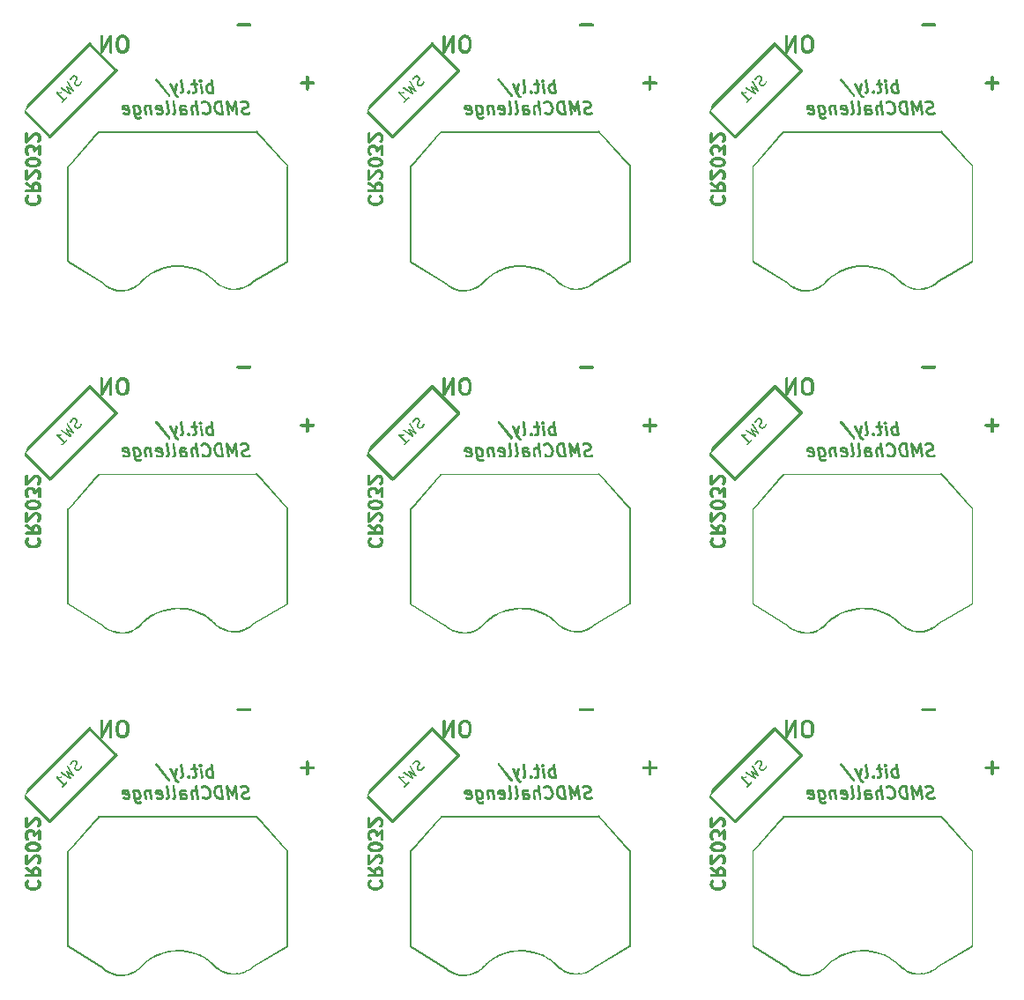
<source format=gbo>
%MOIN*%
%OFA0B0*%
%FSLAX44Y44*%
%IPPOS*%
%LPD*%
G36*
X00008806Y00011181D02*
G01*
X00008825Y00011184D01*
X00008841Y00011193D01*
X00008854Y00011206D01*
X00008863Y00011222D01*
X00008866Y00011240D01*
X00008863Y00011258D01*
X00008854Y00011275D01*
X00008841Y00011288D01*
X00008825Y00011296D01*
X00008806Y00011298D01*
X00008357Y00011298D01*
X00008338Y00011296D01*
X00008322Y00011288D01*
X00008309Y00011275D01*
X00008300Y00011258D01*
X00008297Y00011240D01*
X00008300Y00011222D01*
X00008309Y00011206D01*
X00008322Y00011193D01*
X00008338Y00011184D01*
X00008357Y00011181D01*
X00008806Y00011181D01*
G37*
G36*
X00011206Y00008981D02*
G01*
X00011225Y00008984D01*
X00011241Y00008993D01*
X00011254Y00009006D01*
X00011263Y00009022D01*
X00011266Y00009040D01*
X00011263Y00009059D01*
X00011254Y00009075D01*
X00011241Y00009088D01*
X00011225Y00009096D01*
X00011206Y00009099D01*
X00010757Y00009099D01*
X00010738Y00009096D01*
X00010722Y00009088D01*
X00010709Y00009075D01*
X00010700Y00009059D01*
X00010697Y00009040D01*
X00010700Y00009022D01*
X00010709Y00009006D01*
X00010722Y00008993D01*
X00010738Y00008984D01*
X00010757Y00008981D01*
X00011206Y00008981D01*
G37*
G36*
X00010981Y00008756D02*
G01*
X00011000Y00008759D01*
X00011016Y00008768D01*
X00011029Y00008781D01*
X00011037Y00008797D01*
X00011041Y00008815D01*
X00011041Y00009265D01*
X00011037Y00009284D01*
X00011029Y00009300D01*
X00011016Y00009313D01*
X00011000Y00009321D01*
X00010981Y00009324D01*
X00010963Y00009321D01*
X00010947Y00009313D01*
X00010934Y00009300D01*
X00010925Y00009284D01*
X00010922Y00009265D01*
X00010922Y00008815D01*
X00010925Y00008797D01*
X00010934Y00008781D01*
X00010947Y00008768D01*
X00010963Y00008759D01*
X00010981Y00008756D01*
G37*
G36*
X00004047Y00010747D02*
G01*
X00004064Y00010750D01*
X00004082Y00010758D01*
X00004094Y00010771D01*
X00004103Y00010788D01*
X00004106Y00010806D01*
X00004103Y00010824D01*
X00004094Y00010841D01*
X00004082Y00010854D01*
X00004064Y00010862D01*
X00004047Y00010865D01*
X00003935Y00010865D01*
X00003916Y00010862D01*
X00003900Y00010854D01*
X00003886Y00010841D01*
X00003878Y00010824D01*
X00003876Y00010806D01*
X00003878Y00010788D01*
X00003886Y00010771D01*
X00003900Y00010758D01*
X00003916Y00010750D01*
X00003935Y00010747D01*
X00004047Y00010747D01*
G37*
G36*
X00003878Y00010719D02*
G01*
X00003897Y00010722D01*
X00003953Y00010750D01*
X00003968Y00010758D01*
X00003982Y00010771D01*
X00003991Y00010788D01*
X00003993Y00010806D01*
X00003991Y00010824D01*
X00003982Y00010841D01*
X00003968Y00010854D01*
X00003953Y00010862D01*
X00003935Y00010865D01*
X00003916Y00010862D01*
X00003860Y00010834D01*
X00003844Y00010826D01*
X00003831Y00010812D01*
X00003822Y00010795D01*
X00003819Y00010778D01*
X00003822Y00010760D01*
X00003831Y00010743D01*
X00003844Y00010730D01*
X00003860Y00010722D01*
X00003878Y00010719D01*
G37*
G36*
X00003822Y00010662D02*
G01*
X00003840Y00010665D01*
X00003856Y00010673D01*
X00003926Y00010743D01*
X00003935Y00010760D01*
X00003937Y00010778D01*
X00003935Y00010795D01*
X00003926Y00010812D01*
X00003913Y00010826D01*
X00003897Y00010834D01*
X00003878Y00010837D01*
X00003860Y00010834D01*
X00003844Y00010826D01*
X00003774Y00010755D01*
X00003765Y00010740D01*
X00003763Y00010722D01*
X00003765Y00010703D01*
X00003774Y00010687D01*
X00003787Y00010673D01*
X00003804Y00010665D01*
X00003822Y00010662D01*
G37*
G36*
X00003794Y00010550D02*
G01*
X00003811Y00010552D01*
X00003829Y00010561D01*
X00003841Y00010573D01*
X00003850Y00010591D01*
X00003878Y00010703D01*
X00003881Y00010722D01*
X00003878Y00010740D01*
X00003870Y00010755D01*
X00003856Y00010769D01*
X00003840Y00010778D01*
X00003822Y00010781D01*
X00003804Y00010778D01*
X00003787Y00010769D01*
X00003774Y00010755D01*
X00003765Y00010740D01*
X00003738Y00010627D01*
X00003734Y00010609D01*
X00003738Y00010591D01*
X00003746Y00010573D01*
X00003759Y00010561D01*
X00003776Y00010552D01*
X00003794Y00010550D01*
G37*
G36*
X00003794Y00010353D02*
G01*
X00003811Y00010356D01*
X00003829Y00010364D01*
X00003841Y00010377D01*
X00003850Y00010394D01*
X00003852Y00010411D01*
X00003852Y00010609D01*
X00003850Y00010627D01*
X00003841Y00010644D01*
X00003829Y00010657D01*
X00003811Y00010665D01*
X00003794Y00010668D01*
X00003776Y00010665D01*
X00003759Y00010657D01*
X00003746Y00010644D01*
X00003738Y00010627D01*
X00003734Y00010609D01*
X00003734Y00010411D01*
X00003738Y00010394D01*
X00003746Y00010377D01*
X00003759Y00010364D01*
X00003776Y00010356D01*
X00003794Y00010353D01*
G37*
G36*
X00003822Y00010241D02*
G01*
X00003840Y00010244D01*
X00003856Y00010251D01*
X00003870Y00010265D01*
X00003878Y00010281D01*
X00003881Y00010300D01*
X00003878Y00010318D01*
X00003850Y00010430D01*
X00003841Y00010447D01*
X00003829Y00010460D01*
X00003811Y00010468D01*
X00003794Y00010471D01*
X00003776Y00010468D01*
X00003759Y00010460D01*
X00003746Y00010447D01*
X00003738Y00010430D01*
X00003734Y00010411D01*
X00003738Y00010394D01*
X00003765Y00010281D01*
X00003774Y00010265D01*
X00003787Y00010251D01*
X00003804Y00010244D01*
X00003822Y00010241D01*
G37*
G36*
X00003878Y00010184D02*
G01*
X00003897Y00010187D01*
X00003913Y00010196D01*
X00003926Y00010209D01*
X00003935Y00010225D01*
X00003937Y00010243D01*
X00003935Y00010262D01*
X00003926Y00010278D01*
X00003856Y00010347D01*
X00003840Y00010356D01*
X00003822Y00010359D01*
X00003804Y00010356D01*
X00003787Y00010347D01*
X00003774Y00010334D01*
X00003765Y00010318D01*
X00003763Y00010300D01*
X00003765Y00010281D01*
X00003774Y00010265D01*
X00003787Y00010251D01*
X00003831Y00010209D01*
X00003844Y00010196D01*
X00003860Y00010187D01*
X00003878Y00010184D01*
G37*
G36*
X00003935Y00010156D02*
G01*
X00003953Y00010159D01*
X00003968Y00010168D01*
X00003982Y00010181D01*
X00003991Y00010197D01*
X00003993Y00010215D01*
X00003991Y00010234D01*
X00003982Y00010250D01*
X00003968Y00010263D01*
X00003953Y00010271D01*
X00003897Y00010300D01*
X00003878Y00010303D01*
X00003860Y00010300D01*
X00003844Y00010290D01*
X00003831Y00010278D01*
X00003822Y00010262D01*
X00003819Y00010243D01*
X00003822Y00010225D01*
X00003831Y00010209D01*
X00003844Y00010196D01*
X00003860Y00010187D01*
X00003916Y00010159D01*
X00003935Y00010156D01*
G37*
G36*
X00004047Y00010156D02*
G01*
X00004064Y00010159D01*
X00004082Y00010168D01*
X00004094Y00010181D01*
X00004103Y00010197D01*
X00004106Y00010215D01*
X00004103Y00010234D01*
X00004094Y00010250D01*
X00004082Y00010263D01*
X00004064Y00010271D01*
X00004047Y00010274D01*
X00003935Y00010274D01*
X00003916Y00010271D01*
X00003900Y00010263D01*
X00003886Y00010250D01*
X00003878Y00010234D01*
X00003876Y00010215D01*
X00003878Y00010197D01*
X00003886Y00010181D01*
X00003900Y00010168D01*
X00003916Y00010159D01*
X00003935Y00010156D01*
X00004047Y00010156D01*
G37*
G36*
X00004047Y00010156D02*
G01*
X00004064Y00010159D01*
X00004122Y00010187D01*
X00004138Y00010196D01*
X00004151Y00010209D01*
X00004159Y00010225D01*
X00004162Y00010243D01*
X00004159Y00010262D01*
X00004151Y00010278D01*
X00004138Y00010290D01*
X00004122Y00010300D01*
X00004103Y00010303D01*
X00004084Y00010300D01*
X00004029Y00010271D01*
X00004012Y00010263D01*
X00003999Y00010250D01*
X00003991Y00010234D01*
X00003988Y00010215D01*
X00003991Y00010197D01*
X00003999Y00010181D01*
X00004012Y00010168D01*
X00004029Y00010159D01*
X00004047Y00010156D01*
G37*
G36*
X00004103Y00010184D02*
G01*
X00004122Y00010187D01*
X00004138Y00010196D01*
X00004151Y00010209D01*
X00004151Y00010209D01*
X00004207Y00010265D01*
X00004216Y00010281D01*
X00004219Y00010300D01*
X00004216Y00010318D01*
X00004207Y00010334D01*
X00004194Y00010347D01*
X00004178Y00010356D01*
X00004160Y00010359D01*
X00004141Y00010356D01*
X00004125Y00010347D01*
X00004112Y00010334D01*
X00004069Y00010290D01*
X00004056Y00010278D01*
X00004047Y00010262D01*
X00004044Y00010243D01*
X00004047Y00010225D01*
X00004056Y00010209D01*
X00004069Y00010196D01*
X00004084Y00010187D01*
X00004103Y00010184D01*
G37*
G36*
X00004160Y00010241D02*
G01*
X00004178Y00010244D01*
X00004194Y00010251D01*
X00004207Y00010265D01*
X00004216Y00010281D01*
X00004244Y00010394D01*
X00004247Y00010411D01*
X00004244Y00010430D01*
X00004235Y00010447D01*
X00004222Y00010460D01*
X00004206Y00010468D01*
X00004188Y00010471D01*
X00004169Y00010468D01*
X00004153Y00010460D01*
X00004140Y00010447D01*
X00004132Y00010430D01*
X00004103Y00010318D01*
X00004101Y00010300D01*
X00004103Y00010281D01*
X00004112Y00010265D01*
X00004125Y00010251D01*
X00004141Y00010244D01*
X00004160Y00010241D01*
G37*
G36*
X00004188Y00010353D02*
G01*
X00004206Y00010356D01*
X00004222Y00010364D01*
X00004235Y00010377D01*
X00004244Y00010394D01*
X00004247Y00010411D01*
X00004247Y00010609D01*
X00004244Y00010627D01*
X00004235Y00010644D01*
X00004222Y00010657D01*
X00004206Y00010665D01*
X00004188Y00010668D01*
X00004169Y00010665D01*
X00004153Y00010657D01*
X00004140Y00010644D01*
X00004132Y00010627D01*
X00004129Y00010609D01*
X00004129Y00010411D01*
X00004132Y00010394D01*
X00004140Y00010377D01*
X00004153Y00010364D01*
X00004169Y00010356D01*
X00004188Y00010353D01*
G37*
G36*
X00004188Y00010550D02*
G01*
X00004206Y00010552D01*
X00004222Y00010561D01*
X00004235Y00010573D01*
X00004244Y00010591D01*
X00004247Y00010609D01*
X00004244Y00010627D01*
X00004216Y00010740D01*
X00004207Y00010755D01*
X00004194Y00010769D01*
X00004178Y00010778D01*
X00004160Y00010781D01*
X00004141Y00010778D01*
X00004125Y00010769D01*
X00004112Y00010755D01*
X00004103Y00010740D01*
X00004101Y00010722D01*
X00004103Y00010703D01*
X00004132Y00010591D01*
X00004140Y00010573D01*
X00004153Y00010561D01*
X00004169Y00010552D01*
X00004188Y00010550D01*
G37*
G36*
X00004160Y00010662D02*
G01*
X00004178Y00010665D01*
X00004194Y00010673D01*
X00004207Y00010687D01*
X00004216Y00010703D01*
X00004219Y00010722D01*
X00004216Y00010740D01*
X00004207Y00010755D01*
X00004138Y00010826D01*
X00004122Y00010834D01*
X00004103Y00010837D01*
X00004084Y00010834D01*
X00004069Y00010826D01*
X00004056Y00010812D01*
X00004047Y00010795D01*
X00004044Y00010778D01*
X00004047Y00010760D01*
X00004056Y00010743D01*
X00004125Y00010673D01*
X00004141Y00010665D01*
X00004160Y00010662D01*
G37*
G36*
X00004103Y00010719D02*
G01*
X00004122Y00010722D01*
X00004138Y00010730D01*
X00004151Y00010743D01*
X00004159Y00010760D01*
X00004162Y00010778D01*
X00004159Y00010795D01*
X00004151Y00010812D01*
X00004138Y00010826D01*
X00004122Y00010834D01*
X00004064Y00010862D01*
X00004047Y00010865D01*
X00004029Y00010862D01*
X00004012Y00010854D01*
X00003999Y00010841D01*
X00003991Y00010824D01*
X00003988Y00010806D01*
X00003991Y00010788D01*
X00003999Y00010771D01*
X00004012Y00010758D01*
X00004029Y00010750D01*
X00004084Y00010722D01*
X00004103Y00010719D01*
G37*
G36*
X00003541Y00010156D02*
G01*
X00003559Y00010159D01*
X00003575Y00010168D01*
X00003589Y00010181D01*
X00003597Y00010197D01*
X00003599Y00010215D01*
X00003599Y00010806D01*
X00003597Y00010824D01*
X00003589Y00010841D01*
X00003575Y00010854D01*
X00003559Y00010862D01*
X00003541Y00010865D01*
X00003522Y00010862D01*
X00003506Y00010854D01*
X00003492Y00010841D01*
X00003484Y00010824D01*
X00003482Y00010806D01*
X00003482Y00010215D01*
X00003484Y00010197D01*
X00003492Y00010181D01*
X00003506Y00010168D01*
X00003522Y00010159D01*
X00003541Y00010156D01*
G37*
G36*
X00003202Y00010156D02*
G01*
X00003221Y00010159D01*
X00003237Y00010168D01*
X00003250Y00010181D01*
X00003589Y00010771D01*
X00003597Y00010788D01*
X00003599Y00010806D01*
X00003597Y00010824D01*
X00003589Y00010841D01*
X00003575Y00010854D01*
X00003559Y00010862D01*
X00003541Y00010865D01*
X00003522Y00010862D01*
X00003506Y00010854D01*
X00003492Y00010841D01*
X00003156Y00010250D01*
X00003147Y00010234D01*
X00003144Y00010215D01*
X00003147Y00010197D01*
X00003156Y00010181D01*
X00003169Y00010168D01*
X00003185Y00010159D01*
X00003202Y00010156D01*
G37*
G36*
X00003202Y00010156D02*
G01*
X00003221Y00010159D01*
X00003237Y00010168D01*
X00003250Y00010181D01*
X00003260Y00010197D01*
X00003262Y00010215D01*
X00003262Y00010806D01*
X00003260Y00010824D01*
X00003250Y00010841D01*
X00003237Y00010854D01*
X00003221Y00010862D01*
X00003202Y00010865D01*
X00003185Y00010862D01*
X00003169Y00010854D01*
X00003156Y00010841D01*
X00003147Y00010824D01*
X00003144Y00010806D01*
X00003144Y00010215D01*
X00003147Y00010197D01*
X00003156Y00010181D01*
X00003169Y00010168D01*
X00003185Y00010159D01*
X00003202Y00010156D01*
G37*
G36*
X00007421Y00008623D02*
G01*
X00007436Y00008626D01*
X00007450Y00008633D01*
X00007460Y00008643D01*
X00007467Y00008657D01*
X00007469Y00008672D01*
X00007410Y00009145D01*
X00007408Y00009160D01*
X00007401Y00009174D01*
X00007390Y00009185D01*
X00007377Y00009192D01*
X00007362Y00009194D01*
X00007346Y00009192D01*
X00007332Y00009185D01*
X00007321Y00009174D01*
X00007315Y00009160D01*
X00007312Y00009145D01*
X00007371Y00008672D01*
X00007374Y00008657D01*
X00007380Y00008643D01*
X00007392Y00008633D01*
X00007405Y00008626D01*
X00007421Y00008623D01*
G37*
G36*
X00007383Y00008916D02*
G01*
X00007399Y00008918D01*
X00007412Y00008925D01*
X00007423Y00008936D01*
X00007431Y00008950D01*
X00007433Y00008965D01*
X00007431Y00008980D01*
X00007423Y00008994D01*
X00007412Y00009005D01*
X00007399Y00009012D01*
X00007350Y00009034D01*
X00007336Y00009036D01*
X00007320Y00009034D01*
X00007307Y00009027D01*
X00007296Y00009016D01*
X00007288Y00009002D01*
X00007287Y00008987D01*
X00007288Y00008972D01*
X00007296Y00008958D01*
X00007307Y00008947D01*
X00007320Y00008940D01*
X00007369Y00008918D01*
X00007383Y00008916D01*
G37*
G36*
X00007336Y00008938D02*
G01*
X00007350Y00008940D01*
X00007365Y00008947D01*
X00007376Y00008958D01*
X00007382Y00008972D01*
X00007385Y00008987D01*
X00007382Y00009002D01*
X00007376Y00009016D01*
X00007365Y00009027D01*
X00007350Y00009034D01*
X00007336Y00009036D01*
X00007246Y00009036D01*
X00007230Y00009034D01*
X00007217Y00009027D01*
X00007206Y00009016D01*
X00007198Y00009002D01*
X00007196Y00008987D01*
X00007198Y00008972D01*
X00007206Y00008958D01*
X00007217Y00008947D01*
X00007230Y00008940D01*
X00007246Y00008938D01*
X00007336Y00008938D01*
G37*
G36*
X00007204Y00008916D02*
G01*
X00007219Y00008918D01*
X00007233Y00008925D01*
X00007275Y00008947D01*
X00007286Y00008958D01*
X00007292Y00008972D01*
X00007295Y00008987D01*
X00007292Y00009002D01*
X00007286Y00009016D01*
X00007275Y00009027D01*
X00007260Y00009034D01*
X00007246Y00009036D01*
X00007230Y00009034D01*
X00007217Y00009027D01*
X00007175Y00009005D01*
X00007164Y00008994D01*
X00007157Y00008980D01*
X00007155Y00008965D01*
X00007157Y00008950D01*
X00007164Y00008936D01*
X00007175Y00008925D01*
X00007189Y00008918D01*
X00007204Y00008916D01*
G37*
G36*
X00007184Y00008893D02*
G01*
X00007199Y00008895D01*
X00007213Y00008902D01*
X00007224Y00008913D01*
X00007244Y00008936D01*
X00007251Y00008950D01*
X00007252Y00008965D01*
X00007251Y00008980D01*
X00007244Y00008994D01*
X00007233Y00009005D01*
X00007219Y00009012D01*
X00007204Y00009014D01*
X00007189Y00009012D01*
X00007175Y00009005D01*
X00007164Y00008994D01*
X00007145Y00008971D01*
X00007137Y00008957D01*
X00007135Y00008942D01*
X00007137Y00008927D01*
X00007145Y00008913D01*
X00007155Y00008902D01*
X00007168Y00008895D01*
X00007184Y00008893D01*
G37*
G36*
X00007166Y00008848D02*
G01*
X00007183Y00008850D01*
X00007195Y00008857D01*
X00007207Y00008868D01*
X00007214Y00008882D01*
X00007230Y00008927D01*
X00007234Y00008942D01*
X00007230Y00008957D01*
X00007224Y00008971D01*
X00007213Y00008982D01*
X00007199Y00008989D01*
X00007184Y00008992D01*
X00007168Y00008989D01*
X00007155Y00008982D01*
X00007145Y00008971D01*
X00007137Y00008957D01*
X00007121Y00008912D01*
X00007118Y00008897D01*
X00007121Y00008882D01*
X00007128Y00008868D01*
X00007138Y00008857D01*
X00007151Y00008850D01*
X00007166Y00008848D01*
G37*
G36*
X00007184Y00008713D02*
G01*
X00007199Y00008716D01*
X00007213Y00008722D01*
X00007224Y00008733D01*
X00007230Y00008747D01*
X00007234Y00008762D01*
X00007217Y00008897D01*
X00007214Y00008912D01*
X00007207Y00008926D01*
X00007195Y00008937D01*
X00007183Y00008944D01*
X00007166Y00008947D01*
X00007151Y00008944D01*
X00007138Y00008937D01*
X00007128Y00008926D01*
X00007121Y00008912D01*
X00007118Y00008897D01*
X00007135Y00008762D01*
X00007137Y00008747D01*
X00007145Y00008733D01*
X00007155Y00008722D01*
X00007168Y00008716D01*
X00007184Y00008713D01*
G37*
G36*
X00007211Y00008668D02*
G01*
X00007227Y00008671D01*
X00007241Y00008678D01*
X00007252Y00008688D01*
X00007258Y00008702D01*
X00007261Y00008717D01*
X00007258Y00008733D01*
X00007252Y00008746D01*
X00007224Y00008791D01*
X00007213Y00008802D01*
X00007199Y00008809D01*
X00007184Y00008812D01*
X00007168Y00008809D01*
X00007155Y00008802D01*
X00007145Y00008791D01*
X00007137Y00008778D01*
X00007135Y00008762D01*
X00007137Y00008747D01*
X00007145Y00008733D01*
X00007173Y00008688D01*
X00007184Y00008678D01*
X00007196Y00008671D01*
X00007211Y00008668D01*
G37*
G36*
X00007238Y00008646D02*
G01*
X00007252Y00008648D01*
X00007267Y00008655D01*
X00007278Y00008666D01*
X00007285Y00008680D01*
X00007287Y00008695D01*
X00007285Y00008710D01*
X00007278Y00008724D01*
X00007267Y00008735D01*
X00007241Y00008757D01*
X00007227Y00008764D01*
X00007211Y00008767D01*
X00007196Y00008764D01*
X00007184Y00008757D01*
X00007173Y00008746D01*
X00007165Y00008733D01*
X00007163Y00008717D01*
X00007165Y00008702D01*
X00007173Y00008688D01*
X00007184Y00008678D01*
X00007209Y00008655D01*
X00007223Y00008648D01*
X00007238Y00008646D01*
G37*
G36*
X00007286Y00008623D02*
G01*
X00007301Y00008626D01*
X00007315Y00008633D01*
X00007325Y00008643D01*
X00007332Y00008657D01*
X00007335Y00008672D01*
X00007332Y00008688D01*
X00007325Y00008701D01*
X00007315Y00008712D01*
X00007301Y00008719D01*
X00007252Y00008742D01*
X00007238Y00008744D01*
X00007223Y00008742D01*
X00007209Y00008735D01*
X00007197Y00008724D01*
X00007191Y00008710D01*
X00007189Y00008695D01*
X00007191Y00008680D01*
X00007197Y00008666D01*
X00007209Y00008655D01*
X00007223Y00008648D01*
X00007270Y00008626D01*
X00007286Y00008623D01*
G37*
G36*
X00007376Y00008623D02*
G01*
X00007391Y00008626D01*
X00007405Y00008633D01*
X00007415Y00008643D01*
X00007422Y00008657D01*
X00007425Y00008672D01*
X00007422Y00008688D01*
X00007415Y00008701D01*
X00007405Y00008712D01*
X00007391Y00008719D01*
X00007376Y00008722D01*
X00007286Y00008722D01*
X00007270Y00008719D01*
X00007256Y00008712D01*
X00007246Y00008701D01*
X00007239Y00008688D01*
X00007236Y00008672D01*
X00007239Y00008657D01*
X00007246Y00008643D01*
X00007256Y00008633D01*
X00007270Y00008626D01*
X00007286Y00008623D01*
X00007376Y00008623D01*
G37*
G36*
X00007376Y00008623D02*
G01*
X00007391Y00008626D01*
X00007405Y00008633D01*
X00007447Y00008655D01*
X00007458Y00008666D01*
X00007465Y00008680D01*
X00007467Y00008695D01*
X00007465Y00008710D01*
X00007458Y00008724D01*
X00007447Y00008735D01*
X00007433Y00008742D01*
X00007418Y00008744D01*
X00007403Y00008742D01*
X00007389Y00008735D01*
X00007347Y00008712D01*
X00007336Y00008701D01*
X00007329Y00008688D01*
X00007326Y00008672D01*
X00007329Y00008657D01*
X00007336Y00008643D01*
X00007347Y00008633D01*
X00007360Y00008626D01*
X00007376Y00008623D01*
G37*
G36*
X00006993Y00008623D02*
G01*
X00007008Y00008626D01*
X00007022Y00008633D01*
X00007033Y00008643D01*
X00007040Y00008657D01*
X00007042Y00008672D01*
X00007003Y00008987D01*
X00007000Y00009002D01*
X00006994Y00009016D01*
X00006983Y00009027D01*
X00006969Y00009034D01*
X00006953Y00009036D01*
X00006939Y00009034D01*
X00006924Y00009027D01*
X00006914Y00009016D01*
X00006907Y00009002D01*
X00006905Y00008987D01*
X00006944Y00008672D01*
X00006946Y00008657D01*
X00006952Y00008643D01*
X00006964Y00008633D01*
X00006978Y00008626D01*
X00006993Y00008623D01*
G37*
G36*
X00006958Y00009073D02*
G01*
X00006975Y00009075D01*
X00006987Y00009082D01*
X00006999Y00009093D01*
X00007006Y00009107D01*
X00007009Y00009122D01*
X00007006Y00009137D01*
X00006999Y00009151D01*
X00006987Y00009162D01*
X00006963Y00009185D01*
X00006949Y00009192D01*
X00006934Y00009194D01*
X00006919Y00009192D01*
X00006905Y00009185D01*
X00006893Y00009174D01*
X00006887Y00009160D01*
X00006885Y00009145D01*
X00006887Y00009130D01*
X00006893Y00009116D01*
X00006905Y00009105D01*
X00006929Y00009082D01*
X00006944Y00009075D01*
X00006958Y00009073D01*
G37*
G36*
X00006939Y00009051D02*
G01*
X00006954Y00009053D01*
X00006969Y00009060D01*
X00006979Y00009071D01*
X00006999Y00009093D01*
X00007006Y00009107D01*
X00007009Y00009122D01*
X00007006Y00009137D01*
X00006999Y00009151D01*
X00006987Y00009162D01*
X00006975Y00009169D01*
X00006958Y00009171D01*
X00006944Y00009169D01*
X00006929Y00009162D01*
X00006919Y00009151D01*
X00006899Y00009129D01*
X00006892Y00009115D01*
X00006889Y00009100D01*
X00006892Y00009085D01*
X00006899Y00009071D01*
X00006911Y00009060D01*
X00006924Y00009053D01*
X00006939Y00009051D01*
G37*
G36*
X00006939Y00009051D02*
G01*
X00006954Y00009053D01*
X00006969Y00009060D01*
X00006979Y00009071D01*
X00006986Y00009085D01*
X00006988Y00009100D01*
X00006986Y00009115D01*
X00006979Y00009129D01*
X00006969Y00009140D01*
X00006943Y00009162D01*
X00006929Y00009169D01*
X00006914Y00009171D01*
X00006898Y00009169D01*
X00006885Y00009162D01*
X00006875Y00009151D01*
X00006867Y00009137D01*
X00006864Y00009122D01*
X00006867Y00009107D01*
X00006875Y00009093D01*
X00006885Y00009082D01*
X00006911Y00009060D01*
X00006924Y00009053D01*
X00006939Y00009051D01*
G37*
G36*
X00006914Y00009073D02*
G01*
X00006929Y00009075D01*
X00006943Y00009082D01*
X00006953Y00009093D01*
X00006974Y00009116D01*
X00006981Y00009130D01*
X00006983Y00009145D01*
X00006981Y00009160D01*
X00006974Y00009174D01*
X00006963Y00009185D01*
X00006949Y00009192D01*
X00006934Y00009194D01*
X00006919Y00009192D01*
X00006905Y00009185D01*
X00006893Y00009174D01*
X00006875Y00009151D01*
X00006867Y00009137D01*
X00006864Y00009122D01*
X00006867Y00009107D01*
X00006875Y00009093D01*
X00006885Y00009082D01*
X00006898Y00009075D01*
X00006914Y00009073D01*
G37*
G36*
X00006939Y00009051D02*
G01*
X00006954Y00009053D01*
X00006969Y00009060D01*
X00006979Y00009071D01*
X00006986Y00009085D01*
X00006988Y00009100D01*
X00006983Y00009145D01*
X00006981Y00009160D01*
X00006974Y00009174D01*
X00006963Y00009185D01*
X00006949Y00009192D01*
X00006934Y00009194D01*
X00006919Y00009192D01*
X00006905Y00009185D01*
X00006893Y00009174D01*
X00006887Y00009160D01*
X00006885Y00009145D01*
X00006889Y00009100D01*
X00006892Y00009085D01*
X00006899Y00009071D01*
X00006911Y00009060D01*
X00006924Y00009053D01*
X00006939Y00009051D01*
G37*
G36*
X00006796Y00008938D02*
G01*
X00006812Y00008940D01*
X00006825Y00008947D01*
X00006835Y00008958D01*
X00006843Y00008972D01*
X00006846Y00008987D01*
X00006843Y00009002D01*
X00006835Y00009016D01*
X00006825Y00009027D01*
X00006812Y00009034D01*
X00006796Y00009036D01*
X00006616Y00009036D01*
X00006601Y00009034D01*
X00006586Y00009027D01*
X00006576Y00009016D01*
X00006570Y00009002D01*
X00006566Y00008987D01*
X00006570Y00008972D01*
X00006576Y00008958D01*
X00006586Y00008947D01*
X00006601Y00008940D01*
X00006616Y00008938D01*
X00006796Y00008938D01*
G37*
G36*
X00006760Y00008691D02*
G01*
X00006774Y00008693D01*
X00006788Y00008700D01*
X00006800Y00008711D01*
X00006806Y00008725D01*
X00006808Y00008740D01*
X00006758Y00009145D01*
X00006756Y00009160D01*
X00006749Y00009174D01*
X00006738Y00009185D01*
X00006724Y00009192D01*
X00006709Y00009194D01*
X00006694Y00009192D01*
X00006679Y00009185D01*
X00006669Y00009174D01*
X00006662Y00009160D01*
X00006660Y00009145D01*
X00006710Y00008740D01*
X00006712Y00008725D01*
X00006720Y00008711D01*
X00006731Y00008700D01*
X00006744Y00008693D01*
X00006760Y00008691D01*
G37*
G36*
X00006742Y00008646D02*
G01*
X00006758Y00008648D01*
X00006771Y00008655D01*
X00006783Y00008666D01*
X00006790Y00008680D01*
X00006806Y00008725D01*
X00006808Y00008740D01*
X00006806Y00008755D01*
X00006800Y00008769D01*
X00006788Y00008780D01*
X00006774Y00008787D01*
X00006760Y00008789D01*
X00006744Y00008787D01*
X00006731Y00008780D01*
X00006720Y00008769D01*
X00006712Y00008755D01*
X00006696Y00008710D01*
X00006694Y00008695D01*
X00006696Y00008680D01*
X00006703Y00008666D01*
X00006713Y00008655D01*
X00006727Y00008648D01*
X00006742Y00008646D01*
G37*
G36*
X00006701Y00008623D02*
G01*
X00006715Y00008626D01*
X00006730Y00008633D01*
X00006771Y00008655D01*
X00006783Y00008666D01*
X00006790Y00008680D01*
X00006792Y00008695D01*
X00006790Y00008710D01*
X00006783Y00008724D01*
X00006771Y00008735D01*
X00006758Y00008742D01*
X00006742Y00008744D01*
X00006727Y00008742D01*
X00006713Y00008735D01*
X00006672Y00008712D01*
X00006661Y00008701D01*
X00006653Y00008688D01*
X00006650Y00008672D01*
X00006653Y00008657D01*
X00006661Y00008643D01*
X00006672Y00008633D01*
X00006684Y00008626D01*
X00006701Y00008623D01*
G37*
G36*
X00006701Y00008623D02*
G01*
X00006715Y00008626D01*
X00006730Y00008633D01*
X00006739Y00008643D01*
X00006746Y00008657D01*
X00006750Y00008672D01*
X00006746Y00008688D01*
X00006739Y00008701D01*
X00006730Y00008712D01*
X00006715Y00008719D01*
X00006701Y00008722D01*
X00006655Y00008722D01*
X00006640Y00008719D01*
X00006627Y00008712D01*
X00006616Y00008701D01*
X00006609Y00008688D01*
X00006606Y00008672D01*
X00006609Y00008657D01*
X00006616Y00008643D01*
X00006627Y00008633D01*
X00006640Y00008626D01*
X00006655Y00008623D01*
X00006701Y00008623D01*
G37*
G36*
X00006472Y00008646D02*
G01*
X00006488Y00008648D01*
X00006501Y00008655D01*
X00006513Y00008666D01*
X00006531Y00008688D01*
X00006539Y00008702D01*
X00006542Y00008717D01*
X00006539Y00008733D01*
X00006531Y00008746D01*
X00006521Y00008757D01*
X00006508Y00008764D01*
X00006493Y00008767D01*
X00006477Y00008764D01*
X00006464Y00008757D01*
X00006453Y00008746D01*
X00006433Y00008724D01*
X00006425Y00008710D01*
X00006424Y00008695D01*
X00006425Y00008680D01*
X00006433Y00008666D01*
X00006443Y00008655D01*
X00006458Y00008648D01*
X00006472Y00008646D01*
G37*
G36*
X00006497Y00008623D02*
G01*
X00006513Y00008626D01*
X00006526Y00008633D01*
X00006538Y00008643D01*
X00006545Y00008657D01*
X00006546Y00008672D01*
X00006545Y00008688D01*
X00006538Y00008701D01*
X00006526Y00008712D01*
X00006501Y00008735D01*
X00006488Y00008742D01*
X00006472Y00008744D01*
X00006458Y00008742D01*
X00006443Y00008735D01*
X00006433Y00008724D01*
X00006425Y00008710D01*
X00006424Y00008695D01*
X00006425Y00008680D01*
X00006433Y00008666D01*
X00006443Y00008655D01*
X00006468Y00008633D01*
X00006483Y00008626D01*
X00006497Y00008623D01*
G37*
G36*
X00006497Y00008623D02*
G01*
X00006513Y00008626D01*
X00006526Y00008633D01*
X00006538Y00008643D01*
X00006557Y00008666D01*
X00006564Y00008680D01*
X00006566Y00008695D01*
X00006564Y00008710D01*
X00006557Y00008724D01*
X00006546Y00008735D01*
X00006532Y00008742D01*
X00006518Y00008744D01*
X00006502Y00008742D01*
X00006489Y00008735D01*
X00006478Y00008724D01*
X00006458Y00008701D01*
X00006451Y00008688D01*
X00006449Y00008672D01*
X00006451Y00008657D01*
X00006458Y00008643D01*
X00006468Y00008633D01*
X00006483Y00008626D01*
X00006497Y00008623D01*
G37*
G36*
X00006518Y00008646D02*
G01*
X00006532Y00008648D01*
X00006546Y00008655D01*
X00006557Y00008666D01*
X00006564Y00008680D01*
X00006566Y00008695D01*
X00006564Y00008710D01*
X00006557Y00008724D01*
X00006546Y00008735D01*
X00006521Y00008757D01*
X00006508Y00008764D01*
X00006493Y00008767D01*
X00006477Y00008764D01*
X00006464Y00008757D01*
X00006453Y00008746D01*
X00006445Y00008733D01*
X00006442Y00008717D01*
X00006445Y00008702D01*
X00006453Y00008688D01*
X00006464Y00008678D01*
X00006489Y00008655D01*
X00006502Y00008648D01*
X00006518Y00008646D01*
G37*
G36*
X00006497Y00008623D02*
G01*
X00006513Y00008626D01*
X00006526Y00008633D01*
X00006538Y00008643D01*
X00006545Y00008657D01*
X00006546Y00008672D01*
X00006542Y00008717D01*
X00006539Y00008733D01*
X00006531Y00008746D01*
X00006521Y00008757D01*
X00006508Y00008764D01*
X00006493Y00008767D01*
X00006477Y00008764D01*
X00006464Y00008757D01*
X00006453Y00008746D01*
X00006445Y00008733D01*
X00006442Y00008717D01*
X00006449Y00008672D01*
X00006451Y00008657D01*
X00006458Y00008643D01*
X00006468Y00008633D01*
X00006483Y00008626D01*
X00006497Y00008623D01*
G37*
G36*
X00006206Y00008623D02*
G01*
X00006221Y00008626D01*
X00006235Y00008633D01*
X00006277Y00008655D01*
X00006288Y00008666D01*
X00006294Y00008680D01*
X00006297Y00008695D01*
X00006294Y00008710D01*
X00006288Y00008724D01*
X00006277Y00008735D01*
X00006263Y00008742D01*
X00006248Y00008744D01*
X00006233Y00008742D01*
X00006219Y00008735D01*
X00006177Y00008712D01*
X00006166Y00008701D01*
X00006159Y00008688D01*
X00006157Y00008672D01*
X00006159Y00008657D01*
X00006166Y00008643D01*
X00006177Y00008633D01*
X00006191Y00008626D01*
X00006206Y00008623D01*
G37*
G36*
X00006248Y00008646D02*
G01*
X00006263Y00008648D01*
X00006277Y00008655D01*
X00006288Y00008666D01*
X00006294Y00008680D01*
X00006312Y00008725D01*
X00006314Y00008740D01*
X00006312Y00008755D01*
X00006304Y00008769D01*
X00006294Y00008780D01*
X00006280Y00008787D01*
X00006264Y00008789D01*
X00006250Y00008787D01*
X00006236Y00008780D01*
X00006225Y00008769D01*
X00006218Y00008755D01*
X00006201Y00008710D01*
X00006199Y00008695D01*
X00006201Y00008680D01*
X00006208Y00008666D01*
X00006219Y00008655D01*
X00006233Y00008648D01*
X00006248Y00008646D01*
G37*
G36*
X00006264Y00008691D02*
G01*
X00006280Y00008693D01*
X00006294Y00008700D01*
X00006304Y00008711D01*
X00006312Y00008725D01*
X00006314Y00008740D01*
X00006263Y00009145D01*
X00006261Y00009160D01*
X00006254Y00009174D01*
X00006243Y00009185D01*
X00006229Y00009192D01*
X00006213Y00009194D01*
X00006199Y00009192D01*
X00006185Y00009185D01*
X00006173Y00009174D01*
X00006167Y00009160D01*
X00006165Y00009145D01*
X00006216Y00008740D01*
X00006218Y00008725D01*
X00006225Y00008711D01*
X00006236Y00008700D01*
X00006250Y00008693D01*
X00006264Y00008691D01*
G37*
G36*
X00005958Y00008623D02*
G01*
X00005973Y00008626D01*
X00005987Y00008633D01*
X00005998Y00008643D01*
X00006005Y00008657D01*
X00006078Y00008972D01*
X00006081Y00008987D01*
X00006078Y00009002D01*
X00006071Y00009016D01*
X00006060Y00009027D01*
X00006047Y00009034D01*
X00006031Y00009036D01*
X00006016Y00009034D01*
X00006002Y00009027D01*
X00005992Y00009016D01*
X00005985Y00009002D01*
X00005911Y00008688D01*
X00005909Y00008672D01*
X00005911Y00008657D01*
X00005918Y00008643D01*
X00005929Y00008633D01*
X00005943Y00008626D01*
X00005958Y00008623D01*
G37*
G36*
X00005958Y00008623D02*
G01*
X00005973Y00008626D01*
X00005987Y00008633D01*
X00005998Y00008643D01*
X00006005Y00008657D01*
X00006007Y00008672D01*
X00006005Y00008688D01*
X00005853Y00009002D01*
X00005846Y00009016D01*
X00005835Y00009027D01*
X00005822Y00009034D01*
X00005806Y00009036D01*
X00005790Y00009034D01*
X00005777Y00009027D01*
X00005767Y00009016D01*
X00005760Y00009002D01*
X00005757Y00008987D01*
X00005760Y00008972D01*
X00005911Y00008657D01*
X00005918Y00008643D01*
X00005929Y00008633D01*
X00005943Y00008626D01*
X00005958Y00008623D01*
G37*
G36*
X00006017Y00008511D02*
G01*
X00006032Y00008513D01*
X00006046Y00008520D01*
X00006057Y00008531D01*
X00006064Y00008545D01*
X00006067Y00008560D01*
X00006064Y00008575D01*
X00006057Y00008589D01*
X00005998Y00008701D01*
X00005987Y00008712D01*
X00005973Y00008719D01*
X00005958Y00008722D01*
X00005943Y00008719D01*
X00005929Y00008712D01*
X00005918Y00008701D01*
X00005911Y00008688D01*
X00005909Y00008672D01*
X00005911Y00008657D01*
X00005918Y00008643D01*
X00005978Y00008531D01*
X00005988Y00008520D01*
X00006002Y00008513D01*
X00006017Y00008511D01*
G37*
G36*
X00006042Y00008488D02*
G01*
X00006058Y00008491D01*
X00006072Y00008498D01*
X00006082Y00008508D01*
X00006089Y00008522D01*
X00006092Y00008537D01*
X00006089Y00008553D01*
X00006082Y00008566D01*
X00006072Y00008577D01*
X00006046Y00008600D01*
X00006032Y00008607D01*
X00006017Y00008609D01*
X00006002Y00008607D01*
X00005988Y00008600D01*
X00005978Y00008589D01*
X00005971Y00008575D01*
X00005968Y00008560D01*
X00005971Y00008545D01*
X00005978Y00008531D01*
X00005988Y00008520D01*
X00006014Y00008498D01*
X00006027Y00008491D01*
X00006042Y00008488D01*
G37*
G36*
X00006090Y00008466D02*
G01*
X00006106Y00008468D01*
X00006119Y00008475D01*
X00006130Y00008486D01*
X00006137Y00008500D01*
X00006140Y00008515D01*
X00006137Y00008530D01*
X00006130Y00008544D01*
X00006119Y00008555D01*
X00006106Y00008562D01*
X00006058Y00008584D01*
X00006042Y00008587D01*
X00006027Y00008584D01*
X00006014Y00008577D01*
X00006002Y00008566D01*
X00005996Y00008553D01*
X00005993Y00008537D01*
X00005996Y00008522D01*
X00006002Y00008508D01*
X00006014Y00008498D01*
X00006027Y00008491D01*
X00006075Y00008468D01*
X00006090Y00008466D01*
G37*
G36*
X00005747Y00008511D02*
G01*
X00005763Y00008513D01*
X00005776Y00008520D01*
X00005787Y00008531D01*
X00005794Y00008545D01*
X00005797Y00008560D01*
X00005794Y00008575D01*
X00005787Y00008589D01*
X00005306Y00009196D01*
X00005295Y00009207D01*
X00005282Y00009214D01*
X00005266Y00009216D01*
X00005251Y00009214D01*
X00005238Y00009207D01*
X00005227Y00009196D01*
X00005220Y00009182D01*
X00005217Y00009167D01*
X00005220Y00009152D01*
X00005227Y00009138D01*
X00005708Y00008531D01*
X00005718Y00008520D01*
X00005732Y00008513D01*
X00005747Y00008511D01*
G37*
G36*
X00008725Y00007816D02*
G01*
X00008741Y00007818D01*
X00008805Y00007841D01*
X00008819Y00007848D01*
X00008830Y00007859D01*
X00008837Y00007873D01*
X00008839Y00007887D01*
X00008837Y00007903D01*
X00008830Y00007917D01*
X00008819Y00007927D01*
X00008805Y00007935D01*
X00008790Y00007937D01*
X00008775Y00007935D01*
X00008710Y00007912D01*
X00008696Y00007905D01*
X00008686Y00007894D01*
X00008679Y00007880D01*
X00008676Y00007864D01*
X00008679Y00007850D01*
X00008686Y00007835D01*
X00008696Y00007825D01*
X00008710Y00007818D01*
X00008725Y00007816D01*
G37*
G36*
X00008725Y00007816D02*
G01*
X00008741Y00007818D01*
X00008754Y00007825D01*
X00008765Y00007835D01*
X00008772Y00007850D01*
X00008775Y00007864D01*
X00008772Y00007880D01*
X00008765Y00007894D01*
X00008754Y00007905D01*
X00008741Y00007912D01*
X00008725Y00007914D01*
X00008613Y00007914D01*
X00008598Y00007912D01*
X00008584Y00007905D01*
X00008573Y00007894D01*
X00008566Y00007880D01*
X00008564Y00007864D01*
X00008566Y00007850D01*
X00008573Y00007835D01*
X00008584Y00007825D01*
X00008598Y00007818D01*
X00008613Y00007816D01*
X00008725Y00007816D01*
G37*
G36*
X00008613Y00007816D02*
G01*
X00008628Y00007818D01*
X00008642Y00007825D01*
X00008653Y00007835D01*
X00008660Y00007850D01*
X00008662Y00007864D01*
X00008660Y00007880D01*
X00008653Y00007894D01*
X00008642Y00007905D01*
X00008628Y00007912D01*
X00008580Y00007935D01*
X00008565Y00007937D01*
X00008550Y00007935D01*
X00008536Y00007927D01*
X00008525Y00007917D01*
X00008518Y00007903D01*
X00008516Y00007887D01*
X00008518Y00007873D01*
X00008525Y00007859D01*
X00008536Y00007848D01*
X00008550Y00007841D01*
X00008598Y00007818D01*
X00008613Y00007816D01*
G37*
G36*
X00008565Y00007839D02*
G01*
X00008580Y00007841D01*
X00008594Y00007848D01*
X00008605Y00007859D01*
X00008612Y00007873D01*
X00008614Y00007887D01*
X00008612Y00007903D01*
X00008605Y00007917D01*
X00008594Y00007927D01*
X00008569Y00007950D01*
X00008555Y00007956D01*
X00008540Y00007959D01*
X00008525Y00007956D01*
X00008511Y00007950D01*
X00008500Y00007939D01*
X00008493Y00007925D01*
X00008491Y00007910D01*
X00008493Y00007895D01*
X00008500Y00007881D01*
X00008511Y00007870D01*
X00008536Y00007848D01*
X00008550Y00007841D01*
X00008565Y00007839D01*
G37*
G36*
X00008540Y00007861D02*
G01*
X00008555Y00007863D01*
X00008569Y00007870D01*
X00008580Y00007881D01*
X00008587Y00007895D01*
X00008589Y00007910D01*
X00008587Y00007925D01*
X00008580Y00007939D01*
X00008552Y00007984D01*
X00008541Y00007995D01*
X00008527Y00008002D01*
X00008512Y00008004D01*
X00008496Y00008002D01*
X00008483Y00007995D01*
X00008472Y00007984D01*
X00008465Y00007970D01*
X00008462Y00007955D01*
X00008465Y00007940D01*
X00008472Y00007925D01*
X00008500Y00007881D01*
X00008511Y00007870D01*
X00008525Y00007863D01*
X00008540Y00007861D01*
G37*
G36*
X00008512Y00007906D02*
G01*
X00008527Y00007907D01*
X00008541Y00007915D01*
X00008552Y00007925D01*
X00008559Y00007940D01*
X00008561Y00007955D01*
X00008555Y00008000D01*
X00008553Y00008015D01*
X00008546Y00008028D01*
X00008535Y00008040D01*
X00008521Y00008047D01*
X00008506Y00008048D01*
X00008491Y00008047D01*
X00008477Y00008040D01*
X00008466Y00008028D01*
X00008459Y00008015D01*
X00008457Y00008000D01*
X00008462Y00007955D01*
X00008465Y00007940D01*
X00008472Y00007925D01*
X00008483Y00007915D01*
X00008496Y00007907D01*
X00008512Y00007906D01*
G37*
G36*
X00008506Y00007951D02*
G01*
X00008521Y00007953D01*
X00008535Y00007960D01*
X00008546Y00007971D01*
X00008553Y00007985D01*
X00008570Y00008030D01*
X00008572Y00008045D01*
X00008570Y00008060D01*
X00008563Y00008074D01*
X00008552Y00008085D01*
X00008538Y00008092D01*
X00008523Y00008094D01*
X00008508Y00008092D01*
X00008494Y00008085D01*
X00008483Y00008074D01*
X00008476Y00008060D01*
X00008459Y00008015D01*
X00008457Y00008000D01*
X00008459Y00007985D01*
X00008466Y00007971D01*
X00008477Y00007960D01*
X00008491Y00007953D01*
X00008506Y00007951D01*
G37*
G36*
X00008523Y00007996D02*
G01*
X00008538Y00007998D01*
X00008552Y00008005D01*
X00008563Y00008016D01*
X00008582Y00008038D01*
X00008589Y00008053D01*
X00008592Y00008068D01*
X00008589Y00008083D01*
X00008582Y00008097D01*
X00008572Y00008108D01*
X00008558Y00008115D01*
X00008543Y00008117D01*
X00008527Y00008115D01*
X00008514Y00008108D01*
X00008503Y00008097D01*
X00008483Y00008074D01*
X00008476Y00008060D01*
X00008474Y00008045D01*
X00008476Y00008030D01*
X00008483Y00008016D01*
X00008494Y00008005D01*
X00008508Y00007998D01*
X00008523Y00007996D01*
G37*
G36*
X00008543Y00008017D02*
G01*
X00008558Y00008021D01*
X00008572Y00008028D01*
X00008614Y00008050D01*
X00008625Y00008061D01*
X00008632Y00008075D01*
X00008634Y00008090D01*
X00008632Y00008105D01*
X00008625Y00008119D01*
X00008614Y00008129D01*
X00008600Y00008137D01*
X00008585Y00008138D01*
X00008570Y00008137D01*
X00008556Y00008129D01*
X00008514Y00008108D01*
X00008503Y00008097D01*
X00008496Y00008083D01*
X00008493Y00008068D01*
X00008496Y00008053D01*
X00008503Y00008038D01*
X00008514Y00008028D01*
X00008527Y00008021D01*
X00008543Y00008017D01*
G37*
G36*
X00008585Y00008041D02*
G01*
X00008600Y00008043D01*
X00008687Y00008066D01*
X00008701Y00008073D01*
X00008712Y00008084D01*
X00008719Y00008098D01*
X00008721Y00008113D01*
X00008719Y00008128D01*
X00008712Y00008142D01*
X00008701Y00008153D01*
X00008687Y00008159D01*
X00008672Y00008162D01*
X00008657Y00008159D01*
X00008570Y00008137D01*
X00008556Y00008129D01*
X00008545Y00008119D01*
X00008538Y00008105D01*
X00008536Y00008090D01*
X00008538Y00008075D01*
X00008545Y00008061D01*
X00008556Y00008050D01*
X00008570Y00008043D01*
X00008585Y00008041D01*
G37*
G36*
X00008672Y00008063D02*
G01*
X00008687Y00008066D01*
X00008701Y00008073D01*
X00008743Y00008095D01*
X00008754Y00008106D01*
X00008761Y00008120D01*
X00008763Y00008135D01*
X00008761Y00008149D01*
X00008754Y00008164D01*
X00008743Y00008175D01*
X00008729Y00008182D01*
X00008714Y00008184D01*
X00008699Y00008182D01*
X00008685Y00008175D01*
X00008643Y00008153D01*
X00008632Y00008142D01*
X00008625Y00008128D01*
X00008623Y00008113D01*
X00008625Y00008098D01*
X00008632Y00008084D01*
X00008643Y00008073D01*
X00008657Y00008066D01*
X00008672Y00008063D01*
G37*
G36*
X00008714Y00008086D02*
G01*
X00008729Y00008088D01*
X00008743Y00008095D01*
X00008754Y00008106D01*
X00008774Y00008129D01*
X00008781Y00008142D01*
X00008783Y00008158D01*
X00008781Y00008173D01*
X00008774Y00008187D01*
X00008763Y00008198D01*
X00008749Y00008205D01*
X00008734Y00008207D01*
X00008719Y00008205D01*
X00008705Y00008198D01*
X00008694Y00008187D01*
X00008674Y00008164D01*
X00008667Y00008149D01*
X00008665Y00008135D01*
X00008667Y00008120D01*
X00008674Y00008106D01*
X00008685Y00008095D01*
X00008699Y00008088D01*
X00008714Y00008086D01*
G37*
G36*
X00008734Y00008108D02*
G01*
X00008749Y00008111D01*
X00008763Y00008118D01*
X00008774Y00008129D01*
X00008781Y00008142D01*
X00008798Y00008187D01*
X00008800Y00008203D01*
X00008798Y00008218D01*
X00008791Y00008232D01*
X00008780Y00008243D01*
X00008766Y00008249D01*
X00008751Y00008252D01*
X00008736Y00008249D01*
X00008722Y00008243D01*
X00008711Y00008232D01*
X00008704Y00008218D01*
X00008687Y00008173D01*
X00008685Y00008158D01*
X00008687Y00008142D01*
X00008694Y00008129D01*
X00008705Y00008118D01*
X00008719Y00008111D01*
X00008734Y00008108D01*
G37*
G36*
X00008751Y00008153D02*
G01*
X00008766Y00008156D01*
X00008780Y00008163D01*
X00008791Y00008174D01*
X00008798Y00008187D01*
X00008800Y00008203D01*
X00008794Y00008248D01*
X00008792Y00008263D01*
X00008785Y00008277D01*
X00008774Y00008287D01*
X00008760Y00008294D01*
X00008745Y00008297D01*
X00008730Y00008294D01*
X00008716Y00008287D01*
X00008705Y00008277D01*
X00008698Y00008263D01*
X00008696Y00008248D01*
X00008702Y00008203D01*
X00008704Y00008187D01*
X00008711Y00008174D01*
X00008722Y00008163D01*
X00008736Y00008156D01*
X00008751Y00008153D01*
G37*
G36*
X00008745Y00008198D02*
G01*
X00008760Y00008201D01*
X00008774Y00008208D01*
X00008785Y00008219D01*
X00008792Y00008232D01*
X00008794Y00008248D01*
X00008792Y00008263D01*
X00008785Y00008277D01*
X00008757Y00008322D01*
X00008746Y00008332D01*
X00008732Y00008339D01*
X00008717Y00008342D01*
X00008702Y00008339D01*
X00008688Y00008332D01*
X00008677Y00008322D01*
X00008670Y00008308D01*
X00008668Y00008293D01*
X00008670Y00008277D01*
X00008677Y00008264D01*
X00008705Y00008219D01*
X00008716Y00008208D01*
X00008730Y00008201D01*
X00008745Y00008198D01*
G37*
G36*
X00008717Y00008243D02*
G01*
X00008732Y00008246D01*
X00008746Y00008253D01*
X00008757Y00008264D01*
X00008764Y00008277D01*
X00008766Y00008293D01*
X00008764Y00008308D01*
X00008757Y00008322D01*
X00008746Y00008332D01*
X00008721Y00008355D01*
X00008707Y00008362D01*
X00008692Y00008364D01*
X00008676Y00008362D01*
X00008663Y00008355D01*
X00008652Y00008344D01*
X00008645Y00008330D01*
X00008642Y00008315D01*
X00008645Y00008300D01*
X00008652Y00008286D01*
X00008663Y00008275D01*
X00008688Y00008253D01*
X00008702Y00008246D01*
X00008717Y00008243D01*
G37*
G36*
X00008692Y00008266D02*
G01*
X00008707Y00008268D01*
X00008721Y00008275D01*
X00008731Y00008286D01*
X00008738Y00008300D01*
X00008741Y00008315D01*
X00008738Y00008330D01*
X00008731Y00008344D01*
X00008721Y00008355D01*
X00008707Y00008362D01*
X00008659Y00008384D01*
X00008644Y00008387D01*
X00008629Y00008384D01*
X00008615Y00008377D01*
X00008604Y00008367D01*
X00008597Y00008353D01*
X00008595Y00008338D01*
X00008597Y00008322D01*
X00008604Y00008309D01*
X00008615Y00008298D01*
X00008629Y00008290D01*
X00008676Y00008268D01*
X00008692Y00008266D01*
G37*
G36*
X00008644Y00008288D02*
G01*
X00008659Y00008290D01*
X00008673Y00008298D01*
X00008684Y00008309D01*
X00008691Y00008322D01*
X00008693Y00008338D01*
X00008691Y00008353D01*
X00008684Y00008367D01*
X00008673Y00008377D01*
X00008659Y00008384D01*
X00008644Y00008387D01*
X00008531Y00008387D01*
X00008516Y00008384D01*
X00008502Y00008377D01*
X00008492Y00008367D01*
X00008485Y00008353D01*
X00008482Y00008338D01*
X00008485Y00008322D01*
X00008492Y00008309D01*
X00008502Y00008298D01*
X00008516Y00008290D01*
X00008531Y00008288D01*
X00008644Y00008288D01*
G37*
G36*
X00008467Y00008266D02*
G01*
X00008482Y00008268D01*
X00008547Y00008290D01*
X00008560Y00008298D01*
X00008571Y00008309D01*
X00008578Y00008322D01*
X00008581Y00008338D01*
X00008578Y00008353D01*
X00008571Y00008367D01*
X00008560Y00008377D01*
X00008547Y00008384D01*
X00008531Y00008387D01*
X00008516Y00008384D01*
X00008452Y00008362D01*
X00008438Y00008355D01*
X00008427Y00008344D01*
X00008420Y00008330D01*
X00008417Y00008315D01*
X00008420Y00008300D01*
X00008427Y00008286D01*
X00008438Y00008275D01*
X00008452Y00008268D01*
X00008467Y00008266D01*
G37*
G36*
X00008320Y00007816D02*
G01*
X00008336Y00007818D01*
X00008349Y00007825D01*
X00008360Y00007835D01*
X00008367Y00007850D01*
X00008370Y00007864D01*
X00008311Y00008338D01*
X00008308Y00008353D01*
X00008301Y00008367D01*
X00008290Y00008377D01*
X00008277Y00008384D01*
X00008260Y00008387D01*
X00008246Y00008384D01*
X00008232Y00008377D01*
X00008222Y00008367D01*
X00008215Y00008353D01*
X00008212Y00008338D01*
X00008271Y00007864D01*
X00008274Y00007850D01*
X00008281Y00007835D01*
X00008292Y00007825D01*
X00008305Y00007818D01*
X00008320Y00007816D01*
G37*
G36*
X00008146Y00007951D02*
G01*
X00008161Y00007953D01*
X00008175Y00007960D01*
X00008186Y00007971D01*
X00008193Y00007985D01*
X00008308Y00008322D01*
X00008311Y00008338D01*
X00008308Y00008353D01*
X00008301Y00008367D01*
X00008290Y00008377D01*
X00008277Y00008384D01*
X00008260Y00008387D01*
X00008246Y00008384D01*
X00008232Y00008377D01*
X00008222Y00008367D01*
X00008215Y00008353D01*
X00008098Y00008015D01*
X00008097Y00008000D01*
X00008098Y00007985D01*
X00008106Y00007971D01*
X00008117Y00007960D01*
X00008131Y00007953D01*
X00008146Y00007951D01*
G37*
G36*
X00008146Y00007951D02*
G01*
X00008161Y00007953D01*
X00008175Y00007960D01*
X00008186Y00007971D01*
X00008193Y00007985D01*
X00008195Y00008000D01*
X00008193Y00008015D01*
X00008186Y00008028D01*
X00007986Y00008367D01*
X00007975Y00008377D01*
X00007962Y00008384D01*
X00007946Y00008387D01*
X00007931Y00008384D01*
X00007917Y00008377D01*
X00007907Y00008367D01*
X00007900Y00008353D01*
X00007896Y00008338D01*
X00007900Y00008322D01*
X00007907Y00008309D01*
X00008106Y00007971D01*
X00008117Y00007960D01*
X00008131Y00007953D01*
X00008146Y00007951D01*
G37*
G36*
X00008006Y00007816D02*
G01*
X00008021Y00007818D01*
X00008034Y00007825D01*
X00008045Y00007835D01*
X00008052Y00007850D01*
X00008055Y00007864D01*
X00007996Y00008338D01*
X00007993Y00008353D01*
X00007986Y00008367D01*
X00007975Y00008377D01*
X00007962Y00008384D01*
X00007946Y00008387D01*
X00007931Y00008384D01*
X00007917Y00008377D01*
X00007907Y00008367D01*
X00007900Y00008353D01*
X00007896Y00008338D01*
X00007956Y00007864D01*
X00007959Y00007850D01*
X00007966Y00007835D01*
X00007977Y00007825D01*
X00007990Y00007818D01*
X00008006Y00007816D01*
G37*
G36*
X00007781Y00007816D02*
G01*
X00007796Y00007818D01*
X00007809Y00007825D01*
X00007820Y00007835D01*
X00007826Y00007850D01*
X00007830Y00007864D01*
X00007771Y00008338D01*
X00007768Y00008353D01*
X00007761Y00008367D01*
X00007750Y00008377D01*
X00007737Y00008384D01*
X00007721Y00008387D01*
X00007705Y00008384D01*
X00007693Y00008377D01*
X00007682Y00008367D01*
X00007675Y00008353D01*
X00007672Y00008338D01*
X00007731Y00007864D01*
X00007734Y00007850D01*
X00007741Y00007835D01*
X00007752Y00007825D01*
X00007765Y00007818D01*
X00007781Y00007816D01*
G37*
G36*
X00007721Y00008288D02*
G01*
X00007737Y00008290D01*
X00007750Y00008298D01*
X00007761Y00008309D01*
X00007768Y00008322D01*
X00007771Y00008338D01*
X00007768Y00008353D01*
X00007761Y00008367D01*
X00007750Y00008377D01*
X00007737Y00008384D01*
X00007721Y00008387D01*
X00007609Y00008387D01*
X00007593Y00008384D01*
X00007580Y00008377D01*
X00007569Y00008367D01*
X00007561Y00008353D01*
X00007560Y00008338D01*
X00007561Y00008322D01*
X00007569Y00008309D01*
X00007580Y00008298D01*
X00007593Y00008290D01*
X00007609Y00008288D01*
X00007721Y00008288D01*
G37*
G36*
X00007544Y00008266D02*
G01*
X00007560Y00008268D01*
X00007623Y00008290D01*
X00007638Y00008298D01*
X00007649Y00008309D01*
X00007655Y00008322D01*
X00007658Y00008338D01*
X00007655Y00008353D01*
X00007649Y00008367D01*
X00007638Y00008377D01*
X00007623Y00008384D01*
X00007609Y00008387D01*
X00007593Y00008384D01*
X00007529Y00008362D01*
X00007514Y00008355D01*
X00007504Y00008344D01*
X00007498Y00008330D01*
X00007495Y00008315D01*
X00007498Y00008300D01*
X00007504Y00008286D01*
X00007514Y00008275D01*
X00007529Y00008268D01*
X00007544Y00008266D01*
G37*
G36*
X00007504Y00008221D02*
G01*
X00007520Y00008223D01*
X00007533Y00008229D01*
X00007544Y00008241D01*
X00007584Y00008286D01*
X00007591Y00008300D01*
X00007593Y00008315D01*
X00007591Y00008330D01*
X00007584Y00008344D01*
X00007573Y00008355D01*
X00007560Y00008362D01*
X00007544Y00008364D01*
X00007529Y00008362D01*
X00007514Y00008355D01*
X00007504Y00008344D01*
X00007465Y00008299D01*
X00007458Y00008285D01*
X00007456Y00008270D01*
X00007458Y00008255D01*
X00007465Y00008241D01*
X00007476Y00008229D01*
X00007490Y00008223D01*
X00007504Y00008221D01*
G37*
G36*
X00007488Y00008176D02*
G01*
X00007502Y00008178D01*
X00007517Y00008185D01*
X00007528Y00008196D01*
X00007534Y00008210D01*
X00007552Y00008255D01*
X00007554Y00008270D01*
X00007552Y00008285D01*
X00007544Y00008299D01*
X00007533Y00008310D01*
X00007520Y00008317D01*
X00007504Y00008319D01*
X00007490Y00008317D01*
X00007476Y00008310D01*
X00007465Y00008299D01*
X00007458Y00008285D01*
X00007440Y00008240D01*
X00007439Y00008225D01*
X00007440Y00008210D01*
X00007448Y00008196D01*
X00007459Y00008185D01*
X00007472Y00008178D01*
X00007488Y00008176D01*
G37*
G36*
X00007477Y00008086D02*
G01*
X00007492Y00008088D01*
X00007506Y00008095D01*
X00007517Y00008106D01*
X00007524Y00008120D01*
X00007526Y00008135D01*
X00007537Y00008225D01*
X00007534Y00008240D01*
X00007528Y00008254D01*
X00007517Y00008265D01*
X00007502Y00008272D01*
X00007488Y00008274D01*
X00007472Y00008272D01*
X00007459Y00008265D01*
X00007448Y00008254D01*
X00007440Y00008240D01*
X00007439Y00008225D01*
X00007428Y00008135D01*
X00007430Y00008120D01*
X00007437Y00008106D01*
X00007448Y00008095D01*
X00007462Y00008088D01*
X00007477Y00008086D01*
G37*
G36*
X00007485Y00008017D02*
G01*
X00007499Y00008021D01*
X00007514Y00008028D01*
X00007524Y00008038D01*
X00007531Y00008053D01*
X00007533Y00008068D01*
X00007526Y00008135D01*
X00007524Y00008149D01*
X00007517Y00008164D01*
X00007506Y00008175D01*
X00007492Y00008182D01*
X00007477Y00008184D01*
X00007462Y00008182D01*
X00007448Y00008175D01*
X00007437Y00008164D01*
X00007430Y00008149D01*
X00007428Y00008135D01*
X00007436Y00008068D01*
X00007438Y00008053D01*
X00007445Y00008038D01*
X00007456Y00008028D01*
X00007469Y00008021D01*
X00007485Y00008017D01*
G37*
G36*
X00007519Y00007929D02*
G01*
X00007533Y00007931D01*
X00007548Y00007937D01*
X00007559Y00007949D01*
X00007566Y00007963D01*
X00007568Y00007977D01*
X00007566Y00007993D01*
X00007531Y00008083D01*
X00007524Y00008097D01*
X00007514Y00008108D01*
X00007499Y00008115D01*
X00007485Y00008117D01*
X00007469Y00008115D01*
X00007456Y00008108D01*
X00007445Y00008097D01*
X00007438Y00008083D01*
X00007436Y00008068D01*
X00007438Y00008053D01*
X00007471Y00007963D01*
X00007479Y00007949D01*
X00007490Y00007937D01*
X00007503Y00007931D01*
X00007519Y00007929D01*
G37*
G36*
X00007547Y00007884D02*
G01*
X00007561Y00007886D01*
X00007576Y00007893D01*
X00007587Y00007904D01*
X00007593Y00007917D01*
X00007596Y00007933D01*
X00007593Y00007947D01*
X00007587Y00007962D01*
X00007559Y00008007D01*
X00007548Y00008017D01*
X00007533Y00008025D01*
X00007519Y00008027D01*
X00007503Y00008025D01*
X00007490Y00008017D01*
X00007479Y00008007D01*
X00007471Y00007993D01*
X00007469Y00007977D01*
X00007471Y00007963D01*
X00007479Y00007949D01*
X00007507Y00007904D01*
X00007518Y00007893D01*
X00007531Y00007886D01*
X00007547Y00007884D01*
G37*
G36*
X00007598Y00007839D02*
G01*
X00007613Y00007841D01*
X00007627Y00007848D01*
X00007638Y00007859D01*
X00007645Y00007873D01*
X00007647Y00007887D01*
X00007645Y00007903D01*
X00007638Y00007917D01*
X00007627Y00007927D01*
X00007576Y00007973D01*
X00007561Y00007980D01*
X00007547Y00007982D01*
X00007531Y00007980D01*
X00007518Y00007973D01*
X00007507Y00007962D01*
X00007499Y00007947D01*
X00007498Y00007933D01*
X00007499Y00007917D01*
X00007507Y00007904D01*
X00007518Y00007893D01*
X00007569Y00007848D01*
X00007583Y00007841D01*
X00007598Y00007839D01*
G37*
G36*
X00007668Y00007816D02*
G01*
X00007682Y00007818D01*
X00007697Y00007825D01*
X00007708Y00007835D01*
X00007714Y00007850D01*
X00007717Y00007864D01*
X00007714Y00007880D01*
X00007708Y00007894D01*
X00007697Y00007905D01*
X00007682Y00007912D01*
X00007613Y00007935D01*
X00007598Y00007937D01*
X00007583Y00007935D01*
X00007569Y00007927D01*
X00007558Y00007917D01*
X00007551Y00007903D01*
X00007549Y00007887D01*
X00007551Y00007873D01*
X00007558Y00007859D01*
X00007569Y00007848D01*
X00007583Y00007841D01*
X00007652Y00007818D01*
X00007668Y00007816D01*
G37*
G36*
X00007781Y00007816D02*
G01*
X00007796Y00007818D01*
X00007809Y00007825D01*
X00007820Y00007835D01*
X00007826Y00007850D01*
X00007830Y00007864D01*
X00007826Y00007880D01*
X00007820Y00007894D01*
X00007809Y00007905D01*
X00007796Y00007912D01*
X00007781Y00007914D01*
X00007668Y00007914D01*
X00007652Y00007912D01*
X00007639Y00007905D01*
X00007628Y00007894D01*
X00007621Y00007880D01*
X00007619Y00007864D01*
X00007621Y00007850D01*
X00007628Y00007835D01*
X00007639Y00007825D01*
X00007652Y00007818D01*
X00007668Y00007816D01*
X00007781Y00007816D01*
G37*
G36*
X00007058Y00007839D02*
G01*
X00007073Y00007841D01*
X00007087Y00007848D01*
X00007098Y00007859D01*
X00007104Y00007873D01*
X00007106Y00007887D01*
X00007104Y00007903D01*
X00007098Y00007917D01*
X00007087Y00007927D01*
X00007060Y00007950D01*
X00007047Y00007956D01*
X00007033Y00007959D01*
X00007016Y00007956D01*
X00007004Y00007950D01*
X00006993Y00007939D01*
X00006985Y00007925D01*
X00006983Y00007910D01*
X00006985Y00007895D01*
X00006993Y00007881D01*
X00007004Y00007870D01*
X00007029Y00007848D01*
X00007043Y00007841D01*
X00007058Y00007839D01*
G37*
G36*
X00007128Y00007816D02*
G01*
X00007143Y00007818D01*
X00007157Y00007825D01*
X00007167Y00007835D01*
X00007175Y00007850D01*
X00007177Y00007864D01*
X00007175Y00007880D01*
X00007167Y00007894D01*
X00007157Y00007905D01*
X00007143Y00007912D01*
X00007073Y00007935D01*
X00007058Y00007937D01*
X00007043Y00007935D01*
X00007029Y00007927D01*
X00007017Y00007917D01*
X00007010Y00007903D01*
X00007009Y00007887D01*
X00007010Y00007873D01*
X00007017Y00007859D01*
X00007029Y00007848D01*
X00007043Y00007841D01*
X00007113Y00007818D01*
X00007128Y00007816D01*
G37*
G36*
X00007173Y00007816D02*
G01*
X00007188Y00007818D01*
X00007201Y00007825D01*
X00007213Y00007835D01*
X00007220Y00007850D01*
X00007221Y00007864D01*
X00007220Y00007880D01*
X00007213Y00007894D01*
X00007201Y00007905D01*
X00007188Y00007912D01*
X00007173Y00007914D01*
X00007128Y00007914D01*
X00007113Y00007912D01*
X00007099Y00007905D01*
X00007088Y00007894D01*
X00007080Y00007880D01*
X00007078Y00007864D01*
X00007080Y00007850D01*
X00007088Y00007835D01*
X00007099Y00007825D01*
X00007113Y00007818D01*
X00007128Y00007816D01*
X00007173Y00007816D01*
G37*
G36*
X00007173Y00007816D02*
G01*
X00007188Y00007818D01*
X00007252Y00007841D01*
X00007267Y00007848D01*
X00007278Y00007859D01*
X00007285Y00007873D01*
X00007287Y00007887D01*
X00007285Y00007903D01*
X00007278Y00007917D01*
X00007267Y00007927D01*
X00007252Y00007935D01*
X00007238Y00007937D01*
X00007223Y00007935D01*
X00007158Y00007912D01*
X00007144Y00007905D01*
X00007133Y00007894D01*
X00007126Y00007880D01*
X00007124Y00007864D01*
X00007126Y00007850D01*
X00007133Y00007835D01*
X00007144Y00007825D01*
X00007158Y00007818D01*
X00007173Y00007816D01*
G37*
G36*
X00007238Y00007839D02*
G01*
X00007252Y00007841D01*
X00007267Y00007848D01*
X00007278Y00007859D01*
X00007317Y00007904D01*
X00007324Y00007917D01*
X00007326Y00007933D01*
X00007324Y00007947D01*
X00007317Y00007962D01*
X00007306Y00007973D01*
X00007291Y00007980D01*
X00007277Y00007982D01*
X00007261Y00007980D01*
X00007248Y00007973D01*
X00007237Y00007962D01*
X00007197Y00007917D01*
X00007191Y00007903D01*
X00007189Y00007887D01*
X00007191Y00007873D01*
X00007197Y00007859D01*
X00007209Y00007848D01*
X00007223Y00007841D01*
X00007238Y00007839D01*
G37*
G36*
X00007277Y00007884D02*
G01*
X00007291Y00007886D01*
X00007306Y00007893D01*
X00007317Y00007904D01*
X00007324Y00007917D01*
X00007341Y00007963D01*
X00007342Y00007977D01*
X00007341Y00007993D01*
X00007334Y00008007D01*
X00007322Y00008017D01*
X00007309Y00008025D01*
X00007294Y00008027D01*
X00007279Y00008025D01*
X00007265Y00008017D01*
X00007254Y00008007D01*
X00007247Y00007993D01*
X00007229Y00007947D01*
X00007227Y00007933D01*
X00007229Y00007917D01*
X00007237Y00007904D01*
X00007248Y00007893D01*
X00007261Y00007886D01*
X00007277Y00007884D01*
G37*
G36*
X00007294Y00007929D02*
G01*
X00007309Y00007931D01*
X00007322Y00007937D01*
X00007334Y00007949D01*
X00007341Y00007963D01*
X00007342Y00007977D01*
X00007354Y00008068D01*
X00007351Y00008083D01*
X00007345Y00008097D01*
X00007334Y00008108D01*
X00007319Y00008115D01*
X00007305Y00008117D01*
X00007289Y00008115D01*
X00007276Y00008108D01*
X00007265Y00008097D01*
X00007257Y00008083D01*
X00007256Y00008068D01*
X00007245Y00007977D01*
X00007247Y00007963D01*
X00007254Y00007949D01*
X00007265Y00007937D01*
X00007279Y00007931D01*
X00007294Y00007929D01*
G37*
G36*
X00007305Y00008017D02*
G01*
X00007319Y00008021D01*
X00007334Y00008028D01*
X00007345Y00008038D01*
X00007351Y00008053D01*
X00007354Y00008068D01*
X00007346Y00008135D01*
X00007344Y00008149D01*
X00007337Y00008164D01*
X00007326Y00008175D01*
X00007312Y00008182D01*
X00007297Y00008184D01*
X00007282Y00008182D01*
X00007268Y00008175D01*
X00007256Y00008164D01*
X00007250Y00008149D01*
X00007248Y00008135D01*
X00007256Y00008068D01*
X00007257Y00008053D01*
X00007265Y00008038D01*
X00007276Y00008028D01*
X00007289Y00008021D01*
X00007305Y00008017D01*
G37*
G36*
X00007297Y00008086D02*
G01*
X00007312Y00008088D01*
X00007326Y00008095D01*
X00007337Y00008106D01*
X00007344Y00008120D01*
X00007346Y00008135D01*
X00007344Y00008149D01*
X00007310Y00008240D01*
X00007302Y00008254D01*
X00007291Y00008265D01*
X00007278Y00008272D01*
X00007262Y00008274D01*
X00007248Y00008272D01*
X00007234Y00008265D01*
X00007223Y00008254D01*
X00007216Y00008240D01*
X00007214Y00008225D01*
X00007216Y00008210D01*
X00007250Y00008120D01*
X00007256Y00008106D01*
X00007268Y00008095D01*
X00007282Y00008088D01*
X00007297Y00008086D01*
G37*
G36*
X00007262Y00008176D02*
G01*
X00007278Y00008178D01*
X00007291Y00008185D01*
X00007302Y00008196D01*
X00007310Y00008210D01*
X00007312Y00008225D01*
X00007310Y00008240D01*
X00007302Y00008254D01*
X00007275Y00008299D01*
X00007264Y00008310D01*
X00007250Y00008317D01*
X00007235Y00008319D01*
X00007220Y00008317D01*
X00007206Y00008310D01*
X00007195Y00008299D01*
X00007188Y00008285D01*
X00007186Y00008270D01*
X00007188Y00008255D01*
X00007195Y00008241D01*
X00007223Y00008196D01*
X00007234Y00008185D01*
X00007248Y00008178D01*
X00007262Y00008176D01*
G37*
G36*
X00007235Y00008221D02*
G01*
X00007250Y00008223D01*
X00007264Y00008229D01*
X00007275Y00008241D01*
X00007282Y00008255D01*
X00007284Y00008270D01*
X00007282Y00008285D01*
X00007275Y00008299D01*
X00007264Y00008310D01*
X00007213Y00008355D01*
X00007199Y00008362D01*
X00007184Y00008364D01*
X00007168Y00008362D01*
X00007155Y00008355D01*
X00007145Y00008344D01*
X00007137Y00008330D01*
X00007135Y00008315D01*
X00007137Y00008300D01*
X00007145Y00008286D01*
X00007155Y00008275D01*
X00007206Y00008229D01*
X00007220Y00008223D01*
X00007235Y00008221D01*
G37*
G36*
X00007184Y00008266D02*
G01*
X00007199Y00008268D01*
X00007213Y00008275D01*
X00007224Y00008286D01*
X00007230Y00008300D01*
X00007234Y00008315D01*
X00007230Y00008330D01*
X00007224Y00008344D01*
X00007213Y00008355D01*
X00007199Y00008362D01*
X00007129Y00008384D01*
X00007114Y00008387D01*
X00007099Y00008384D01*
X00007085Y00008377D01*
X00007074Y00008367D01*
X00007067Y00008353D01*
X00007065Y00008338D01*
X00007067Y00008322D01*
X00007074Y00008309D01*
X00007085Y00008298D01*
X00007099Y00008290D01*
X00007168Y00008268D01*
X00007184Y00008266D01*
G37*
G36*
X00007114Y00008288D02*
G01*
X00007129Y00008290D01*
X00007143Y00008298D01*
X00007154Y00008309D01*
X00007161Y00008322D01*
X00007163Y00008338D01*
X00007161Y00008353D01*
X00007154Y00008367D01*
X00007143Y00008377D01*
X00007129Y00008384D01*
X00007114Y00008387D01*
X00007069Y00008387D01*
X00007054Y00008384D01*
X00007040Y00008377D01*
X00007029Y00008367D01*
X00007022Y00008353D01*
X00007019Y00008338D01*
X00007022Y00008322D01*
X00007029Y00008309D01*
X00007040Y00008298D01*
X00007054Y00008290D01*
X00007069Y00008288D01*
X00007114Y00008288D01*
G37*
G36*
X00007004Y00008266D02*
G01*
X00007019Y00008268D01*
X00007084Y00008290D01*
X00007098Y00008298D01*
X00007108Y00008309D01*
X00007116Y00008322D01*
X00007118Y00008338D01*
X00007116Y00008353D01*
X00007108Y00008367D01*
X00007098Y00008377D01*
X00007084Y00008384D01*
X00007069Y00008387D01*
X00007054Y00008384D01*
X00006988Y00008362D01*
X00006975Y00008355D01*
X00006965Y00008344D01*
X00006957Y00008330D01*
X00006954Y00008315D01*
X00006957Y00008300D01*
X00006965Y00008286D01*
X00006975Y00008275D01*
X00006988Y00008268D01*
X00007004Y00008266D01*
G37*
G36*
X00006984Y00008243D02*
G01*
X00007000Y00008246D01*
X00007013Y00008253D01*
X00007025Y00008264D01*
X00007043Y00008286D01*
X00007050Y00008300D01*
X00007054Y00008315D01*
X00007050Y00008330D01*
X00007043Y00008344D01*
X00007033Y00008355D01*
X00007019Y00008362D01*
X00007004Y00008364D01*
X00006988Y00008362D01*
X00006975Y00008355D01*
X00006965Y00008344D01*
X00006945Y00008322D01*
X00006938Y00008308D01*
X00006935Y00008293D01*
X00006938Y00008277D01*
X00006945Y00008264D01*
X00006955Y00008253D01*
X00006969Y00008246D01*
X00006984Y00008243D01*
G37*
G36*
X00006835Y00007816D02*
G01*
X00006851Y00007818D01*
X00006864Y00007825D01*
X00006875Y00007835D01*
X00006882Y00007850D01*
X00006885Y00007864D01*
X00006826Y00008338D01*
X00006823Y00008353D01*
X00006816Y00008367D01*
X00006805Y00008377D01*
X00006792Y00008384D01*
X00006776Y00008387D01*
X00006761Y00008384D01*
X00006747Y00008377D01*
X00006737Y00008367D01*
X00006730Y00008353D01*
X00006727Y00008338D01*
X00006786Y00007864D01*
X00006788Y00007850D01*
X00006796Y00007835D01*
X00006806Y00007825D01*
X00006820Y00007818D01*
X00006835Y00007816D01*
G37*
G36*
X00006633Y00007816D02*
G01*
X00006647Y00007818D01*
X00006662Y00007825D01*
X00006673Y00007835D01*
X00006679Y00007850D01*
X00006681Y00007864D01*
X00006650Y00008113D01*
X00006648Y00008128D01*
X00006642Y00008142D01*
X00006631Y00008153D01*
X00006617Y00008159D01*
X00006602Y00008162D01*
X00006586Y00008159D01*
X00006573Y00008153D01*
X00006561Y00008142D01*
X00006555Y00008128D01*
X00006553Y00008113D01*
X00006584Y00007864D01*
X00006586Y00007850D01*
X00006592Y00007835D01*
X00006604Y00007825D01*
X00006618Y00007818D01*
X00006633Y00007816D01*
G37*
G36*
X00006602Y00008063D02*
G01*
X00006617Y00008066D01*
X00006631Y00008073D01*
X00006642Y00008084D01*
X00006648Y00008098D01*
X00006666Y00008142D01*
X00006667Y00008158D01*
X00006666Y00008173D01*
X00006659Y00008187D01*
X00006647Y00008198D01*
X00006634Y00008205D01*
X00006618Y00008207D01*
X00006604Y00008205D01*
X00006589Y00008198D01*
X00006579Y00008187D01*
X00006572Y00008173D01*
X00006555Y00008128D01*
X00006553Y00008113D01*
X00006555Y00008098D01*
X00006561Y00008084D01*
X00006573Y00008073D01*
X00006586Y00008066D01*
X00006602Y00008063D01*
G37*
G36*
X00006618Y00008108D02*
G01*
X00006634Y00008111D01*
X00006647Y00008118D01*
X00006690Y00008139D01*
X00006701Y00008151D01*
X00006707Y00008165D01*
X00006710Y00008179D01*
X00006707Y00008195D01*
X00006701Y00008209D01*
X00006690Y00008220D01*
X00006677Y00008227D01*
X00006661Y00008229D01*
X00006646Y00008227D01*
X00006632Y00008220D01*
X00006589Y00008198D01*
X00006579Y00008187D01*
X00006572Y00008173D01*
X00006570Y00008158D01*
X00006572Y00008142D01*
X00006579Y00008129D01*
X00006589Y00008118D01*
X00006604Y00008111D01*
X00006618Y00008108D01*
G37*
G36*
X00006729Y00008131D02*
G01*
X00006743Y00008133D01*
X00006758Y00008139D01*
X00006768Y00008151D01*
X00006775Y00008165D01*
X00006777Y00008179D01*
X00006775Y00008195D01*
X00006768Y00008209D01*
X00006758Y00008220D01*
X00006743Y00008227D01*
X00006729Y00008229D01*
X00006661Y00008229D01*
X00006646Y00008227D01*
X00006632Y00008220D01*
X00006620Y00008209D01*
X00006615Y00008195D01*
X00006612Y00008179D01*
X00006615Y00008165D01*
X00006620Y00008151D01*
X00006632Y00008139D01*
X00006646Y00008133D01*
X00006661Y00008131D01*
X00006729Y00008131D01*
G37*
G36*
X00006776Y00008108D02*
G01*
X00006792Y00008111D01*
X00006805Y00008118D01*
X00006816Y00008129D01*
X00006823Y00008142D01*
X00006826Y00008158D01*
X00006823Y00008173D01*
X00006816Y00008187D01*
X00006805Y00008198D01*
X00006792Y00008205D01*
X00006743Y00008227D01*
X00006729Y00008229D01*
X00006713Y00008227D01*
X00006700Y00008220D01*
X00006689Y00008209D01*
X00006681Y00008195D01*
X00006679Y00008179D01*
X00006681Y00008165D01*
X00006689Y00008151D01*
X00006700Y00008139D01*
X00006713Y00008133D01*
X00006761Y00008111D01*
X00006776Y00008108D01*
G37*
G36*
X00006801Y00008086D02*
G01*
X00006817Y00008088D01*
X00006831Y00008095D01*
X00006842Y00008106D01*
X00006848Y00008120D01*
X00006851Y00008135D01*
X00006848Y00008149D01*
X00006842Y00008164D01*
X00006831Y00008175D01*
X00006805Y00008198D01*
X00006792Y00008205D01*
X00006776Y00008207D01*
X00006761Y00008205D01*
X00006747Y00008198D01*
X00006737Y00008187D01*
X00006730Y00008173D01*
X00006727Y00008158D01*
X00006730Y00008142D01*
X00006737Y00008129D01*
X00006747Y00008118D01*
X00006772Y00008095D01*
X00006787Y00008088D01*
X00006801Y00008086D01*
G37*
G36*
X00006206Y00007816D02*
G01*
X00006221Y00007818D01*
X00006235Y00007825D01*
X00006246Y00007835D01*
X00006253Y00007850D01*
X00006254Y00007864D01*
X00006223Y00008113D01*
X00006222Y00008128D01*
X00006215Y00008142D01*
X00006203Y00008153D01*
X00006190Y00008159D01*
X00006175Y00008162D01*
X00006160Y00008159D01*
X00006146Y00008153D01*
X00006135Y00008142D01*
X00006128Y00008128D01*
X00006126Y00008113D01*
X00006157Y00007864D01*
X00006159Y00007850D01*
X00006166Y00007835D01*
X00006177Y00007825D01*
X00006191Y00007818D01*
X00006206Y00007816D01*
G37*
G36*
X00006175Y00008063D02*
G01*
X00006190Y00008066D01*
X00006203Y00008073D01*
X00006215Y00008084D01*
X00006222Y00008098D01*
X00006238Y00008142D01*
X00006241Y00008158D01*
X00006238Y00008173D01*
X00006231Y00008187D01*
X00006221Y00008198D01*
X00006207Y00008205D01*
X00006192Y00008207D01*
X00006176Y00008205D01*
X00006163Y00008198D01*
X00006152Y00008187D01*
X00006145Y00008173D01*
X00006128Y00008128D01*
X00006126Y00008113D01*
X00006128Y00008098D01*
X00006135Y00008084D01*
X00006146Y00008073D01*
X00006160Y00008066D01*
X00006175Y00008063D01*
G37*
G36*
X00006192Y00008108D02*
G01*
X00006207Y00008111D01*
X00006221Y00008118D01*
X00006263Y00008139D01*
X00006274Y00008151D01*
X00006281Y00008165D01*
X00006283Y00008179D01*
X00006281Y00008195D01*
X00006274Y00008209D01*
X00006263Y00008220D01*
X00006249Y00008227D01*
X00006233Y00008229D01*
X00006219Y00008227D01*
X00006205Y00008220D01*
X00006163Y00008198D01*
X00006152Y00008187D01*
X00006145Y00008173D01*
X00006142Y00008158D01*
X00006145Y00008142D01*
X00006152Y00008129D01*
X00006163Y00008118D01*
X00006176Y00008111D01*
X00006192Y00008108D01*
G37*
G36*
X00006324Y00008131D02*
G01*
X00006339Y00008133D01*
X00006353Y00008139D01*
X00006364Y00008151D01*
X00006371Y00008165D01*
X00006373Y00008179D01*
X00006371Y00008195D01*
X00006364Y00008209D01*
X00006353Y00008220D01*
X00006339Y00008227D01*
X00006324Y00008229D01*
X00006233Y00008229D01*
X00006219Y00008227D01*
X00006205Y00008220D01*
X00006193Y00008209D01*
X00006187Y00008195D01*
X00006185Y00008179D01*
X00006187Y00008165D01*
X00006193Y00008151D01*
X00006205Y00008139D01*
X00006219Y00008133D01*
X00006233Y00008131D01*
X00006324Y00008131D01*
G37*
G36*
X00006372Y00008108D02*
G01*
X00006387Y00008111D01*
X00006401Y00008118D01*
X00006410Y00008129D01*
X00006418Y00008142D01*
X00006421Y00008158D01*
X00006418Y00008173D01*
X00006410Y00008187D01*
X00006401Y00008198D01*
X00006387Y00008205D01*
X00006339Y00008227D01*
X00006324Y00008229D01*
X00006309Y00008227D01*
X00006294Y00008220D01*
X00006284Y00008209D01*
X00006277Y00008195D01*
X00006274Y00008179D01*
X00006277Y00008165D01*
X00006284Y00008151D01*
X00006294Y00008139D01*
X00006309Y00008133D01*
X00006356Y00008111D01*
X00006372Y00008108D01*
G37*
G36*
X00006251Y00007816D02*
G01*
X00006266Y00007818D01*
X00006280Y00007825D01*
X00006291Y00007835D01*
X00006298Y00007850D01*
X00006300Y00007864D01*
X00006298Y00007880D01*
X00006291Y00007894D01*
X00006280Y00007905D01*
X00006266Y00007912D01*
X00006218Y00007935D01*
X00006203Y00007937D01*
X00006188Y00007935D01*
X00006173Y00007927D01*
X00006163Y00007917D01*
X00006156Y00007903D01*
X00006153Y00007887D01*
X00006156Y00007873D01*
X00006163Y00007859D01*
X00006173Y00007848D01*
X00006188Y00007841D01*
X00006236Y00007818D01*
X00006251Y00007816D01*
G37*
G36*
X00006363Y00007816D02*
G01*
X00006377Y00007818D01*
X00006392Y00007825D01*
X00006403Y00007835D01*
X00006409Y00007850D01*
X00006411Y00007864D01*
X00006409Y00007880D01*
X00006403Y00007894D01*
X00006392Y00007905D01*
X00006377Y00007912D01*
X00006363Y00007914D01*
X00006251Y00007914D01*
X00006236Y00007912D01*
X00006222Y00007905D01*
X00006211Y00007894D01*
X00006203Y00007880D01*
X00006202Y00007864D01*
X00006203Y00007850D01*
X00006211Y00007835D01*
X00006222Y00007825D01*
X00006236Y00007818D01*
X00006251Y00007816D01*
X00006363Y00007816D01*
G37*
G36*
X00006363Y00007816D02*
G01*
X00006377Y00007818D01*
X00006392Y00007825D01*
X00006434Y00007848D01*
X00006445Y00007859D01*
X00006452Y00007873D01*
X00006455Y00007887D01*
X00006452Y00007903D01*
X00006445Y00007917D01*
X00006434Y00007927D01*
X00006421Y00007935D01*
X00006405Y00007937D01*
X00006390Y00007935D01*
X00006375Y00007927D01*
X00006334Y00007905D01*
X00006323Y00007894D01*
X00006315Y00007880D01*
X00006314Y00007864D01*
X00006315Y00007850D01*
X00006323Y00007835D01*
X00006334Y00007825D01*
X00006347Y00007818D01*
X00006363Y00007816D01*
G37*
G36*
X00006405Y00007839D02*
G01*
X00006421Y00007841D01*
X00006434Y00007848D01*
X00006445Y00007859D01*
X00006452Y00007873D01*
X00006468Y00007917D01*
X00006470Y00007933D01*
X00006468Y00007947D01*
X00006462Y00007962D01*
X00006451Y00007973D01*
X00006436Y00007980D01*
X00006422Y00007982D01*
X00006406Y00007980D01*
X00006393Y00007973D01*
X00006381Y00007962D01*
X00006375Y00007947D01*
X00006359Y00007903D01*
X00006356Y00007887D01*
X00006359Y00007873D01*
X00006366Y00007859D01*
X00006375Y00007848D01*
X00006390Y00007841D01*
X00006405Y00007839D01*
G37*
G36*
X00006422Y00007884D02*
G01*
X00006436Y00007886D01*
X00006451Y00007893D01*
X00006462Y00007904D01*
X00006468Y00007917D01*
X00006470Y00007933D01*
X00006465Y00007977D01*
X00006463Y00007993D01*
X00006455Y00008007D01*
X00006445Y00008017D01*
X00006432Y00008025D01*
X00006417Y00008027D01*
X00006401Y00008025D01*
X00006388Y00008017D01*
X00006376Y00008007D01*
X00006370Y00007993D01*
X00006367Y00007977D01*
X00006373Y00007933D01*
X00006375Y00007917D01*
X00006381Y00007904D01*
X00006393Y00007893D01*
X00006406Y00007886D01*
X00006422Y00007884D01*
G37*
G36*
X00006417Y00007929D02*
G01*
X00006432Y00007931D01*
X00006445Y00007937D01*
X00006455Y00007949D01*
X00006463Y00007963D01*
X00006465Y00007977D01*
X00006463Y00007993D01*
X00006455Y00008007D01*
X00006428Y00008052D01*
X00006417Y00008063D01*
X00006404Y00008070D01*
X00006389Y00008072D01*
X00006373Y00008070D01*
X00006360Y00008063D01*
X00006348Y00008052D01*
X00006342Y00008038D01*
X00006339Y00008023D01*
X00006342Y00008008D01*
X00006348Y00007994D01*
X00006376Y00007949D01*
X00006388Y00007937D01*
X00006401Y00007931D01*
X00006417Y00007929D01*
G37*
G36*
X00006389Y00007974D02*
G01*
X00006404Y00007976D01*
X00006417Y00007983D01*
X00006428Y00007994D01*
X00006435Y00008008D01*
X00006437Y00008023D01*
X00006435Y00008038D01*
X00006428Y00008052D01*
X00006417Y00008063D01*
X00006404Y00008070D01*
X00006356Y00008092D01*
X00006341Y00008094D01*
X00006326Y00008092D01*
X00006312Y00008085D01*
X00006301Y00008074D01*
X00006294Y00008060D01*
X00006292Y00008045D01*
X00006294Y00008030D01*
X00006301Y00008016D01*
X00006312Y00008005D01*
X00006326Y00007998D01*
X00006373Y00007976D01*
X00006389Y00007974D01*
G37*
G36*
X00006341Y00007996D02*
G01*
X00006356Y00007998D01*
X00006370Y00008005D01*
X00006380Y00008016D01*
X00006388Y00008030D01*
X00006390Y00008045D01*
X00006388Y00008060D01*
X00006380Y00008074D01*
X00006370Y00008085D01*
X00006356Y00008092D01*
X00006341Y00008094D01*
X00006228Y00008094D01*
X00006213Y00008092D01*
X00006199Y00008085D01*
X00006188Y00008074D01*
X00006181Y00008060D01*
X00006179Y00008045D01*
X00006181Y00008030D01*
X00006188Y00008016D01*
X00006199Y00008005D01*
X00006213Y00007998D01*
X00006228Y00007996D01*
X00006341Y00007996D01*
G37*
G36*
X00006228Y00007996D02*
G01*
X00006243Y00007998D01*
X00006257Y00008005D01*
X00006268Y00008016D01*
X00006274Y00008030D01*
X00006277Y00008045D01*
X00006274Y00008060D01*
X00006268Y00008074D01*
X00006257Y00008085D01*
X00006243Y00008092D01*
X00006196Y00008115D01*
X00006180Y00008117D01*
X00006165Y00008115D01*
X00006151Y00008108D01*
X00006141Y00008097D01*
X00006133Y00008083D01*
X00006131Y00008068D01*
X00006133Y00008053D01*
X00006141Y00008038D01*
X00006151Y00008028D01*
X00006165Y00008021D01*
X00006213Y00007998D01*
X00006228Y00007996D01*
G37*
G36*
X00005913Y00007816D02*
G01*
X00005928Y00007818D01*
X00005941Y00007825D01*
X00005984Y00007848D01*
X00005995Y00007859D01*
X00006002Y00007873D01*
X00006005Y00007887D01*
X00006002Y00007903D01*
X00005995Y00007917D01*
X00005984Y00007927D01*
X00005971Y00007935D01*
X00005955Y00007937D01*
X00005940Y00007935D01*
X00005927Y00007927D01*
X00005884Y00007905D01*
X00005873Y00007894D01*
X00005866Y00007880D01*
X00005864Y00007864D01*
X00005866Y00007850D01*
X00005873Y00007835D01*
X00005884Y00007825D01*
X00005898Y00007818D01*
X00005913Y00007816D01*
G37*
G36*
X00005955Y00007839D02*
G01*
X00005971Y00007841D01*
X00005984Y00007848D01*
X00005995Y00007859D01*
X00006002Y00007873D01*
X00006019Y00007917D01*
X00006022Y00007933D01*
X00006019Y00007947D01*
X00006012Y00007962D01*
X00006001Y00007973D01*
X00005988Y00007980D01*
X00005971Y00007982D01*
X00005957Y00007980D01*
X00005943Y00007973D01*
X00005933Y00007962D01*
X00005926Y00007947D01*
X00005909Y00007903D01*
X00005906Y00007887D01*
X00005909Y00007873D01*
X00005916Y00007859D01*
X00005927Y00007848D01*
X00005940Y00007841D01*
X00005955Y00007839D01*
G37*
G36*
X00005971Y00007884D02*
G01*
X00005988Y00007886D01*
X00006001Y00007893D01*
X00006012Y00007904D01*
X00006019Y00007917D01*
X00006022Y00007933D01*
X00005971Y00008338D01*
X00005969Y00008353D01*
X00005961Y00008367D01*
X00005951Y00008377D01*
X00005937Y00008384D01*
X00005921Y00008387D01*
X00005907Y00008384D01*
X00005893Y00008377D01*
X00005881Y00008367D01*
X00005875Y00008353D01*
X00005873Y00008338D01*
X00005923Y00007933D01*
X00005926Y00007917D01*
X00005933Y00007904D01*
X00005943Y00007893D01*
X00005957Y00007886D01*
X00005971Y00007884D01*
G37*
G36*
X00005666Y00007816D02*
G01*
X00005681Y00007818D01*
X00005695Y00007825D01*
X00005737Y00007848D01*
X00005748Y00007859D01*
X00005755Y00007873D01*
X00005757Y00007887D01*
X00005755Y00007903D01*
X00005748Y00007917D01*
X00005737Y00007927D01*
X00005723Y00007935D01*
X00005708Y00007937D01*
X00005693Y00007935D01*
X00005679Y00007927D01*
X00005637Y00007905D01*
X00005626Y00007894D01*
X00005619Y00007880D01*
X00005617Y00007864D01*
X00005619Y00007850D01*
X00005626Y00007835D01*
X00005637Y00007825D01*
X00005651Y00007818D01*
X00005666Y00007816D01*
G37*
G36*
X00005708Y00007839D02*
G01*
X00005723Y00007841D01*
X00005737Y00007848D01*
X00005748Y00007859D01*
X00005755Y00007873D01*
X00005772Y00007917D01*
X00005774Y00007933D01*
X00005772Y00007947D01*
X00005765Y00007962D01*
X00005754Y00007973D01*
X00005740Y00007980D01*
X00005725Y00007982D01*
X00005709Y00007980D01*
X00005696Y00007973D01*
X00005685Y00007962D01*
X00005678Y00007947D01*
X00005661Y00007903D01*
X00005659Y00007887D01*
X00005661Y00007873D01*
X00005668Y00007859D01*
X00005679Y00007848D01*
X00005693Y00007841D01*
X00005708Y00007839D01*
G37*
G36*
X00005725Y00007884D02*
G01*
X00005740Y00007886D01*
X00005754Y00007893D01*
X00005765Y00007904D01*
X00005772Y00007917D01*
X00005774Y00007933D01*
X00005723Y00008338D01*
X00005721Y00008353D01*
X00005714Y00008367D01*
X00005703Y00008377D01*
X00005689Y00008384D01*
X00005674Y00008387D01*
X00005659Y00008384D01*
X00005645Y00008377D01*
X00005634Y00008367D01*
X00005627Y00008353D01*
X00005625Y00008338D01*
X00005676Y00007933D01*
X00005678Y00007917D01*
X00005685Y00007904D01*
X00005696Y00007893D01*
X00005709Y00007886D01*
X00005725Y00007884D01*
G37*
G36*
X00005351Y00007816D02*
G01*
X00005366Y00007818D01*
X00005380Y00007825D01*
X00005391Y00007835D01*
X00005397Y00007850D01*
X00005400Y00007864D01*
X00005397Y00007880D01*
X00005391Y00007894D01*
X00005380Y00007905D01*
X00005366Y00007912D01*
X00005318Y00007935D01*
X00005303Y00007937D01*
X00005288Y00007935D01*
X00005274Y00007927D01*
X00005263Y00007917D01*
X00005256Y00007903D01*
X00005254Y00007887D01*
X00005256Y00007873D01*
X00005263Y00007859D01*
X00005274Y00007848D01*
X00005288Y00007841D01*
X00005336Y00007818D01*
X00005351Y00007816D01*
G37*
G36*
X00005441Y00007816D02*
G01*
X00005456Y00007818D01*
X00005470Y00007825D01*
X00005481Y00007835D01*
X00005488Y00007850D01*
X00005490Y00007864D01*
X00005488Y00007880D01*
X00005481Y00007894D01*
X00005470Y00007905D01*
X00005456Y00007912D01*
X00005441Y00007914D01*
X00005351Y00007914D01*
X00005336Y00007912D01*
X00005322Y00007905D01*
X00005311Y00007894D01*
X00005304Y00007880D01*
X00005302Y00007864D01*
X00005304Y00007850D01*
X00005311Y00007835D01*
X00005322Y00007825D01*
X00005336Y00007818D01*
X00005351Y00007816D01*
X00005441Y00007816D01*
G37*
G36*
X00005441Y00007816D02*
G01*
X00005456Y00007818D01*
X00005470Y00007825D01*
X00005512Y00007848D01*
X00005523Y00007859D01*
X00005530Y00007873D01*
X00005532Y00007887D01*
X00005530Y00007903D01*
X00005523Y00007917D01*
X00005512Y00007927D01*
X00005498Y00007935D01*
X00005483Y00007937D01*
X00005467Y00007935D01*
X00005454Y00007927D01*
X00005412Y00007905D01*
X00005401Y00007894D01*
X00005394Y00007880D01*
X00005392Y00007864D01*
X00005394Y00007850D01*
X00005401Y00007835D01*
X00005412Y00007825D01*
X00005426Y00007818D01*
X00005441Y00007816D01*
G37*
G36*
X00005483Y00007839D02*
G01*
X00005498Y00007841D01*
X00005512Y00007848D01*
X00005523Y00007859D01*
X00005530Y00007873D01*
X00005547Y00007917D01*
X00005548Y00007933D01*
X00005547Y00007947D01*
X00005540Y00007962D01*
X00005528Y00007973D01*
X00005515Y00007980D01*
X00005500Y00007982D01*
X00005485Y00007980D01*
X00005471Y00007973D01*
X00005460Y00007962D01*
X00005453Y00007947D01*
X00005436Y00007903D01*
X00005434Y00007887D01*
X00005436Y00007873D01*
X00005443Y00007859D01*
X00005454Y00007848D01*
X00005467Y00007841D01*
X00005483Y00007839D01*
G37*
G36*
X00005500Y00007884D02*
G01*
X00005515Y00007886D01*
X00005528Y00007893D01*
X00005540Y00007904D01*
X00005547Y00007917D01*
X00005548Y00007933D01*
X00005527Y00008113D01*
X00005524Y00008128D01*
X00005517Y00008142D01*
X00005506Y00008153D01*
X00005493Y00008159D01*
X00005477Y00008162D01*
X00005462Y00008159D01*
X00005447Y00008153D01*
X00005437Y00008142D01*
X00005431Y00008128D01*
X00005427Y00008113D01*
X00005451Y00007933D01*
X00005453Y00007917D01*
X00005460Y00007904D01*
X00005471Y00007893D01*
X00005485Y00007886D01*
X00005500Y00007884D01*
G37*
G36*
X00005477Y00008063D02*
G01*
X00005493Y00008066D01*
X00005506Y00008073D01*
X00005517Y00008084D01*
X00005524Y00008098D01*
X00005527Y00008113D01*
X00005524Y00008128D01*
X00005517Y00008142D01*
X00005489Y00008187D01*
X00005477Y00008198D01*
X00005464Y00008205D01*
X00005449Y00008207D01*
X00005434Y00008205D01*
X00005420Y00008198D01*
X00005409Y00008187D01*
X00005402Y00008173D01*
X00005400Y00008158D01*
X00005402Y00008142D01*
X00005409Y00008129D01*
X00005437Y00008084D01*
X00005447Y00008073D01*
X00005462Y00008066D01*
X00005477Y00008063D01*
G37*
G36*
X00005449Y00008108D02*
G01*
X00005464Y00008111D01*
X00005477Y00008118D01*
X00005489Y00008129D01*
X00005496Y00008142D01*
X00005498Y00008158D01*
X00005496Y00008173D01*
X00005489Y00008187D01*
X00005477Y00008198D01*
X00005464Y00008205D01*
X00005417Y00008227D01*
X00005401Y00008229D01*
X00005386Y00008227D01*
X00005373Y00008220D01*
X00005362Y00008209D01*
X00005355Y00008195D01*
X00005352Y00008179D01*
X00005355Y00008165D01*
X00005362Y00008151D01*
X00005373Y00008139D01*
X00005386Y00008133D01*
X00005434Y00008111D01*
X00005449Y00008108D01*
G37*
G36*
X00005401Y00008131D02*
G01*
X00005417Y00008133D01*
X00005430Y00008139D01*
X00005441Y00008151D01*
X00005447Y00008165D01*
X00005451Y00008179D01*
X00005447Y00008195D01*
X00005441Y00008209D01*
X00005430Y00008220D01*
X00005417Y00008227D01*
X00005401Y00008229D01*
X00005311Y00008229D01*
X00005296Y00008227D01*
X00005283Y00008220D01*
X00005272Y00008209D01*
X00005265Y00008195D01*
X00005262Y00008179D01*
X00005265Y00008165D01*
X00005272Y00008151D01*
X00005283Y00008139D01*
X00005296Y00008133D01*
X00005311Y00008131D01*
X00005401Y00008131D01*
G37*
G36*
X00005269Y00008108D02*
G01*
X00005284Y00008111D01*
X00005298Y00008118D01*
X00005340Y00008139D01*
X00005351Y00008151D01*
X00005358Y00008165D01*
X00005361Y00008179D01*
X00005358Y00008195D01*
X00005351Y00008209D01*
X00005340Y00008220D01*
X00005326Y00008227D01*
X00005311Y00008229D01*
X00005296Y00008227D01*
X00005283Y00008220D01*
X00005240Y00008198D01*
X00005229Y00008187D01*
X00005222Y00008173D01*
X00005220Y00008158D01*
X00005222Y00008142D01*
X00005229Y00008129D01*
X00005240Y00008118D01*
X00005254Y00008111D01*
X00005269Y00008108D01*
G37*
G36*
X00005252Y00008063D02*
G01*
X00005268Y00008066D01*
X00005281Y00008073D01*
X00005292Y00008084D01*
X00005299Y00008098D01*
X00005316Y00008142D01*
X00005319Y00008158D01*
X00005316Y00008173D01*
X00005309Y00008187D01*
X00005298Y00008198D01*
X00005284Y00008205D01*
X00005269Y00008207D01*
X00005254Y00008205D01*
X00005240Y00008198D01*
X00005229Y00008187D01*
X00005222Y00008173D01*
X00005205Y00008128D01*
X00005203Y00008113D01*
X00005205Y00008098D01*
X00005213Y00008084D01*
X00005223Y00008073D01*
X00005237Y00008066D01*
X00005252Y00008063D01*
G37*
G36*
X00005258Y00008017D02*
G01*
X00005273Y00008021D01*
X00005286Y00008028D01*
X00005298Y00008038D01*
X00005305Y00008053D01*
X00005306Y00008068D01*
X00005302Y00008113D01*
X00005299Y00008128D01*
X00005292Y00008142D01*
X00005281Y00008153D01*
X00005268Y00008159D01*
X00005252Y00008162D01*
X00005237Y00008159D01*
X00005223Y00008153D01*
X00005213Y00008142D01*
X00005205Y00008128D01*
X00005203Y00008113D01*
X00005209Y00008068D01*
X00005211Y00008053D01*
X00005218Y00008038D01*
X00005229Y00008028D01*
X00005243Y00008021D01*
X00005258Y00008017D01*
G37*
G36*
X00005489Y00007974D02*
G01*
X00005504Y00007976D01*
X00005518Y00007983D01*
X00005528Y00007994D01*
X00005535Y00008008D01*
X00005538Y00008023D01*
X00005535Y00008038D01*
X00005528Y00008052D01*
X00005518Y00008063D01*
X00005504Y00008070D01*
X00005273Y00008115D01*
X00005258Y00008117D01*
X00005243Y00008115D01*
X00005229Y00008108D01*
X00005218Y00008097D01*
X00005211Y00008083D01*
X00005209Y00008068D01*
X00005211Y00008053D01*
X00005218Y00008038D01*
X00005229Y00008028D01*
X00005243Y00008021D01*
X00005473Y00007976D01*
X00005489Y00007974D01*
G37*
G36*
X00005081Y00007816D02*
G01*
X00005096Y00007818D01*
X00005110Y00007825D01*
X00005121Y00007835D01*
X00005128Y00007850D01*
X00005130Y00007864D01*
X00005091Y00008179D01*
X00005088Y00008195D01*
X00005081Y00008209D01*
X00005070Y00008220D01*
X00005057Y00008227D01*
X00005041Y00008229D01*
X00005026Y00008227D01*
X00005013Y00008220D01*
X00005002Y00008209D01*
X00004995Y00008195D01*
X00004992Y00008179D01*
X00005032Y00007864D01*
X00005034Y00007850D01*
X00005041Y00007835D01*
X00005052Y00007825D01*
X00005066Y00007818D01*
X00005081Y00007816D01*
G37*
G36*
X00005047Y00008086D02*
G01*
X00005062Y00008088D01*
X00005076Y00008095D01*
X00005087Y00008106D01*
X00005094Y00008120D01*
X00005096Y00008135D01*
X00005094Y00008149D01*
X00005087Y00008164D01*
X00005076Y00008175D01*
X00005051Y00008198D01*
X00005037Y00008205D01*
X00005022Y00008207D01*
X00005007Y00008205D01*
X00004993Y00008198D01*
X00004982Y00008187D01*
X00004975Y00008173D01*
X00004973Y00008158D01*
X00004975Y00008142D01*
X00004982Y00008129D01*
X00004993Y00008118D01*
X00005018Y00008095D01*
X00005032Y00008088D01*
X00005047Y00008086D01*
G37*
G36*
X00005022Y00008108D02*
G01*
X00005037Y00008111D01*
X00005051Y00008118D01*
X00005062Y00008129D01*
X00005069Y00008142D01*
X00005071Y00008158D01*
X00005069Y00008173D01*
X00005062Y00008187D01*
X00005051Y00008198D01*
X00005037Y00008205D01*
X00004989Y00008227D01*
X00004974Y00008229D01*
X00004959Y00008227D01*
X00004945Y00008220D01*
X00004934Y00008209D01*
X00004927Y00008195D01*
X00004925Y00008179D01*
X00004927Y00008165D01*
X00004934Y00008151D01*
X00004945Y00008139D01*
X00004959Y00008133D01*
X00005007Y00008111D01*
X00005022Y00008108D01*
G37*
G36*
X00004974Y00008131D02*
G01*
X00004989Y00008133D01*
X00005003Y00008139D01*
X00005014Y00008151D01*
X00005021Y00008165D01*
X00005023Y00008179D01*
X00005021Y00008195D01*
X00005014Y00008209D01*
X00005003Y00008220D01*
X00004989Y00008227D01*
X00004974Y00008229D01*
X00004907Y00008229D01*
X00004891Y00008227D01*
X00004878Y00008220D01*
X00004867Y00008209D01*
X00004860Y00008195D01*
X00004857Y00008179D01*
X00004860Y00008165D01*
X00004867Y00008151D01*
X00004878Y00008139D01*
X00004891Y00008133D01*
X00004907Y00008131D01*
X00004974Y00008131D01*
G37*
G36*
X00004864Y00008108D02*
G01*
X00004880Y00008111D01*
X00004893Y00008118D01*
X00004935Y00008139D01*
X00004946Y00008151D01*
X00004953Y00008165D01*
X00004956Y00008179D01*
X00004953Y00008195D01*
X00004946Y00008209D01*
X00004935Y00008220D01*
X00004922Y00008227D01*
X00004907Y00008229D01*
X00004891Y00008227D01*
X00004878Y00008220D01*
X00004835Y00008198D01*
X00004825Y00008187D01*
X00004818Y00008173D01*
X00004815Y00008158D01*
X00004818Y00008142D01*
X00004825Y00008129D01*
X00004835Y00008118D01*
X00004849Y00008111D01*
X00004864Y00008108D01*
G37*
G36*
X00004847Y00008063D02*
G01*
X00004863Y00008066D01*
X00004876Y00008073D01*
X00004887Y00008084D01*
X00004894Y00008098D01*
X00004911Y00008142D01*
X00004914Y00008158D01*
X00004911Y00008173D01*
X00004904Y00008187D01*
X00004893Y00008198D01*
X00004880Y00008205D01*
X00004864Y00008207D01*
X00004849Y00008205D01*
X00004835Y00008198D01*
X00004825Y00008187D01*
X00004818Y00008173D01*
X00004801Y00008128D01*
X00004798Y00008113D01*
X00004801Y00008098D01*
X00004808Y00008084D01*
X00004819Y00008073D01*
X00004832Y00008066D01*
X00004847Y00008063D01*
G37*
G36*
X00004878Y00007816D02*
G01*
X00004894Y00007818D01*
X00004907Y00007825D01*
X00004918Y00007835D01*
X00004925Y00007850D01*
X00004928Y00007864D01*
X00004897Y00008113D01*
X00004894Y00008128D01*
X00004887Y00008142D01*
X00004876Y00008153D01*
X00004863Y00008159D01*
X00004847Y00008162D01*
X00004832Y00008159D01*
X00004819Y00008153D01*
X00004808Y00008142D01*
X00004801Y00008128D01*
X00004798Y00008113D01*
X00004829Y00007864D01*
X00004832Y00007850D01*
X00004839Y00007835D01*
X00004849Y00007825D01*
X00004863Y00007818D01*
X00004878Y00007816D01*
G37*
G36*
X00004459Y00007749D02*
G01*
X00004475Y00007751D01*
X00004488Y00007758D01*
X00004499Y00007769D01*
X00004506Y00007783D01*
X00004509Y00007798D01*
X00004461Y00008179D01*
X00004458Y00008195D01*
X00004451Y00008209D01*
X00004441Y00008220D01*
X00004427Y00008227D01*
X00004412Y00008229D01*
X00004396Y00008227D01*
X00004383Y00008220D01*
X00004372Y00008209D01*
X00004365Y00008195D01*
X00004362Y00008179D01*
X00004410Y00007798D01*
X00004413Y00007783D01*
X00004420Y00007769D01*
X00004430Y00007758D01*
X00004444Y00007751D01*
X00004459Y00007749D01*
G37*
G36*
X00004488Y00007704D02*
G01*
X00004503Y00007705D01*
X00004516Y00007712D01*
X00004527Y00007724D01*
X00004534Y00007738D01*
X00004537Y00007753D01*
X00004534Y00007768D01*
X00004527Y00007782D01*
X00004499Y00007826D01*
X00004488Y00007838D01*
X00004475Y00007845D01*
X00004459Y00007846D01*
X00004444Y00007845D01*
X00004430Y00007838D01*
X00004420Y00007826D01*
X00004413Y00007813D01*
X00004410Y00007798D01*
X00004413Y00007783D01*
X00004420Y00007769D01*
X00004448Y00007724D01*
X00004459Y00007712D01*
X00004472Y00007705D01*
X00004488Y00007704D01*
G37*
G36*
X00004513Y00007681D02*
G01*
X00004528Y00007682D01*
X00004542Y00007690D01*
X00004553Y00007701D01*
X00004560Y00007714D01*
X00004562Y00007730D01*
X00004560Y00007744D01*
X00004553Y00007759D01*
X00004542Y00007770D01*
X00004516Y00007793D01*
X00004503Y00007800D01*
X00004488Y00007802D01*
X00004472Y00007800D01*
X00004459Y00007793D01*
X00004448Y00007782D01*
X00004441Y00007768D01*
X00004438Y00007753D01*
X00004441Y00007738D01*
X00004448Y00007724D01*
X00004459Y00007712D01*
X00004484Y00007690D01*
X00004498Y00007682D01*
X00004513Y00007681D01*
G37*
G36*
X00004561Y00007659D02*
G01*
X00004576Y00007661D01*
X00004590Y00007668D01*
X00004600Y00007679D01*
X00004607Y00007693D01*
X00004610Y00007708D01*
X00004607Y00007723D01*
X00004600Y00007737D01*
X00004590Y00007748D01*
X00004576Y00007755D01*
X00004528Y00007776D01*
X00004513Y00007779D01*
X00004498Y00007776D01*
X00004484Y00007770D01*
X00004473Y00007759D01*
X00004466Y00007744D01*
X00004464Y00007730D01*
X00004466Y00007714D01*
X00004473Y00007701D01*
X00004484Y00007690D01*
X00004498Y00007682D01*
X00004545Y00007661D01*
X00004561Y00007659D01*
G37*
G36*
X00004628Y00007659D02*
G01*
X00004643Y00007661D01*
X00004657Y00007668D01*
X00004668Y00007679D01*
X00004675Y00007693D01*
X00004677Y00007708D01*
X00004675Y00007723D01*
X00004668Y00007737D01*
X00004657Y00007748D01*
X00004643Y00007755D01*
X00004628Y00007756D01*
X00004561Y00007756D01*
X00004545Y00007755D01*
X00004532Y00007748D01*
X00004521Y00007737D01*
X00004514Y00007723D01*
X00004511Y00007708D01*
X00004514Y00007693D01*
X00004521Y00007679D01*
X00004532Y00007668D01*
X00004545Y00007661D01*
X00004561Y00007659D01*
X00004628Y00007659D01*
G37*
G36*
X00004628Y00007659D02*
G01*
X00004643Y00007661D01*
X00004657Y00007668D01*
X00004699Y00007690D01*
X00004710Y00007701D01*
X00004717Y00007714D01*
X00004720Y00007730D01*
X00004717Y00007744D01*
X00004710Y00007759D01*
X00004699Y00007770D01*
X00004686Y00007776D01*
X00004670Y00007779D01*
X00004655Y00007776D01*
X00004641Y00007770D01*
X00004599Y00007748D01*
X00004588Y00007737D01*
X00004581Y00007723D01*
X00004579Y00007708D01*
X00004581Y00007693D01*
X00004588Y00007679D01*
X00004599Y00007668D01*
X00004613Y00007661D01*
X00004628Y00007659D01*
G37*
G36*
X00004496Y00007816D02*
G01*
X00004511Y00007818D01*
X00004525Y00007825D01*
X00004536Y00007835D01*
X00004543Y00007850D01*
X00004545Y00007864D01*
X00004543Y00007880D01*
X00004536Y00007894D01*
X00004525Y00007905D01*
X00004511Y00007912D01*
X00004463Y00007935D01*
X00004448Y00007937D01*
X00004433Y00007935D01*
X00004419Y00007927D01*
X00004408Y00007917D01*
X00004401Y00007903D01*
X00004399Y00007887D01*
X00004401Y00007873D01*
X00004408Y00007859D01*
X00004419Y00007848D01*
X00004433Y00007841D01*
X00004481Y00007818D01*
X00004496Y00007816D01*
G37*
G36*
X00004586Y00007816D02*
G01*
X00004601Y00007818D01*
X00004615Y00007825D01*
X00004626Y00007835D01*
X00004633Y00007850D01*
X00004635Y00007864D01*
X00004633Y00007880D01*
X00004626Y00007894D01*
X00004615Y00007905D01*
X00004601Y00007912D01*
X00004586Y00007914D01*
X00004496Y00007914D01*
X00004481Y00007912D01*
X00004467Y00007905D01*
X00004456Y00007894D01*
X00004449Y00007880D01*
X00004447Y00007864D01*
X00004449Y00007850D01*
X00004456Y00007835D01*
X00004467Y00007825D01*
X00004481Y00007818D01*
X00004496Y00007816D01*
X00004586Y00007816D01*
G37*
G36*
X00004586Y00007816D02*
G01*
X00004601Y00007818D01*
X00004615Y00007825D01*
X00004657Y00007848D01*
X00004668Y00007859D01*
X00004675Y00007873D01*
X00004677Y00007887D01*
X00004675Y00007903D01*
X00004668Y00007917D01*
X00004657Y00007927D01*
X00004643Y00007935D01*
X00004628Y00007937D01*
X00004613Y00007935D01*
X00004599Y00007927D01*
X00004557Y00007905D01*
X00004546Y00007894D01*
X00004539Y00007880D01*
X00004537Y00007864D01*
X00004539Y00007850D01*
X00004546Y00007835D01*
X00004557Y00007825D01*
X00004571Y00007818D01*
X00004586Y00007816D01*
G37*
G36*
X00004628Y00007839D02*
G01*
X00004643Y00007841D01*
X00004657Y00007848D01*
X00004668Y00007859D01*
X00004688Y00007881D01*
X00004695Y00007895D01*
X00004697Y00007910D01*
X00004695Y00007925D01*
X00004688Y00007939D01*
X00004677Y00007950D01*
X00004663Y00007956D01*
X00004648Y00007959D01*
X00004633Y00007956D01*
X00004619Y00007950D01*
X00004608Y00007939D01*
X00004588Y00007917D01*
X00004581Y00007903D01*
X00004579Y00007887D01*
X00004581Y00007873D01*
X00004588Y00007859D01*
X00004599Y00007848D01*
X00004613Y00007841D01*
X00004628Y00007839D01*
G37*
G36*
X00004648Y00007861D02*
G01*
X00004663Y00007863D01*
X00004677Y00007870D01*
X00004688Y00007881D01*
X00004695Y00007895D01*
X00004711Y00007940D01*
X00004714Y00007955D01*
X00004711Y00007970D01*
X00004704Y00007984D01*
X00004694Y00007995D01*
X00004680Y00008002D01*
X00004665Y00008004D01*
X00004649Y00008002D01*
X00004636Y00007995D01*
X00004625Y00007984D01*
X00004618Y00007970D01*
X00004601Y00007925D01*
X00004599Y00007910D01*
X00004601Y00007895D01*
X00004608Y00007881D01*
X00004619Y00007870D01*
X00004633Y00007863D01*
X00004648Y00007861D01*
G37*
G36*
X00004665Y00007906D02*
G01*
X00004680Y00007907D01*
X00004694Y00007915D01*
X00004704Y00007925D01*
X00004711Y00007940D01*
X00004714Y00007955D01*
X00004697Y00008090D01*
X00004695Y00008105D01*
X00004688Y00008119D01*
X00004677Y00008129D01*
X00004663Y00008137D01*
X00004648Y00008138D01*
X00004633Y00008137D01*
X00004619Y00008129D01*
X00004608Y00008119D01*
X00004601Y00008105D01*
X00004599Y00008090D01*
X00004615Y00007955D01*
X00004618Y00007940D01*
X00004625Y00007925D01*
X00004636Y00007915D01*
X00004649Y00007907D01*
X00004665Y00007906D01*
G37*
G36*
X00004648Y00008041D02*
G01*
X00004663Y00008043D01*
X00004677Y00008050D01*
X00004688Y00008061D01*
X00004695Y00008075D01*
X00004697Y00008090D01*
X00004695Y00008105D01*
X00004688Y00008119D01*
X00004660Y00008164D01*
X00004649Y00008175D01*
X00004635Y00008182D01*
X00004620Y00008184D01*
X00004604Y00008182D01*
X00004591Y00008175D01*
X00004580Y00008164D01*
X00004573Y00008149D01*
X00004570Y00008135D01*
X00004573Y00008120D01*
X00004580Y00008106D01*
X00004608Y00008061D01*
X00004619Y00008050D01*
X00004633Y00008043D01*
X00004648Y00008041D01*
G37*
G36*
X00004620Y00008086D02*
G01*
X00004635Y00008088D01*
X00004649Y00008095D01*
X00004660Y00008106D01*
X00004666Y00008120D01*
X00004669Y00008135D01*
X00004666Y00008149D01*
X00004660Y00008164D01*
X00004649Y00008175D01*
X00004623Y00008198D01*
X00004610Y00008205D01*
X00004594Y00008207D01*
X00004579Y00008205D01*
X00004565Y00008198D01*
X00004555Y00008187D01*
X00004548Y00008173D01*
X00004545Y00008158D01*
X00004548Y00008142D01*
X00004555Y00008129D01*
X00004565Y00008118D01*
X00004591Y00008095D01*
X00004604Y00008088D01*
X00004620Y00008086D01*
G37*
G36*
X00004594Y00008108D02*
G01*
X00004610Y00008111D01*
X00004623Y00008118D01*
X00004634Y00008129D01*
X00004641Y00008142D01*
X00004644Y00008158D01*
X00004641Y00008173D01*
X00004634Y00008187D01*
X00004623Y00008198D01*
X00004610Y00008205D01*
X00004562Y00008227D01*
X00004547Y00008229D01*
X00004531Y00008227D01*
X00004518Y00008220D01*
X00004507Y00008209D01*
X00004500Y00008195D01*
X00004497Y00008179D01*
X00004500Y00008165D01*
X00004507Y00008151D01*
X00004518Y00008139D01*
X00004531Y00008133D01*
X00004579Y00008111D01*
X00004594Y00008108D01*
G37*
G36*
X00004547Y00008131D02*
G01*
X00004562Y00008133D01*
X00004575Y00008139D01*
X00004586Y00008151D01*
X00004593Y00008165D01*
X00004596Y00008179D01*
X00004593Y00008195D01*
X00004586Y00008209D01*
X00004575Y00008220D01*
X00004562Y00008227D01*
X00004547Y00008229D01*
X00004457Y00008229D01*
X00004441Y00008227D01*
X00004428Y00008220D01*
X00004417Y00008209D01*
X00004410Y00008195D01*
X00004407Y00008179D01*
X00004410Y00008165D01*
X00004417Y00008151D01*
X00004428Y00008139D01*
X00004441Y00008133D01*
X00004457Y00008131D01*
X00004547Y00008131D01*
G37*
G36*
X00004414Y00008108D02*
G01*
X00004430Y00008111D01*
X00004443Y00008118D01*
X00004486Y00008139D01*
X00004496Y00008151D01*
X00004503Y00008165D01*
X00004506Y00008179D01*
X00004503Y00008195D01*
X00004496Y00008209D01*
X00004486Y00008220D01*
X00004472Y00008227D01*
X00004457Y00008229D01*
X00004441Y00008227D01*
X00004428Y00008220D01*
X00004385Y00008198D01*
X00004375Y00008187D01*
X00004368Y00008173D01*
X00004365Y00008158D01*
X00004368Y00008142D01*
X00004375Y00008129D01*
X00004385Y00008118D01*
X00004399Y00008111D01*
X00004414Y00008108D01*
G37*
G36*
X00004091Y00007816D02*
G01*
X00004106Y00007818D01*
X00004120Y00007825D01*
X00004131Y00007835D01*
X00004138Y00007850D01*
X00004140Y00007864D01*
X00004138Y00007880D01*
X00004131Y00007894D01*
X00004120Y00007905D01*
X00004106Y00007912D01*
X00004058Y00007935D01*
X00004043Y00007937D01*
X00004028Y00007935D01*
X00004014Y00007927D01*
X00004003Y00007917D01*
X00003996Y00007903D01*
X00003993Y00007887D01*
X00003996Y00007873D01*
X00004003Y00007859D01*
X00004014Y00007848D01*
X00004028Y00007841D01*
X00004076Y00007818D01*
X00004091Y00007816D01*
G37*
G36*
X00004181Y00007816D02*
G01*
X00004196Y00007818D01*
X00004210Y00007825D01*
X00004221Y00007835D01*
X00004228Y00007850D01*
X00004230Y00007864D01*
X00004228Y00007880D01*
X00004221Y00007894D01*
X00004210Y00007905D01*
X00004196Y00007912D01*
X00004181Y00007914D01*
X00004091Y00007914D01*
X00004076Y00007912D01*
X00004062Y00007905D01*
X00004051Y00007894D01*
X00004044Y00007880D01*
X00004042Y00007864D01*
X00004044Y00007850D01*
X00004051Y00007835D01*
X00004062Y00007825D01*
X00004076Y00007818D01*
X00004091Y00007816D01*
X00004181Y00007816D01*
G37*
G36*
X00004181Y00007816D02*
G01*
X00004196Y00007818D01*
X00004210Y00007825D01*
X00004252Y00007848D01*
X00004263Y00007859D01*
X00004270Y00007873D01*
X00004272Y00007887D01*
X00004270Y00007903D01*
X00004263Y00007917D01*
X00004252Y00007927D01*
X00004238Y00007935D01*
X00004223Y00007937D01*
X00004208Y00007935D01*
X00004194Y00007927D01*
X00004152Y00007905D01*
X00004141Y00007894D01*
X00004134Y00007880D01*
X00004132Y00007864D01*
X00004134Y00007850D01*
X00004141Y00007835D01*
X00004152Y00007825D01*
X00004166Y00007818D01*
X00004181Y00007816D01*
G37*
G36*
X00004223Y00007839D02*
G01*
X00004238Y00007841D01*
X00004252Y00007848D01*
X00004263Y00007859D01*
X00004270Y00007873D01*
X00004287Y00007917D01*
X00004289Y00007933D01*
X00004287Y00007947D01*
X00004280Y00007962D01*
X00004269Y00007973D01*
X00004255Y00007980D01*
X00004240Y00007982D01*
X00004225Y00007980D01*
X00004211Y00007973D01*
X00004200Y00007962D01*
X00004193Y00007947D01*
X00004176Y00007903D01*
X00004174Y00007887D01*
X00004176Y00007873D01*
X00004183Y00007859D01*
X00004194Y00007848D01*
X00004208Y00007841D01*
X00004223Y00007839D01*
G37*
G36*
X00004240Y00007884D02*
G01*
X00004255Y00007886D01*
X00004269Y00007893D01*
X00004280Y00007904D01*
X00004287Y00007917D01*
X00004289Y00007933D01*
X00004267Y00008113D01*
X00004264Y00008128D01*
X00004257Y00008142D01*
X00004246Y00008153D01*
X00004233Y00008159D01*
X00004218Y00008162D01*
X00004202Y00008159D01*
X00004189Y00008153D01*
X00004178Y00008142D01*
X00004171Y00008128D01*
X00004168Y00008113D01*
X00004190Y00007933D01*
X00004193Y00007917D01*
X00004200Y00007904D01*
X00004211Y00007893D01*
X00004225Y00007886D01*
X00004240Y00007884D01*
G37*
G36*
X00004218Y00008063D02*
G01*
X00004233Y00008066D01*
X00004246Y00008073D01*
X00004257Y00008084D01*
X00004264Y00008098D01*
X00004267Y00008113D01*
X00004264Y00008128D01*
X00004257Y00008142D01*
X00004229Y00008187D01*
X00004218Y00008198D01*
X00004205Y00008205D01*
X00004189Y00008207D01*
X00004174Y00008205D01*
X00004161Y00008198D01*
X00004150Y00008187D01*
X00004143Y00008173D01*
X00004140Y00008158D01*
X00004143Y00008142D01*
X00004150Y00008129D01*
X00004178Y00008084D01*
X00004189Y00008073D01*
X00004202Y00008066D01*
X00004218Y00008063D01*
G37*
G36*
X00004189Y00008108D02*
G01*
X00004205Y00008111D01*
X00004218Y00008118D01*
X00004229Y00008129D01*
X00004236Y00008142D01*
X00004239Y00008158D01*
X00004236Y00008173D01*
X00004229Y00008187D01*
X00004218Y00008198D01*
X00004205Y00008205D01*
X00004157Y00008227D01*
X00004142Y00008229D01*
X00004126Y00008227D01*
X00004113Y00008220D01*
X00004102Y00008209D01*
X00004094Y00008195D01*
X00004092Y00008179D01*
X00004094Y00008165D01*
X00004102Y00008151D01*
X00004113Y00008139D01*
X00004126Y00008133D01*
X00004174Y00008111D01*
X00004189Y00008108D01*
G37*
G36*
X00004142Y00008131D02*
G01*
X00004157Y00008133D01*
X00004171Y00008139D01*
X00004181Y00008151D01*
X00004188Y00008165D01*
X00004190Y00008179D01*
X00004188Y00008195D01*
X00004181Y00008209D01*
X00004171Y00008220D01*
X00004157Y00008227D01*
X00004142Y00008229D01*
X00004052Y00008229D01*
X00004036Y00008227D01*
X00004023Y00008220D01*
X00004012Y00008209D01*
X00004005Y00008195D01*
X00004002Y00008179D01*
X00004005Y00008165D01*
X00004012Y00008151D01*
X00004023Y00008139D01*
X00004036Y00008133D01*
X00004052Y00008131D01*
X00004142Y00008131D01*
G37*
G36*
X00004008Y00008108D02*
G01*
X00004025Y00008111D01*
X00004038Y00008118D01*
X00004081Y00008139D01*
X00004091Y00008151D01*
X00004098Y00008165D01*
X00004101Y00008179D01*
X00004098Y00008195D01*
X00004091Y00008209D01*
X00004081Y00008220D01*
X00004067Y00008227D01*
X00004052Y00008229D01*
X00004036Y00008227D01*
X00004023Y00008220D01*
X00003981Y00008198D01*
X00003970Y00008187D01*
X00003962Y00008173D01*
X00003960Y00008158D01*
X00003962Y00008142D01*
X00003970Y00008129D01*
X00003981Y00008118D01*
X00003993Y00008111D01*
X00004008Y00008108D01*
G37*
G36*
X00003993Y00008063D02*
G01*
X00004008Y00008066D01*
X00004022Y00008073D01*
X00004032Y00008084D01*
X00004038Y00008098D01*
X00004056Y00008142D01*
X00004059Y00008158D01*
X00004056Y00008173D01*
X00004049Y00008187D01*
X00004038Y00008198D01*
X00004025Y00008205D01*
X00004008Y00008207D01*
X00003993Y00008205D01*
X00003981Y00008198D01*
X00003970Y00008187D01*
X00003962Y00008173D01*
X00003946Y00008128D01*
X00003943Y00008113D01*
X00003946Y00008098D01*
X00003953Y00008084D01*
X00003963Y00008073D01*
X00003977Y00008066D01*
X00003993Y00008063D01*
G37*
G36*
X00003998Y00008017D02*
G01*
X00004013Y00008021D01*
X00004027Y00008028D01*
X00004038Y00008038D01*
X00004045Y00008053D01*
X00004047Y00008068D01*
X00004042Y00008113D01*
X00004038Y00008128D01*
X00004032Y00008142D01*
X00004022Y00008153D01*
X00004008Y00008159D01*
X00003993Y00008162D01*
X00003977Y00008159D01*
X00003963Y00008153D01*
X00003953Y00008142D01*
X00003946Y00008128D01*
X00003943Y00008113D01*
X00003948Y00008068D01*
X00003951Y00008053D01*
X00003958Y00008038D01*
X00003968Y00008028D01*
X00003983Y00008021D01*
X00003998Y00008017D01*
G37*
G36*
X00004229Y00007974D02*
G01*
X00004244Y00007976D01*
X00004258Y00007983D01*
X00004269Y00007994D01*
X00004276Y00008008D01*
X00004278Y00008023D01*
X00004276Y00008038D01*
X00004269Y00008052D01*
X00004258Y00008063D01*
X00004244Y00008070D01*
X00004013Y00008115D01*
X00003998Y00008117D01*
X00003983Y00008115D01*
X00003968Y00008108D01*
X00003958Y00008097D01*
X00003951Y00008083D01*
X00003948Y00008068D01*
X00003951Y00008053D01*
X00003958Y00008038D01*
X00003968Y00008028D01*
X00003983Y00008021D01*
X00004214Y00007976D01*
X00004229Y00007974D01*
G37*
G36*
X00000382Y00004669D02*
G01*
X00000400Y00004672D01*
X00000417Y00004680D01*
X00000454Y00004717D01*
X00000462Y00004733D01*
X00000464Y00004751D01*
X00000462Y00004770D01*
X00000454Y00004786D01*
X00000440Y00004799D01*
X00000424Y00004808D01*
X00000406Y00004810D01*
X00000387Y00004808D01*
X00000371Y00004799D01*
X00000358Y00004786D01*
X00000335Y00004763D01*
X00000325Y00004746D01*
X00000323Y00004728D01*
X00000325Y00004710D01*
X00000335Y00004693D01*
X00000348Y00004680D01*
X00000364Y00004672D01*
X00000382Y00004669D01*
G37*
G36*
X00000359Y00004599D02*
G01*
X00000377Y00004601D01*
X00000394Y00004610D01*
X00000407Y00004623D01*
X00000415Y00004639D01*
X00000438Y00004710D01*
X00000441Y00004728D01*
X00000438Y00004746D01*
X00000429Y00004763D01*
X00000417Y00004776D01*
X00000400Y00004784D01*
X00000382Y00004787D01*
X00000364Y00004784D01*
X00000348Y00004776D01*
X00000335Y00004763D01*
X00000325Y00004746D01*
X00000303Y00004676D01*
X00000300Y00004658D01*
X00000303Y00004639D01*
X00000311Y00004623D01*
X00000324Y00004610D01*
X00000341Y00004601D01*
X00000359Y00004599D01*
G37*
G36*
X00000359Y00004552D02*
G01*
X00000377Y00004555D01*
X00000394Y00004563D01*
X00000407Y00004576D01*
X00000415Y00004593D01*
X00000417Y00004611D01*
X00000417Y00004658D01*
X00000415Y00004676D01*
X00000407Y00004692D01*
X00000394Y00004705D01*
X00000377Y00004714D01*
X00000359Y00004717D01*
X00000341Y00004714D01*
X00000324Y00004705D01*
X00000311Y00004692D01*
X00000303Y00004676D01*
X00000300Y00004658D01*
X00000300Y00004611D01*
X00000303Y00004593D01*
X00000311Y00004576D01*
X00000324Y00004563D01*
X00000341Y00004555D01*
X00000359Y00004552D01*
G37*
G36*
X00000382Y00004481D02*
G01*
X00000400Y00004484D01*
X00000417Y00004493D01*
X00000429Y00004506D01*
X00000438Y00004522D01*
X00000441Y00004540D01*
X00000438Y00004559D01*
X00000415Y00004629D01*
X00000407Y00004645D01*
X00000394Y00004659D01*
X00000377Y00004667D01*
X00000359Y00004670D01*
X00000341Y00004667D01*
X00000324Y00004659D01*
X00000311Y00004645D01*
X00000303Y00004629D01*
X00000300Y00004611D01*
X00000303Y00004593D01*
X00000325Y00004522D01*
X00000335Y00004506D01*
X00000348Y00004493D01*
X00000364Y00004484D01*
X00000382Y00004481D01*
G37*
G36*
X00000428Y00004435D02*
G01*
X00000446Y00004437D01*
X00000463Y00004446D01*
X00000477Y00004459D01*
X00000485Y00004475D01*
X00000488Y00004494D01*
X00000485Y00004512D01*
X00000477Y00004528D01*
X00000463Y00004541D01*
X00000417Y00004588D01*
X00000400Y00004597D01*
X00000382Y00004600D01*
X00000364Y00004597D01*
X00000348Y00004588D01*
X00000335Y00004575D01*
X00000325Y00004559D01*
X00000323Y00004540D01*
X00000325Y00004522D01*
X00000335Y00004506D01*
X00000348Y00004493D01*
X00000394Y00004446D01*
X00000411Y00004437D01*
X00000428Y00004435D01*
G37*
G36*
X00000476Y00004411D02*
G01*
X00000494Y00004414D01*
X00000511Y00004422D01*
X00000524Y00004435D01*
X00000532Y00004452D01*
X00000535Y00004470D01*
X00000532Y00004488D01*
X00000524Y00004505D01*
X00000511Y00004518D01*
X00000494Y00004526D01*
X00000446Y00004550D01*
X00000428Y00004553D01*
X00000411Y00004550D01*
X00000394Y00004541D01*
X00000381Y00004528D01*
X00000373Y00004512D01*
X00000370Y00004494D01*
X00000373Y00004475D01*
X00000381Y00004459D01*
X00000394Y00004446D01*
X00000411Y00004437D01*
X00000458Y00004414D01*
X00000476Y00004411D01*
G37*
G36*
X00000570Y00004388D02*
G01*
X00000588Y00004391D01*
X00000604Y00004399D01*
X00000618Y00004412D01*
X00000626Y00004428D01*
X00000629Y00004447D01*
X00000626Y00004465D01*
X00000618Y00004481D01*
X00000604Y00004495D01*
X00000588Y00004503D01*
X00000494Y00004526D01*
X00000476Y00004529D01*
X00000458Y00004526D01*
X00000441Y00004518D01*
X00000428Y00004505D01*
X00000420Y00004488D01*
X00000417Y00004470D01*
X00000420Y00004452D01*
X00000428Y00004435D01*
X00000441Y00004422D01*
X00000458Y00004414D01*
X00000552Y00004391D01*
X00000570Y00004388D01*
G37*
G36*
X00000640Y00004388D02*
G01*
X00000658Y00004391D01*
X00000675Y00004399D01*
X00000688Y00004412D01*
X00000696Y00004428D01*
X00000699Y00004447D01*
X00000696Y00004465D01*
X00000688Y00004481D01*
X00000675Y00004495D01*
X00000658Y00004503D01*
X00000640Y00004506D01*
X00000570Y00004506D01*
X00000552Y00004503D01*
X00000535Y00004495D01*
X00000522Y00004481D01*
X00000514Y00004465D01*
X00000511Y00004447D01*
X00000514Y00004428D01*
X00000522Y00004412D01*
X00000535Y00004399D01*
X00000552Y00004391D01*
X00000570Y00004388D01*
X00000640Y00004388D01*
G37*
G36*
X00000640Y00004388D02*
G01*
X00000658Y00004391D01*
X00000752Y00004414D01*
X00000769Y00004422D01*
X00000782Y00004435D01*
X00000789Y00004452D01*
X00000793Y00004470D01*
X00000789Y00004488D01*
X00000782Y00004505D01*
X00000769Y00004518D01*
X00000752Y00004526D01*
X00000734Y00004529D01*
X00000716Y00004526D01*
X00000622Y00004503D01*
X00000605Y00004495D01*
X00000592Y00004481D01*
X00000584Y00004465D01*
X00000581Y00004447D01*
X00000584Y00004428D01*
X00000592Y00004412D01*
X00000605Y00004399D01*
X00000622Y00004391D01*
X00000640Y00004388D01*
G37*
G36*
X00000734Y00004411D02*
G01*
X00000752Y00004414D01*
X00000799Y00004437D01*
X00000815Y00004446D01*
X00000827Y00004459D01*
X00000837Y00004475D01*
X00000840Y00004494D01*
X00000837Y00004512D01*
X00000827Y00004528D01*
X00000815Y00004541D01*
X00000799Y00004550D01*
X00000781Y00004553D01*
X00000762Y00004550D01*
X00000716Y00004526D01*
X00000699Y00004518D01*
X00000686Y00004505D01*
X00000678Y00004488D01*
X00000675Y00004470D01*
X00000678Y00004452D01*
X00000686Y00004435D01*
X00000699Y00004422D01*
X00000716Y00004414D01*
X00000734Y00004411D01*
G37*
G36*
X00000781Y00004435D02*
G01*
X00000799Y00004437D01*
X00000815Y00004446D01*
X00000875Y00004506D01*
X00000884Y00004522D01*
X00000887Y00004540D01*
X00000884Y00004559D01*
X00000875Y00004575D01*
X00000861Y00004588D01*
X00000846Y00004597D01*
X00000827Y00004600D01*
X00000808Y00004597D01*
X00000793Y00004588D01*
X00000733Y00004528D01*
X00000725Y00004512D01*
X00000722Y00004494D01*
X00000725Y00004475D01*
X00000733Y00004459D01*
X00000746Y00004446D01*
X00000762Y00004437D01*
X00000781Y00004435D01*
G37*
G36*
X00000827Y00004481D02*
G01*
X00000846Y00004484D01*
X00000861Y00004493D01*
X00000875Y00004506D01*
X00000884Y00004522D01*
X00000907Y00004593D01*
X00000910Y00004611D01*
X00000907Y00004629D01*
X00000898Y00004645D01*
X00000886Y00004659D01*
X00000869Y00004667D01*
X00000850Y00004670D01*
X00000833Y00004667D01*
X00000815Y00004659D01*
X00000803Y00004645D01*
X00000795Y00004629D01*
X00000771Y00004559D01*
X00000769Y00004540D01*
X00000771Y00004522D01*
X00000780Y00004506D01*
X00000793Y00004493D01*
X00000808Y00004484D01*
X00000827Y00004481D01*
G37*
G36*
X00000850Y00004552D02*
G01*
X00000869Y00004555D01*
X00000886Y00004563D01*
X00000898Y00004576D01*
X00000907Y00004593D01*
X00000910Y00004611D01*
X00000910Y00004658D01*
X00000907Y00004676D01*
X00000898Y00004692D01*
X00000886Y00004705D01*
X00000869Y00004714D01*
X00000850Y00004717D01*
X00000833Y00004714D01*
X00000815Y00004705D01*
X00000803Y00004692D01*
X00000795Y00004676D01*
X00000792Y00004658D01*
X00000792Y00004611D01*
X00000795Y00004593D01*
X00000803Y00004576D01*
X00000815Y00004563D01*
X00000833Y00004555D01*
X00000850Y00004552D01*
G37*
G36*
X00000850Y00004599D02*
G01*
X00000869Y00004601D01*
X00000886Y00004610D01*
X00000898Y00004623D01*
X00000907Y00004639D01*
X00000910Y00004658D01*
X00000907Y00004676D01*
X00000884Y00004746D01*
X00000875Y00004763D01*
X00000861Y00004776D01*
X00000846Y00004784D01*
X00000827Y00004787D01*
X00000808Y00004784D01*
X00000793Y00004776D01*
X00000780Y00004763D01*
X00000771Y00004746D01*
X00000769Y00004728D01*
X00000771Y00004710D01*
X00000795Y00004639D01*
X00000803Y00004623D01*
X00000815Y00004610D01*
X00000833Y00004601D01*
X00000850Y00004599D01*
G37*
G36*
X00000827Y00004669D02*
G01*
X00000846Y00004672D01*
X00000861Y00004680D01*
X00000875Y00004693D01*
X00000884Y00004710D01*
X00000887Y00004728D01*
X00000884Y00004746D01*
X00000875Y00004763D01*
X00000838Y00004799D01*
X00000822Y00004808D01*
X00000804Y00004810D01*
X00000786Y00004808D01*
X00000769Y00004799D01*
X00000756Y00004786D01*
X00000748Y00004770D01*
X00000745Y00004751D01*
X00000748Y00004733D01*
X00000756Y00004717D01*
X00000793Y00004680D01*
X00000808Y00004672D01*
X00000827Y00004669D01*
G37*
G36*
X00000593Y00005020D02*
G01*
X00000611Y00005023D01*
X00000628Y00005032D01*
X00000641Y00005044D01*
X00000649Y00005061D01*
X00000651Y00005079D01*
X00000649Y00005098D01*
X00000641Y00005114D01*
X00000628Y00005127D01*
X00000394Y00005291D01*
X00000377Y00005300D01*
X00000359Y00005303D01*
X00000341Y00005300D01*
X00000324Y00005291D01*
X00000311Y00005278D01*
X00000303Y00005262D01*
X00000300Y00005244D01*
X00000303Y00005225D01*
X00000311Y00005209D01*
X00000324Y00005195D01*
X00000559Y00005032D01*
X00000575Y00005023D01*
X00000593Y00005020D01*
G37*
G36*
X00000850Y00004903D02*
G01*
X00000869Y00004906D01*
X00000886Y00004915D01*
X00000898Y00004928D01*
X00000907Y00004944D01*
X00000910Y00004962D01*
X00000907Y00004981D01*
X00000898Y00004997D01*
X00000886Y00005010D01*
X00000869Y00005018D01*
X00000850Y00005021D01*
X00000359Y00005021D01*
X00000341Y00005018D01*
X00000324Y00005010D01*
X00000311Y00004997D01*
X00000303Y00004981D01*
X00000300Y00004962D01*
X00000303Y00004944D01*
X00000311Y00004928D01*
X00000324Y00004915D01*
X00000341Y00004906D01*
X00000359Y00004903D01*
X00000850Y00004903D01*
G37*
G36*
X00000850Y00004903D02*
G01*
X00000869Y00004906D01*
X00000886Y00004915D01*
X00000898Y00004928D01*
X00000907Y00004944D01*
X00000910Y00004962D01*
X00000910Y00005150D01*
X00000907Y00005168D01*
X00000898Y00005184D01*
X00000886Y00005198D01*
X00000869Y00005205D01*
X00000850Y00005209D01*
X00000833Y00005205D01*
X00000815Y00005198D01*
X00000803Y00005184D01*
X00000795Y00005168D01*
X00000792Y00005150D01*
X00000792Y00004962D01*
X00000795Y00004944D01*
X00000803Y00004928D01*
X00000815Y00004915D01*
X00000833Y00004906D01*
X00000850Y00004903D01*
G37*
G36*
X00000850Y00005091D02*
G01*
X00000869Y00005094D01*
X00000886Y00005102D01*
X00000898Y00005115D01*
X00000907Y00005132D01*
X00000910Y00005150D01*
X00000907Y00005168D01*
X00000884Y00005215D01*
X00000875Y00005231D01*
X00000861Y00005244D01*
X00000846Y00005253D01*
X00000827Y00005256D01*
X00000808Y00005253D01*
X00000793Y00005244D01*
X00000780Y00005231D01*
X00000771Y00005215D01*
X00000769Y00005197D01*
X00000771Y00005178D01*
X00000795Y00005132D01*
X00000803Y00005115D01*
X00000815Y00005102D01*
X00000833Y00005094D01*
X00000850Y00005091D01*
G37*
G36*
X00000827Y00005138D02*
G01*
X00000846Y00005140D01*
X00000861Y00005149D01*
X00000875Y00005162D01*
X00000884Y00005178D01*
X00000887Y00005197D01*
X00000884Y00005215D01*
X00000875Y00005231D01*
X00000861Y00005244D01*
X00000838Y00005268D01*
X00000822Y00005276D01*
X00000804Y00005279D01*
X00000786Y00005276D01*
X00000769Y00005268D01*
X00000756Y00005255D01*
X00000748Y00005238D01*
X00000745Y00005220D01*
X00000748Y00005202D01*
X00000756Y00005185D01*
X00000769Y00005172D01*
X00000793Y00005149D01*
X00000808Y00005140D01*
X00000827Y00005138D01*
G37*
G36*
X00000804Y00005161D02*
G01*
X00000822Y00005164D01*
X00000838Y00005172D01*
X00000852Y00005185D01*
X00000859Y00005202D01*
X00000863Y00005220D01*
X00000859Y00005238D01*
X00000852Y00005255D01*
X00000838Y00005268D01*
X00000822Y00005276D01*
X00000776Y00005300D01*
X00000757Y00005303D01*
X00000738Y00005300D01*
X00000723Y00005291D01*
X00000709Y00005278D01*
X00000701Y00005262D01*
X00000698Y00005244D01*
X00000701Y00005225D01*
X00000709Y00005209D01*
X00000723Y00005195D01*
X00000738Y00005187D01*
X00000786Y00005164D01*
X00000804Y00005161D01*
G37*
G36*
X00000757Y00005184D02*
G01*
X00000776Y00005187D01*
X00000792Y00005195D01*
X00000804Y00005209D01*
X00000812Y00005225D01*
X00000815Y00005244D01*
X00000812Y00005262D01*
X00000804Y00005278D01*
X00000792Y00005291D01*
X00000776Y00005300D01*
X00000757Y00005303D01*
X00000687Y00005303D01*
X00000669Y00005300D01*
X00000651Y00005291D01*
X00000639Y00005278D01*
X00000631Y00005262D01*
X00000628Y00005244D01*
X00000631Y00005225D01*
X00000639Y00005209D01*
X00000651Y00005195D01*
X00000669Y00005187D01*
X00000687Y00005184D01*
X00000757Y00005184D01*
G37*
G36*
X00000640Y00005161D02*
G01*
X00000658Y00005164D01*
X00000704Y00005187D01*
X00000722Y00005195D01*
X00000735Y00005209D01*
X00000743Y00005225D01*
X00000746Y00005244D01*
X00000743Y00005262D01*
X00000735Y00005278D01*
X00000722Y00005291D01*
X00000704Y00005300D01*
X00000687Y00005303D01*
X00000669Y00005300D01*
X00000622Y00005276D01*
X00000605Y00005268D01*
X00000592Y00005255D01*
X00000584Y00005238D01*
X00000581Y00005220D01*
X00000584Y00005202D01*
X00000592Y00005185D01*
X00000605Y00005172D01*
X00000622Y00005164D01*
X00000640Y00005161D01*
G37*
G36*
X00000617Y00005138D02*
G01*
X00000635Y00005140D01*
X00000651Y00005149D01*
X00000688Y00005185D01*
X00000696Y00005202D01*
X00000699Y00005220D01*
X00000696Y00005238D01*
X00000688Y00005255D01*
X00000675Y00005268D01*
X00000658Y00005276D01*
X00000640Y00005279D01*
X00000622Y00005276D01*
X00000605Y00005268D01*
X00000569Y00005231D01*
X00000560Y00005215D01*
X00000558Y00005197D01*
X00000560Y00005178D01*
X00000569Y00005162D01*
X00000582Y00005149D01*
X00000598Y00005140D01*
X00000617Y00005138D01*
G37*
G36*
X00000593Y00005091D02*
G01*
X00000611Y00005094D01*
X00000628Y00005102D01*
X00000641Y00005115D01*
X00000649Y00005132D01*
X00000673Y00005178D01*
X00000675Y00005197D01*
X00000673Y00005215D01*
X00000664Y00005231D01*
X00000651Y00005244D01*
X00000635Y00005253D01*
X00000617Y00005256D01*
X00000598Y00005253D01*
X00000582Y00005244D01*
X00000569Y00005231D01*
X00000560Y00005215D01*
X00000537Y00005168D01*
X00000534Y00005150D01*
X00000537Y00005132D01*
X00000545Y00005115D01*
X00000559Y00005102D01*
X00000575Y00005094D01*
X00000593Y00005091D01*
G37*
G36*
X00000593Y00004903D02*
G01*
X00000611Y00004906D01*
X00000628Y00004915D01*
X00000641Y00004928D01*
X00000649Y00004944D01*
X00000651Y00004962D01*
X00000651Y00005150D01*
X00000649Y00005168D01*
X00000641Y00005184D01*
X00000628Y00005198D01*
X00000611Y00005205D01*
X00000593Y00005209D01*
X00000575Y00005205D01*
X00000559Y00005198D01*
X00000545Y00005184D01*
X00000537Y00005168D01*
X00000534Y00005150D01*
X00000534Y00004962D01*
X00000537Y00004944D01*
X00000545Y00004928D01*
X00000559Y00004915D01*
X00000575Y00004906D01*
X00000593Y00004903D01*
G37*
G36*
X00000804Y00005372D02*
G01*
X00000822Y00005375D01*
X00000838Y00005383D01*
X00000852Y00005396D01*
X00000875Y00005420D01*
X00000884Y00005436D01*
X00000887Y00005454D01*
X00000884Y00005473D01*
X00000875Y00005489D01*
X00000861Y00005502D01*
X00000846Y00005511D01*
X00000827Y00005513D01*
X00000808Y00005511D01*
X00000793Y00005502D01*
X00000780Y00005489D01*
X00000756Y00005466D01*
X00000748Y00005449D01*
X00000745Y00005431D01*
X00000748Y00005413D01*
X00000756Y00005396D01*
X00000769Y00005383D01*
X00000786Y00005375D01*
X00000804Y00005372D01*
G37*
G36*
X00000827Y00005395D02*
G01*
X00000846Y00005397D01*
X00000861Y00005407D01*
X00000875Y00005420D01*
X00000884Y00005436D01*
X00000907Y00005483D01*
X00000910Y00005501D01*
X00000907Y00005520D01*
X00000898Y00005536D01*
X00000886Y00005548D01*
X00000869Y00005557D01*
X00000850Y00005560D01*
X00000833Y00005557D01*
X00000815Y00005548D01*
X00000803Y00005536D01*
X00000795Y00005520D01*
X00000771Y00005473D01*
X00000769Y00005454D01*
X00000771Y00005436D01*
X00000780Y00005420D01*
X00000793Y00005407D01*
X00000808Y00005397D01*
X00000827Y00005395D01*
G37*
G36*
X00000850Y00005442D02*
G01*
X00000869Y00005445D01*
X00000886Y00005454D01*
X00000898Y00005467D01*
X00000907Y00005483D01*
X00000910Y00005501D01*
X00000910Y00005618D01*
X00000907Y00005637D01*
X00000898Y00005653D01*
X00000886Y00005666D01*
X00000869Y00005675D01*
X00000850Y00005678D01*
X00000833Y00005675D01*
X00000815Y00005666D01*
X00000803Y00005653D01*
X00000795Y00005637D01*
X00000792Y00005618D01*
X00000792Y00005501D01*
X00000795Y00005483D01*
X00000803Y00005467D01*
X00000815Y00005454D01*
X00000833Y00005445D01*
X00000850Y00005442D01*
G37*
G36*
X00000850Y00005558D02*
G01*
X00000869Y00005562D01*
X00000886Y00005571D01*
X00000898Y00005584D01*
X00000907Y00005600D01*
X00000910Y00005618D01*
X00000907Y00005637D01*
X00000884Y00005684D01*
X00000875Y00005699D01*
X00000861Y00005713D01*
X00000846Y00005721D01*
X00000827Y00005724D01*
X00000808Y00005721D01*
X00000793Y00005713D01*
X00000780Y00005699D01*
X00000771Y00005684D01*
X00000769Y00005665D01*
X00000771Y00005647D01*
X00000795Y00005600D01*
X00000803Y00005584D01*
X00000815Y00005571D01*
X00000833Y00005562D01*
X00000850Y00005558D01*
G37*
G36*
X00000827Y00005606D02*
G01*
X00000846Y00005608D01*
X00000861Y00005618D01*
X00000875Y00005631D01*
X00000884Y00005647D01*
X00000887Y00005665D01*
X00000884Y00005684D01*
X00000875Y00005699D01*
X00000838Y00005737D01*
X00000822Y00005745D01*
X00000804Y00005748D01*
X00000786Y00005745D01*
X00000769Y00005737D01*
X00000756Y00005723D01*
X00000748Y00005707D01*
X00000745Y00005689D01*
X00000748Y00005671D01*
X00000756Y00005654D01*
X00000793Y00005618D01*
X00000808Y00005608D01*
X00000827Y00005606D01*
G37*
G36*
X00000804Y00005629D02*
G01*
X00000822Y00005633D01*
X00000838Y00005641D01*
X00000852Y00005654D01*
X00000859Y00005671D01*
X00000863Y00005689D01*
X00000859Y00005707D01*
X00000852Y00005723D01*
X00000838Y00005737D01*
X00000822Y00005745D01*
X00000776Y00005768D01*
X00000757Y00005770D01*
X00000738Y00005768D01*
X00000723Y00005760D01*
X00000709Y00005747D01*
X00000701Y00005729D01*
X00000698Y00005712D01*
X00000701Y00005694D01*
X00000709Y00005677D01*
X00000723Y00005664D01*
X00000738Y00005656D01*
X00000786Y00005633D01*
X00000804Y00005629D01*
G37*
G36*
X00000757Y00005653D02*
G01*
X00000776Y00005656D01*
X00000792Y00005664D01*
X00000804Y00005677D01*
X00000812Y00005694D01*
X00000815Y00005712D01*
X00000812Y00005729D01*
X00000804Y00005747D01*
X00000792Y00005760D01*
X00000776Y00005768D01*
X00000757Y00005770D01*
X00000709Y00005770D01*
X00000692Y00005768D01*
X00000675Y00005760D01*
X00000663Y00005747D01*
X00000654Y00005729D01*
X00000651Y00005712D01*
X00000654Y00005694D01*
X00000663Y00005677D01*
X00000675Y00005664D01*
X00000692Y00005656D01*
X00000709Y00005653D01*
X00000757Y00005653D01*
G37*
G36*
X00000640Y00005629D02*
G01*
X00000658Y00005633D01*
X00000729Y00005656D01*
X00000745Y00005664D01*
X00000758Y00005677D01*
X00000767Y00005694D01*
X00000769Y00005712D01*
X00000767Y00005729D01*
X00000758Y00005747D01*
X00000745Y00005760D01*
X00000729Y00005768D01*
X00000709Y00005770D01*
X00000692Y00005768D01*
X00000622Y00005745D01*
X00000605Y00005737D01*
X00000592Y00005723D01*
X00000584Y00005707D01*
X00000581Y00005689D01*
X00000584Y00005671D01*
X00000592Y00005654D01*
X00000605Y00005641D01*
X00000622Y00005633D01*
X00000640Y00005629D01*
G37*
G36*
X00000359Y00005348D02*
G01*
X00000377Y00005351D01*
X00000394Y00005360D01*
X00000407Y00005373D01*
X00000688Y00005654D01*
X00000696Y00005671D01*
X00000699Y00005689D01*
X00000696Y00005707D01*
X00000688Y00005723D01*
X00000675Y00005737D01*
X00000658Y00005745D01*
X00000640Y00005748D01*
X00000622Y00005745D01*
X00000605Y00005737D01*
X00000592Y00005723D01*
X00000324Y00005455D01*
X00000324Y00005455D01*
X00000311Y00005442D01*
X00000303Y00005426D01*
X00000300Y00005407D01*
X00000303Y00005389D01*
X00000311Y00005373D01*
X00000324Y00005360D01*
X00000341Y00005351D01*
X00000359Y00005348D01*
G37*
G36*
X00000359Y00005348D02*
G01*
X00000377Y00005351D01*
X00000394Y00005360D01*
X00000407Y00005373D01*
X00000415Y00005389D01*
X00000417Y00005407D01*
X00000417Y00005712D01*
X00000415Y00005729D01*
X00000407Y00005747D01*
X00000394Y00005760D01*
X00000377Y00005768D01*
X00000359Y00005770D01*
X00000341Y00005768D01*
X00000324Y00005760D01*
X00000311Y00005747D01*
X00000303Y00005729D01*
X00000300Y00005712D01*
X00000300Y00005407D01*
X00000303Y00005389D01*
X00000311Y00005373D01*
X00000324Y00005360D01*
X00000341Y00005351D01*
X00000359Y00005348D01*
G37*
G36*
X00000850Y00005958D02*
G01*
X00000869Y00005961D01*
X00000886Y00005969D01*
X00000898Y00005981D01*
X00000907Y00005999D01*
X00000910Y00006017D01*
X00000910Y00006064D01*
X00000907Y00006082D01*
X00000898Y00006098D01*
X00000886Y00006111D01*
X00000869Y00006120D01*
X00000850Y00006123D01*
X00000833Y00006120D01*
X00000815Y00006111D01*
X00000803Y00006098D01*
X00000795Y00006082D01*
X00000792Y00006064D01*
X00000792Y00006017D01*
X00000795Y00005999D01*
X00000803Y00005981D01*
X00000815Y00005969D01*
X00000833Y00005961D01*
X00000850Y00005958D01*
G37*
G36*
X00000850Y00006005D02*
G01*
X00000869Y00006008D01*
X00000886Y00006016D01*
X00000898Y00006029D01*
X00000907Y00006045D01*
X00000910Y00006064D01*
X00000907Y00006082D01*
X00000884Y00006129D01*
X00000875Y00006145D01*
X00000861Y00006158D01*
X00000846Y00006167D01*
X00000827Y00006170D01*
X00000808Y00006167D01*
X00000793Y00006158D01*
X00000780Y00006145D01*
X00000771Y00006129D01*
X00000769Y00006111D01*
X00000771Y00006092D01*
X00000795Y00006045D01*
X00000803Y00006029D01*
X00000815Y00006016D01*
X00000833Y00006008D01*
X00000850Y00006005D01*
G37*
G36*
X00000827Y00006052D02*
G01*
X00000846Y00006054D01*
X00000861Y00006062D01*
X00000875Y00006076D01*
X00000884Y00006092D01*
X00000887Y00006111D01*
X00000884Y00006129D01*
X00000875Y00006145D01*
X00000861Y00006158D01*
X00000838Y00006182D01*
X00000822Y00006190D01*
X00000804Y00006193D01*
X00000786Y00006190D01*
X00000769Y00006182D01*
X00000756Y00006169D01*
X00000748Y00006152D01*
X00000745Y00006133D01*
X00000748Y00006116D01*
X00000756Y00006099D01*
X00000769Y00006086D01*
X00000793Y00006062D01*
X00000808Y00006054D01*
X00000827Y00006052D01*
G37*
G36*
X00000804Y00006075D02*
G01*
X00000822Y00006078D01*
X00000838Y00006086D01*
X00000852Y00006099D01*
X00000859Y00006116D01*
X00000863Y00006133D01*
X00000859Y00006152D01*
X00000852Y00006169D01*
X00000838Y00006182D01*
X00000822Y00006190D01*
X00000776Y00006213D01*
X00000757Y00006217D01*
X00000738Y00006213D01*
X00000723Y00006205D01*
X00000709Y00006192D01*
X00000701Y00006176D01*
X00000698Y00006157D01*
X00000701Y00006139D01*
X00000709Y00006123D01*
X00000723Y00006110D01*
X00000738Y00006101D01*
X00000786Y00006078D01*
X00000804Y00006075D01*
G37*
G36*
X00000757Y00006098D02*
G01*
X00000776Y00006101D01*
X00000792Y00006110D01*
X00000804Y00006123D01*
X00000812Y00006139D01*
X00000815Y00006157D01*
X00000812Y00006176D01*
X00000804Y00006192D01*
X00000792Y00006205D01*
X00000776Y00006213D01*
X00000682Y00006237D01*
X00000664Y00006240D01*
X00000645Y00006237D01*
X00000629Y00006229D01*
X00000616Y00006216D01*
X00000607Y00006199D01*
X00000604Y00006181D01*
X00000607Y00006163D01*
X00000616Y00006146D01*
X00000629Y00006133D01*
X00000645Y00006125D01*
X00000738Y00006101D01*
X00000757Y00006098D01*
G37*
G36*
X00000664Y00006122D02*
G01*
X00000682Y00006125D01*
X00000698Y00006133D01*
X00000711Y00006146D01*
X00000720Y00006163D01*
X00000723Y00006181D01*
X00000720Y00006199D01*
X00000711Y00006216D01*
X00000698Y00006229D01*
X00000682Y00006237D01*
X00000664Y00006240D01*
X00000546Y00006240D01*
X00000528Y00006237D01*
X00000512Y00006229D01*
X00000499Y00006216D01*
X00000490Y00006199D01*
X00000487Y00006181D01*
X00000490Y00006163D01*
X00000499Y00006146D01*
X00000512Y00006133D01*
X00000528Y00006125D01*
X00000546Y00006122D01*
X00000664Y00006122D01*
G37*
G36*
X00000453Y00006098D02*
G01*
X00000471Y00006101D01*
X00000565Y00006125D01*
X00000581Y00006133D01*
X00000594Y00006146D01*
X00000603Y00006163D01*
X00000605Y00006181D01*
X00000603Y00006199D01*
X00000594Y00006216D01*
X00000581Y00006229D01*
X00000565Y00006237D01*
X00000546Y00006240D01*
X00000528Y00006237D01*
X00000434Y00006213D01*
X00000417Y00006205D01*
X00000405Y00006192D01*
X00000396Y00006176D01*
X00000394Y00006157D01*
X00000396Y00006139D01*
X00000405Y00006123D01*
X00000417Y00006110D01*
X00000434Y00006101D01*
X00000453Y00006098D01*
G37*
G36*
X00000406Y00006075D02*
G01*
X00000424Y00006078D01*
X00000471Y00006101D01*
X00000487Y00006110D01*
X00000500Y00006123D01*
X00000509Y00006139D01*
X00000512Y00006157D01*
X00000509Y00006176D01*
X00000500Y00006192D01*
X00000487Y00006205D01*
X00000471Y00006213D01*
X00000453Y00006217D01*
X00000434Y00006213D01*
X00000387Y00006190D01*
X00000371Y00006182D01*
X00000358Y00006169D01*
X00000350Y00006152D01*
X00000347Y00006133D01*
X00000350Y00006116D01*
X00000358Y00006099D01*
X00000371Y00006086D01*
X00000387Y00006078D01*
X00000406Y00006075D01*
G37*
G36*
X00000382Y00006052D02*
G01*
X00000400Y00006054D01*
X00000417Y00006062D01*
X00000429Y00006076D01*
X00000429Y00006076D01*
X00000440Y00006086D01*
X00000454Y00006099D01*
X00000462Y00006116D01*
X00000464Y00006133D01*
X00000462Y00006152D01*
X00000454Y00006169D01*
X00000440Y00006182D01*
X00000424Y00006190D01*
X00000406Y00006193D01*
X00000387Y00006190D01*
X00000371Y00006182D01*
X00000358Y00006169D01*
X00000358Y00006169D01*
X00000348Y00006158D01*
X00000335Y00006145D01*
X00000325Y00006129D01*
X00000323Y00006111D01*
X00000325Y00006092D01*
X00000335Y00006076D01*
X00000348Y00006062D01*
X00000364Y00006054D01*
X00000382Y00006052D01*
G37*
G36*
X00000359Y00006005D02*
G01*
X00000377Y00006008D01*
X00000394Y00006016D01*
X00000407Y00006029D01*
X00000415Y00006045D01*
X00000438Y00006092D01*
X00000441Y00006111D01*
X00000438Y00006129D01*
X00000429Y00006145D01*
X00000417Y00006158D01*
X00000400Y00006167D01*
X00000382Y00006170D01*
X00000364Y00006167D01*
X00000348Y00006158D01*
X00000335Y00006145D01*
X00000325Y00006129D01*
X00000303Y00006082D01*
X00000300Y00006064D01*
X00000303Y00006045D01*
X00000311Y00006029D01*
X00000324Y00006016D01*
X00000341Y00006008D01*
X00000359Y00006005D01*
G37*
G36*
X00000359Y00005958D02*
G01*
X00000377Y00005961D01*
X00000394Y00005969D01*
X00000407Y00005981D01*
X00000415Y00005999D01*
X00000417Y00006017D01*
X00000417Y00006064D01*
X00000415Y00006082D01*
X00000407Y00006098D01*
X00000394Y00006111D01*
X00000377Y00006120D01*
X00000359Y00006123D01*
X00000341Y00006120D01*
X00000324Y00006111D01*
X00000311Y00006098D01*
X00000303Y00006082D01*
X00000300Y00006064D01*
X00000300Y00006017D01*
X00000303Y00005999D01*
X00000311Y00005981D01*
X00000324Y00005969D01*
X00000341Y00005961D01*
X00000359Y00005958D01*
G37*
G36*
X00000382Y00005911D02*
G01*
X00000400Y00005914D01*
X00000417Y00005921D01*
X00000429Y00005935D01*
X00000438Y00005951D01*
X00000441Y00005970D01*
X00000438Y00005988D01*
X00000415Y00006035D01*
X00000407Y00006052D01*
X00000394Y00006065D01*
X00000377Y00006072D01*
X00000359Y00006076D01*
X00000341Y00006072D01*
X00000324Y00006065D01*
X00000311Y00006052D01*
X00000303Y00006035D01*
X00000300Y00006017D01*
X00000303Y00005999D01*
X00000325Y00005951D01*
X00000335Y00005935D01*
X00000348Y00005921D01*
X00000364Y00005914D01*
X00000382Y00005911D01*
G37*
G36*
X00000406Y00005887D02*
G01*
X00000424Y00005890D01*
X00000440Y00005899D01*
X00000454Y00005911D01*
X00000462Y00005928D01*
X00000464Y00005947D01*
X00000462Y00005965D01*
X00000454Y00005981D01*
X00000417Y00006018D01*
X00000400Y00006026D01*
X00000382Y00006029D01*
X00000364Y00006026D01*
X00000348Y00006018D01*
X00000335Y00006005D01*
X00000325Y00005988D01*
X00000323Y00005970D01*
X00000325Y00005951D01*
X00000335Y00005935D01*
X00000341Y00005928D01*
X00000358Y00005911D01*
X00000371Y00005899D01*
X00000387Y00005890D01*
X00000406Y00005887D01*
G37*
G36*
X00000453Y00005864D02*
G01*
X00000471Y00005867D01*
X00000487Y00005875D01*
X00000500Y00005888D01*
X00000509Y00005905D01*
X00000512Y00005923D01*
X00000509Y00005941D01*
X00000500Y00005958D01*
X00000487Y00005971D01*
X00000471Y00005979D01*
X00000424Y00006002D01*
X00000406Y00006006D01*
X00000387Y00006002D01*
X00000371Y00005994D01*
X00000358Y00005981D01*
X00000350Y00005965D01*
X00000347Y00005947D01*
X00000350Y00005928D01*
X00000358Y00005911D01*
X00000371Y00005899D01*
X00000387Y00005890D01*
X00000434Y00005867D01*
X00000453Y00005864D01*
G37*
G36*
X00000546Y00005840D02*
G01*
X00000565Y00005844D01*
X00000581Y00005852D01*
X00000594Y00005865D01*
X00000603Y00005881D01*
X00000605Y00005900D01*
X00000603Y00005918D01*
X00000594Y00005934D01*
X00000581Y00005947D01*
X00000565Y00005956D01*
X00000471Y00005979D01*
X00000453Y00005981D01*
X00000434Y00005979D01*
X00000417Y00005971D01*
X00000405Y00005958D01*
X00000396Y00005941D01*
X00000394Y00005923D01*
X00000396Y00005905D01*
X00000405Y00005888D01*
X00000417Y00005875D01*
X00000434Y00005867D01*
X00000528Y00005844D01*
X00000546Y00005840D01*
G37*
G36*
X00000664Y00005840D02*
G01*
X00000682Y00005844D01*
X00000698Y00005852D01*
X00000711Y00005865D01*
X00000720Y00005881D01*
X00000723Y00005900D01*
X00000720Y00005918D01*
X00000711Y00005934D01*
X00000698Y00005947D01*
X00000682Y00005956D01*
X00000664Y00005959D01*
X00000546Y00005959D01*
X00000528Y00005956D01*
X00000512Y00005947D01*
X00000499Y00005934D01*
X00000490Y00005918D01*
X00000487Y00005900D01*
X00000490Y00005881D01*
X00000499Y00005865D01*
X00000512Y00005852D01*
X00000528Y00005844D01*
X00000546Y00005840D01*
X00000664Y00005840D01*
G37*
G36*
X00000664Y00005840D02*
G01*
X00000682Y00005844D01*
X00000776Y00005867D01*
X00000792Y00005875D01*
X00000804Y00005888D01*
X00000812Y00005905D01*
X00000815Y00005923D01*
X00000812Y00005941D01*
X00000804Y00005958D01*
X00000792Y00005971D01*
X00000776Y00005979D01*
X00000757Y00005981D01*
X00000738Y00005979D01*
X00000645Y00005956D01*
X00000629Y00005947D01*
X00000616Y00005934D01*
X00000607Y00005918D01*
X00000604Y00005900D01*
X00000607Y00005881D01*
X00000616Y00005865D01*
X00000629Y00005852D01*
X00000645Y00005844D01*
X00000664Y00005840D01*
G37*
G36*
X00000757Y00005864D02*
G01*
X00000776Y00005867D01*
X00000822Y00005890D01*
X00000838Y00005899D01*
X00000852Y00005911D01*
X00000859Y00005928D01*
X00000863Y00005947D01*
X00000859Y00005965D01*
X00000852Y00005981D01*
X00000838Y00005994D01*
X00000822Y00006002D01*
X00000804Y00006006D01*
X00000786Y00006002D01*
X00000738Y00005979D01*
X00000723Y00005971D01*
X00000709Y00005958D01*
X00000701Y00005941D01*
X00000698Y00005923D01*
X00000701Y00005905D01*
X00000709Y00005888D01*
X00000723Y00005875D01*
X00000738Y00005867D01*
X00000757Y00005864D01*
G37*
G36*
X00000804Y00005887D02*
G01*
X00000822Y00005890D01*
X00000838Y00005899D01*
X00000875Y00005935D01*
X00000884Y00005951D01*
X00000887Y00005970D01*
X00000884Y00005988D01*
X00000875Y00006005D01*
X00000861Y00006018D01*
X00000846Y00006026D01*
X00000827Y00006029D01*
X00000808Y00006026D01*
X00000793Y00006018D01*
X00000756Y00005981D01*
X00000748Y00005965D01*
X00000745Y00005947D01*
X00000748Y00005928D01*
X00000756Y00005911D01*
X00000769Y00005899D01*
X00000786Y00005890D01*
X00000804Y00005887D01*
G37*
G36*
X00000827Y00005911D02*
G01*
X00000846Y00005914D01*
X00000861Y00005921D01*
X00000875Y00005935D01*
X00000884Y00005951D01*
X00000907Y00005999D01*
X00000910Y00006017D01*
X00000907Y00006035D01*
X00000898Y00006052D01*
X00000886Y00006065D01*
X00000869Y00006072D01*
X00000850Y00006076D01*
X00000833Y00006072D01*
X00000815Y00006065D01*
X00000803Y00006052D01*
X00000795Y00006035D01*
X00000771Y00005988D01*
X00000769Y00005970D01*
X00000771Y00005951D01*
X00000780Y00005935D01*
X00000793Y00005921D01*
X00000808Y00005914D01*
X00000827Y00005911D01*
G37*
G36*
X00000850Y00006286D02*
G01*
X00000869Y00006289D01*
X00000886Y00006297D01*
X00000898Y00006310D01*
X00000907Y00006327D01*
X00000910Y00006344D01*
X00000910Y00006649D01*
X00000907Y00006667D01*
X00000898Y00006683D01*
X00000886Y00006697D01*
X00000869Y00006706D01*
X00000850Y00006709D01*
X00000833Y00006706D01*
X00000815Y00006697D01*
X00000803Y00006683D01*
X00000795Y00006667D01*
X00000792Y00006649D01*
X00000792Y00006344D01*
X00000795Y00006327D01*
X00000803Y00006310D01*
X00000815Y00006297D01*
X00000833Y00006289D01*
X00000850Y00006286D01*
G37*
G36*
X00000664Y00006425D02*
G01*
X00000682Y00006429D01*
X00000698Y00006437D01*
X00000886Y00006602D01*
X00000898Y00006615D01*
X00000907Y00006631D01*
X00000910Y00006649D01*
X00000907Y00006667D01*
X00000898Y00006683D01*
X00000886Y00006697D01*
X00000869Y00006706D01*
X00000850Y00006709D01*
X00000833Y00006706D01*
X00000815Y00006697D01*
X00000629Y00006532D01*
X00000616Y00006520D01*
X00000607Y00006503D01*
X00000604Y00006485D01*
X00000607Y00006466D01*
X00000616Y00006451D01*
X00000629Y00006437D01*
X00000645Y00006429D01*
X00000664Y00006425D01*
G37*
G36*
X00000664Y00006425D02*
G01*
X00000682Y00006429D01*
X00000698Y00006437D01*
X00000711Y00006451D01*
X00000720Y00006466D01*
X00000723Y00006485D01*
X00000723Y00006556D01*
X00000720Y00006574D01*
X00000711Y00006590D01*
X00000698Y00006604D01*
X00000682Y00006612D01*
X00000664Y00006615D01*
X00000645Y00006612D01*
X00000629Y00006604D01*
X00000616Y00006590D01*
X00000607Y00006574D01*
X00000604Y00006556D01*
X00000604Y00006485D01*
X00000607Y00006466D01*
X00000616Y00006451D01*
X00000629Y00006437D01*
X00000645Y00006429D01*
X00000664Y00006425D01*
G37*
G36*
X00000664Y00006496D02*
G01*
X00000682Y00006499D01*
X00000698Y00006508D01*
X00000711Y00006521D01*
X00000720Y00006538D01*
X00000723Y00006556D01*
X00000720Y00006574D01*
X00000696Y00006620D01*
X00000688Y00006637D01*
X00000675Y00006649D01*
X00000658Y00006659D01*
X00000640Y00006662D01*
X00000622Y00006659D01*
X00000605Y00006649D01*
X00000592Y00006637D01*
X00000584Y00006620D01*
X00000581Y00006603D01*
X00000584Y00006584D01*
X00000607Y00006538D01*
X00000616Y00006521D01*
X00000629Y00006508D01*
X00000645Y00006499D01*
X00000664Y00006496D01*
G37*
G36*
X00000640Y00006544D02*
G01*
X00000658Y00006546D01*
X00000675Y00006555D01*
X00000688Y00006568D01*
X00000696Y00006584D01*
X00000699Y00006603D01*
X00000696Y00006620D01*
X00000688Y00006637D01*
X00000675Y00006649D01*
X00000651Y00006674D01*
X00000635Y00006681D01*
X00000617Y00006684D01*
X00000598Y00006681D01*
X00000582Y00006674D01*
X00000569Y00006661D01*
X00000560Y00006644D01*
X00000558Y00006625D01*
X00000560Y00006608D01*
X00000569Y00006590D01*
X00000582Y00006578D01*
X00000605Y00006555D01*
X00000622Y00006546D01*
X00000640Y00006544D01*
G37*
G36*
X00000617Y00006566D02*
G01*
X00000635Y00006570D01*
X00000651Y00006578D01*
X00000664Y00006590D01*
X00000673Y00006608D01*
X00000675Y00006625D01*
X00000673Y00006644D01*
X00000664Y00006661D01*
X00000651Y00006674D01*
X00000635Y00006681D01*
X00000588Y00006706D01*
X00000570Y00006709D01*
X00000552Y00006706D01*
X00000535Y00006697D01*
X00000522Y00006683D01*
X00000514Y00006667D01*
X00000511Y00006649D01*
X00000514Y00006631D01*
X00000522Y00006615D01*
X00000535Y00006602D01*
X00000552Y00006592D01*
X00000598Y00006570D01*
X00000617Y00006566D01*
G37*
G36*
X00000570Y00006590D02*
G01*
X00000588Y00006592D01*
X00000604Y00006602D01*
X00000618Y00006615D01*
X00000626Y00006631D01*
X00000629Y00006649D01*
X00000626Y00006667D01*
X00000618Y00006683D01*
X00000604Y00006697D01*
X00000588Y00006706D01*
X00000570Y00006709D01*
X00000453Y00006709D01*
X00000434Y00006706D01*
X00000417Y00006697D01*
X00000405Y00006683D01*
X00000396Y00006667D01*
X00000394Y00006649D01*
X00000396Y00006631D01*
X00000405Y00006615D01*
X00000417Y00006602D01*
X00000434Y00006592D01*
X00000453Y00006590D01*
X00000570Y00006590D01*
G37*
G36*
X00000406Y00006566D02*
G01*
X00000424Y00006570D01*
X00000471Y00006592D01*
X00000487Y00006602D01*
X00000500Y00006615D01*
X00000509Y00006631D01*
X00000512Y00006649D01*
X00000509Y00006667D01*
X00000500Y00006683D01*
X00000487Y00006697D01*
X00000471Y00006706D01*
X00000453Y00006709D01*
X00000434Y00006706D01*
X00000387Y00006681D01*
X00000371Y00006674D01*
X00000358Y00006661D01*
X00000350Y00006644D01*
X00000347Y00006625D01*
X00000350Y00006608D01*
X00000358Y00006590D01*
X00000371Y00006578D01*
X00000387Y00006570D01*
X00000406Y00006566D01*
G37*
G36*
X00000382Y00006544D02*
G01*
X00000400Y00006546D01*
X00000417Y00006555D01*
X00000429Y00006568D01*
X00000454Y00006590D01*
X00000462Y00006608D01*
X00000464Y00006625D01*
X00000462Y00006644D01*
X00000454Y00006661D01*
X00000440Y00006674D01*
X00000424Y00006681D01*
X00000406Y00006684D01*
X00000387Y00006681D01*
X00000371Y00006674D01*
X00000358Y00006661D01*
X00000335Y00006637D01*
X00000325Y00006620D01*
X00000323Y00006603D01*
X00000325Y00006584D01*
X00000335Y00006568D01*
X00000348Y00006555D01*
X00000364Y00006546D01*
X00000382Y00006544D01*
G37*
G36*
X00000359Y00006496D02*
G01*
X00000377Y00006499D01*
X00000394Y00006508D01*
X00000407Y00006521D01*
X00000415Y00006538D01*
X00000438Y00006584D01*
X00000441Y00006603D01*
X00000438Y00006620D01*
X00000429Y00006637D01*
X00000417Y00006649D01*
X00000400Y00006659D01*
X00000382Y00006662D01*
X00000364Y00006659D01*
X00000348Y00006649D01*
X00000335Y00006637D01*
X00000325Y00006620D01*
X00000303Y00006574D01*
X00000300Y00006556D01*
X00000303Y00006538D01*
X00000311Y00006521D01*
X00000324Y00006508D01*
X00000341Y00006499D01*
X00000359Y00006496D01*
G37*
G36*
X00000359Y00006356D02*
G01*
X00000377Y00006359D01*
X00000394Y00006367D01*
X00000407Y00006380D01*
X00000415Y00006397D01*
X00000417Y00006415D01*
X00000417Y00006556D01*
X00000415Y00006574D01*
X00000407Y00006590D01*
X00000394Y00006604D01*
X00000377Y00006612D01*
X00000359Y00006615D01*
X00000341Y00006612D01*
X00000324Y00006604D01*
X00000311Y00006590D01*
X00000303Y00006574D01*
X00000300Y00006556D01*
X00000300Y00006415D01*
X00000303Y00006397D01*
X00000311Y00006380D01*
X00000324Y00006367D01*
X00000341Y00006359D01*
X00000359Y00006356D01*
G37*
G36*
X00000382Y00006309D02*
G01*
X00000400Y00006312D01*
X00000417Y00006320D01*
X00000429Y00006334D01*
X00000438Y00006349D01*
X00000441Y00006368D01*
X00000438Y00006387D01*
X00000415Y00006433D01*
X00000407Y00006450D01*
X00000394Y00006463D01*
X00000377Y00006470D01*
X00000359Y00006473D01*
X00000341Y00006470D01*
X00000324Y00006463D01*
X00000311Y00006450D01*
X00000303Y00006433D01*
X00000300Y00006415D01*
X00000303Y00006397D01*
X00000325Y00006349D01*
X00000335Y00006334D01*
X00000348Y00006320D01*
X00000364Y00006312D01*
X00000382Y00006309D01*
G37*
G36*
X00000406Y00006286D02*
G01*
X00000424Y00006289D01*
X00000440Y00006297D01*
X00000454Y00006310D01*
X00000462Y00006327D01*
X00000464Y00006344D01*
X00000462Y00006363D01*
X00000454Y00006379D01*
X00000429Y00006403D01*
X00000417Y00006415D01*
X00000400Y00006425D01*
X00000382Y00006427D01*
X00000364Y00006425D01*
X00000348Y00006415D01*
X00000335Y00006403D01*
X00000325Y00006387D01*
X00000323Y00006368D01*
X00000325Y00006349D01*
X00000335Y00006334D01*
X00000371Y00006297D01*
X00000387Y00006289D01*
X00000406Y00006286D01*
G37*
G36*
X00000804Y00006777D02*
G01*
X00000822Y00006781D01*
X00000838Y00006788D01*
X00000861Y00006813D01*
X00000875Y00006826D01*
X00000884Y00006842D01*
X00000887Y00006860D01*
X00000884Y00006879D01*
X00000875Y00006894D01*
X00000861Y00006908D01*
X00000846Y00006917D01*
X00000827Y00006919D01*
X00000808Y00006917D01*
X00000793Y00006908D01*
X00000780Y00006894D01*
X00000780Y00006894D01*
X00000769Y00006885D01*
X00000756Y00006872D01*
X00000748Y00006855D01*
X00000745Y00006836D01*
X00000748Y00006818D01*
X00000756Y00006801D01*
X00000769Y00006788D01*
X00000786Y00006781D01*
X00000804Y00006777D01*
G37*
G36*
X00000827Y00006800D02*
G01*
X00000846Y00006803D01*
X00000861Y00006813D01*
X00000875Y00006826D01*
X00000884Y00006842D01*
X00000907Y00006889D01*
X00000910Y00006907D01*
X00000907Y00006925D01*
X00000898Y00006942D01*
X00000886Y00006954D01*
X00000869Y00006964D01*
X00000850Y00006966D01*
X00000833Y00006964D01*
X00000815Y00006954D01*
X00000803Y00006942D01*
X00000795Y00006925D01*
X00000771Y00006879D01*
X00000769Y00006860D01*
X00000771Y00006842D01*
X00000780Y00006826D01*
X00000793Y00006813D01*
X00000808Y00006803D01*
X00000827Y00006800D01*
G37*
G36*
X00000850Y00006848D02*
G01*
X00000869Y00006851D01*
X00000886Y00006860D01*
X00000898Y00006873D01*
X00000907Y00006889D01*
X00000910Y00006907D01*
X00000910Y00007025D01*
X00000907Y00007043D01*
X00000898Y00007059D01*
X00000886Y00007072D01*
X00000869Y00007080D01*
X00000850Y00007084D01*
X00000833Y00007080D01*
X00000815Y00007072D01*
X00000803Y00007059D01*
X00000795Y00007043D01*
X00000792Y00007025D01*
X00000792Y00006907D01*
X00000795Y00006889D01*
X00000803Y00006873D01*
X00000815Y00006860D01*
X00000833Y00006851D01*
X00000850Y00006848D01*
G37*
G36*
X00000850Y00006965D02*
G01*
X00000869Y00006968D01*
X00000886Y00006977D01*
X00000898Y00006989D01*
X00000907Y00007006D01*
X00000910Y00007025D01*
X00000907Y00007043D01*
X00000884Y00007090D01*
X00000875Y00007105D01*
X00000861Y00007119D01*
X00000846Y00007128D01*
X00000827Y00007130D01*
X00000808Y00007128D01*
X00000793Y00007119D01*
X00000780Y00007105D01*
X00000771Y00007090D01*
X00000769Y00007070D01*
X00000771Y00007053D01*
X00000795Y00007006D01*
X00000803Y00006989D01*
X00000815Y00006977D01*
X00000833Y00006968D01*
X00000850Y00006965D01*
G37*
G36*
X00000827Y00007012D02*
G01*
X00000846Y00007014D01*
X00000861Y00007024D01*
X00000875Y00007037D01*
X00000884Y00007053D01*
X00000887Y00007070D01*
X00000884Y00007090D01*
X00000875Y00007105D01*
X00000838Y00007143D01*
X00000822Y00007151D01*
X00000804Y00007154D01*
X00000786Y00007151D01*
X00000769Y00007143D01*
X00000756Y00007130D01*
X00000748Y00007113D01*
X00000745Y00007095D01*
X00000748Y00007076D01*
X00000756Y00007060D01*
X00000793Y00007024D01*
X00000808Y00007014D01*
X00000827Y00007012D01*
G37*
G36*
X00000804Y00007036D02*
G01*
X00000822Y00007039D01*
X00000838Y00007046D01*
X00000852Y00007060D01*
X00000859Y00007076D01*
X00000863Y00007095D01*
X00000859Y00007113D01*
X00000852Y00007130D01*
X00000838Y00007143D01*
X00000822Y00007151D01*
X00000776Y00007174D01*
X00000757Y00007177D01*
X00000738Y00007174D01*
X00000723Y00007165D01*
X00000709Y00007153D01*
X00000701Y00007136D01*
X00000698Y00007118D01*
X00000701Y00007100D01*
X00000709Y00007084D01*
X00000723Y00007070D01*
X00000738Y00007062D01*
X00000786Y00007039D01*
X00000804Y00007036D01*
G37*
G36*
X00000757Y00007059D02*
G01*
X00000776Y00007062D01*
X00000792Y00007070D01*
X00000804Y00007084D01*
X00000812Y00007100D01*
X00000815Y00007118D01*
X00000812Y00007136D01*
X00000804Y00007153D01*
X00000792Y00007165D01*
X00000776Y00007174D01*
X00000757Y00007177D01*
X00000709Y00007177D01*
X00000692Y00007174D01*
X00000675Y00007165D01*
X00000663Y00007153D01*
X00000654Y00007136D01*
X00000651Y00007118D01*
X00000654Y00007100D01*
X00000663Y00007084D01*
X00000675Y00007070D01*
X00000692Y00007062D01*
X00000709Y00007059D01*
X00000757Y00007059D01*
G37*
G36*
X00000640Y00007036D02*
G01*
X00000658Y00007039D01*
X00000729Y00007062D01*
X00000745Y00007070D01*
X00000758Y00007084D01*
X00000767Y00007100D01*
X00000769Y00007118D01*
X00000767Y00007136D01*
X00000758Y00007153D01*
X00000745Y00007165D01*
X00000729Y00007174D01*
X00000709Y00007177D01*
X00000692Y00007174D01*
X00000622Y00007151D01*
X00000605Y00007143D01*
X00000592Y00007130D01*
X00000584Y00007113D01*
X00000581Y00007095D01*
X00000584Y00007076D01*
X00000592Y00007060D01*
X00000605Y00007046D01*
X00000622Y00007039D01*
X00000640Y00007036D01*
G37*
G36*
X00000359Y00006755D02*
G01*
X00000377Y00006757D01*
X00000394Y00006766D01*
X00000688Y00007060D01*
X00000696Y00007076D01*
X00000699Y00007095D01*
X00000696Y00007113D01*
X00000688Y00007130D01*
X00000675Y00007143D01*
X00000658Y00007151D01*
X00000640Y00007154D01*
X00000622Y00007151D01*
X00000605Y00007143D01*
X00000592Y00007130D01*
X00000311Y00006848D01*
X00000303Y00006831D01*
X00000300Y00006814D01*
X00000303Y00006795D01*
X00000311Y00006778D01*
X00000324Y00006766D01*
X00000341Y00006757D01*
X00000359Y00006755D01*
G37*
G36*
X00000359Y00006755D02*
G01*
X00000377Y00006757D01*
X00000394Y00006766D01*
X00000407Y00006778D01*
X00000415Y00006795D01*
X00000417Y00006814D01*
X00000417Y00007118D01*
X00000415Y00007136D01*
X00000407Y00007153D01*
X00000394Y00007165D01*
X00000377Y00007174D01*
X00000359Y00007177D01*
X00000341Y00007174D01*
X00000324Y00007165D01*
X00000311Y00007153D01*
X00000303Y00007136D01*
X00000300Y00007118D01*
X00000300Y00006814D01*
X00000303Y00006795D01*
X00000311Y00006778D01*
X00000324Y00006766D01*
X00000341Y00006757D01*
X00000359Y00006755D01*
G37*
G36*
X00008907Y00001477D02*
G01*
X00008916Y00001479D01*
X00008924Y00001484D01*
X00010249Y00002259D01*
X00010255Y00002265D01*
X00010260Y00002273D01*
X00010261Y00002282D01*
X00010260Y00002292D01*
X00010255Y00002300D01*
X00010249Y00002306D01*
X00010241Y00002311D01*
X00010230Y00002312D01*
X00010222Y00002311D01*
X00010214Y00002306D01*
X00008889Y00001531D01*
X00008883Y00001525D01*
X00008878Y00001517D01*
X00008877Y00001507D01*
X00008878Y00001498D01*
X00008883Y00001490D01*
X00008889Y00001484D01*
X00008897Y00001479D01*
X00008907Y00001477D01*
G37*
G36*
X00003257Y00001428D02*
G01*
X00003265Y00001429D01*
X00003274Y00001434D01*
X00003279Y00001440D01*
X00003285Y00001448D01*
X00003286Y00001457D01*
X00003285Y00001467D01*
X00003279Y00001475D01*
X00003274Y00001481D01*
X00001949Y00002306D01*
X00001941Y00002311D01*
X00001931Y00002312D01*
X00001922Y00002311D01*
X00001913Y00002306D01*
X00001908Y00002300D01*
X00001903Y00002292D01*
X00001902Y00002282D01*
X00001903Y00002273D01*
X00001908Y00002265D01*
X00001913Y00002259D01*
X00003239Y00001434D01*
X00003247Y00001429D01*
X00003257Y00001428D01*
G37*
G36*
X00008916Y00001477D02*
G01*
X00008926Y00001479D01*
X00008934Y00001484D01*
X00008940Y00001490D01*
X00008945Y00001498D01*
X00008946Y00001507D01*
X00008945Y00001517D01*
X00008940Y00001525D01*
X00008934Y00001531D01*
X00008926Y00001535D01*
X00008916Y00001537D01*
X00008907Y00001535D01*
X00008899Y00001531D01*
X00008893Y00001525D01*
X00008888Y00001517D01*
X00008887Y00001507D01*
X00008888Y00001498D01*
X00008893Y00001490D01*
X00008899Y00001484D01*
X00008907Y00001479D01*
X00008916Y00001477D01*
G37*
G36*
X00008791Y00001378D02*
G01*
X00008800Y00001379D01*
X00008808Y00001383D01*
X00008934Y00001484D01*
X00008940Y00001490D01*
X00008945Y00001498D01*
X00008946Y00001507D01*
X00008945Y00001517D01*
X00008940Y00001525D01*
X00008934Y00001531D01*
X00008926Y00001535D01*
X00008916Y00001537D01*
X00008907Y00001535D01*
X00008899Y00001531D01*
X00008773Y00001431D01*
X00008767Y00001424D01*
X00008762Y00001416D01*
X00008761Y00001407D01*
X00008762Y00001398D01*
X00008767Y00001390D01*
X00008773Y00001383D01*
X00008781Y00001379D01*
X00008791Y00001378D01*
G37*
G36*
X00008650Y00001298D02*
G01*
X00008660Y00001300D01*
X00008668Y00001303D01*
X00008808Y00001383D01*
X00008814Y00001390D01*
X00008819Y00001398D01*
X00008820Y00001407D01*
X00008819Y00001416D01*
X00008814Y00001424D01*
X00008808Y00001431D01*
X00008800Y00001435D01*
X00008791Y00001437D01*
X00008781Y00001435D01*
X00008773Y00001431D01*
X00008633Y00001351D01*
X00008627Y00001345D01*
X00008622Y00001337D01*
X00008621Y00001328D01*
X00008622Y00001319D01*
X00008627Y00001311D01*
X00008633Y00001303D01*
X00008641Y00001300D01*
X00008650Y00001298D01*
G37*
G36*
X00008500Y00001242D02*
G01*
X00008509Y00001243D01*
X00008660Y00001300D01*
X00008668Y00001303D01*
X00008674Y00001311D01*
X00008679Y00001319D01*
X00008680Y00001328D01*
X00008679Y00001337D01*
X00008674Y00001345D01*
X00008668Y00001351D01*
X00008660Y00001356D01*
X00008650Y00001356D01*
X00008641Y00001356D01*
X00008491Y00001300D01*
X00008482Y00001295D01*
X00008476Y00001288D01*
X00008472Y00001281D01*
X00008470Y00001271D01*
X00008472Y00001262D01*
X00008476Y00001254D01*
X00008482Y00001248D01*
X00008491Y00001243D01*
X00008500Y00001242D01*
G37*
G36*
X00008342Y00001210D02*
G01*
X00008351Y00001211D01*
X00008509Y00001243D01*
X00008517Y00001248D01*
X00008524Y00001254D01*
X00008528Y00001262D01*
X00008529Y00001271D01*
X00008528Y00001281D01*
X00008524Y00001288D01*
X00008517Y00001295D01*
X00008509Y00001300D01*
X00008500Y00001301D01*
X00008491Y00001300D01*
X00008333Y00001267D01*
X00008325Y00001263D01*
X00008318Y00001257D01*
X00008314Y00001248D01*
X00008312Y00001239D01*
X00008314Y00001230D01*
X00008318Y00001222D01*
X00008325Y00001215D01*
X00008333Y00001211D01*
X00008342Y00001210D01*
G37*
G36*
X00008181Y00001203D02*
G01*
X00008342Y00001210D01*
X00008351Y00001211D01*
X00008359Y00001215D01*
X00008366Y00001222D01*
X00008370Y00001230D01*
X00008372Y00001239D01*
X00008370Y00001248D01*
X00008366Y00001257D01*
X00008359Y00001263D01*
X00008351Y00001267D01*
X00008342Y00001269D01*
X00008181Y00001262D01*
X00008172Y00001260D01*
X00008164Y00001256D01*
X00008157Y00001250D01*
X00008153Y00001241D01*
X00008152Y00001232D01*
X00008153Y00001223D01*
X00008157Y00001215D01*
X00008164Y00001208D01*
X00008172Y00001204D01*
X00008181Y00001203D01*
G37*
G36*
X00008181Y00001203D02*
G01*
X00008189Y00001204D01*
X00008199Y00001208D01*
X00008205Y00001215D01*
X00008209Y00001223D01*
X00008211Y00001232D01*
X00008209Y00001241D01*
X00008205Y00001250D01*
X00008199Y00001256D01*
X00008189Y00001260D01*
X00008181Y00001262D01*
X00008021Y00001280D01*
X00008012Y00001278D01*
X00008004Y00001274D01*
X00007997Y00001268D01*
X00007993Y00001259D01*
X00007992Y00001250D01*
X00007993Y00001241D01*
X00007997Y00001233D01*
X00008004Y00001226D01*
X00008012Y00001222D01*
X00008021Y00001221D01*
X00008181Y00001203D01*
G37*
G36*
X00008021Y00001221D02*
G01*
X00008030Y00001222D01*
X00008038Y00001226D01*
X00008045Y00001233D01*
X00008048Y00001241D01*
X00008051Y00001250D01*
X00008048Y00001259D01*
X00008045Y00001268D01*
X00008038Y00001274D01*
X00008030Y00001278D01*
X00007875Y00001321D01*
X00007865Y00001323D01*
X00007856Y00001321D01*
X00007849Y00001317D01*
X00007842Y00001311D01*
X00007838Y00001302D01*
X00007836Y00001293D01*
X00007838Y00001283D01*
X00007842Y00001276D01*
X00007849Y00001269D01*
X00007856Y00001265D01*
X00008012Y00001222D01*
X00008021Y00001221D01*
G37*
G36*
X00007865Y00001264D02*
G01*
X00007875Y00001265D01*
X00007883Y00001269D01*
X00007890Y00001276D01*
X00007894Y00001283D01*
X00007895Y00001293D01*
X00007894Y00001302D01*
X00007890Y00001311D01*
X00007883Y00001317D01*
X00007875Y00001321D01*
X00007729Y00001388D01*
X00007720Y00001390D01*
X00007710Y00001388D01*
X00007702Y00001384D01*
X00007695Y00001377D01*
X00007691Y00001369D01*
X00007690Y00001360D01*
X00007691Y00001351D01*
X00007695Y00001343D01*
X00007702Y00001336D01*
X00007710Y00001332D01*
X00007856Y00001265D01*
X00007865Y00001264D01*
G37*
G36*
X00007720Y00001330D02*
G01*
X00007729Y00001332D01*
X00007737Y00001336D01*
X00007743Y00001343D01*
X00007748Y00001351D01*
X00007749Y00001360D01*
X00007748Y00001369D01*
X00007743Y00001377D01*
X00007737Y00001384D01*
X00007603Y00001472D01*
X00007593Y00001477D01*
X00007584Y00001477D01*
X00007576Y00001477D01*
X00007568Y00001472D01*
X00007560Y00001466D01*
X00007557Y00001458D01*
X00007556Y00001449D01*
X00007557Y00001440D01*
X00007560Y00001431D01*
X00007568Y00001424D01*
X00007702Y00001336D01*
X00007710Y00001332D01*
X00007720Y00001330D01*
G37*
G36*
X00007584Y00001419D02*
G01*
X00007593Y00001421D01*
X00007603Y00001424D01*
X00007609Y00001431D01*
X00007613Y00001440D01*
X00007615Y00001449D01*
X00007613Y00001458D01*
X00007609Y00001466D01*
X00007603Y00001472D01*
X00007483Y00001581D01*
X00007476Y00001586D01*
X00007466Y00001586D01*
X00007457Y00001586D01*
X00007449Y00001581D01*
X00007442Y00001575D01*
X00007438Y00001567D01*
X00007437Y00001557D01*
X00007438Y00001548D01*
X00007442Y00001540D01*
X00007449Y00001534D01*
X00007568Y00001424D01*
X00007576Y00001421D01*
X00007584Y00001419D01*
G37*
G36*
X00004701Y00001477D02*
G01*
X00004711Y00001479D01*
X00004719Y00001484D01*
X00004725Y00001490D01*
X00004730Y00001498D01*
X00004731Y00001507D01*
X00004730Y00001517D01*
X00004725Y00001525D01*
X00004719Y00001531D01*
X00004711Y00001535D01*
X00004701Y00001537D01*
X00004692Y00001535D01*
X00004684Y00001531D01*
X00004678Y00001525D01*
X00004673Y00001517D01*
X00004672Y00001507D01*
X00004673Y00001498D01*
X00004678Y00001490D01*
X00004684Y00001484D01*
X00004692Y00001479D01*
X00004701Y00001477D01*
G37*
G36*
X00004583Y00001369D02*
G01*
X00004592Y00001371D01*
X00004600Y00001375D01*
X00004719Y00001484D01*
X00004725Y00001490D01*
X00004730Y00001498D01*
X00004731Y00001507D01*
X00004730Y00001517D01*
X00004725Y00001525D01*
X00004719Y00001531D01*
X00004711Y00001535D01*
X00004701Y00001537D01*
X00004692Y00001535D01*
X00004684Y00001531D01*
X00004565Y00001423D01*
X00004559Y00001416D01*
X00004555Y00001408D01*
X00004553Y00001399D01*
X00004555Y00001390D01*
X00004559Y00001381D01*
X00004565Y00001375D01*
X00004574Y00001371D01*
X00004583Y00001369D01*
G37*
G36*
X00004448Y00001280D02*
G01*
X00004458Y00001282D01*
X00004466Y00001286D01*
X00004600Y00001375D01*
X00004607Y00001381D01*
X00004611Y00001390D01*
X00004612Y00001399D01*
X00004611Y00001408D01*
X00004607Y00001416D01*
X00004600Y00001423D01*
X00004592Y00001427D01*
X00004583Y00001428D01*
X00004574Y00001427D01*
X00004565Y00001423D01*
X00004431Y00001334D01*
X00004425Y00001327D01*
X00004420Y00001319D01*
X00004419Y00001310D01*
X00004420Y00001301D01*
X00004425Y00001293D01*
X00004431Y00001286D01*
X00004439Y00001282D01*
X00004448Y00001280D01*
G37*
G36*
X00004302Y00001214D02*
G01*
X00004311Y00001215D01*
X00004458Y00001282D01*
X00004466Y00001286D01*
X00004472Y00001293D01*
X00004477Y00001301D01*
X00004478Y00001310D01*
X00004477Y00001319D01*
X00004472Y00001327D01*
X00004466Y00001334D01*
X00004458Y00001338D01*
X00004448Y00001340D01*
X00004439Y00001338D01*
X00004293Y00001271D01*
X00004285Y00001267D01*
X00004278Y00001261D01*
X00004274Y00001252D01*
X00004272Y00001243D01*
X00004274Y00001234D01*
X00004278Y00001226D01*
X00004285Y00001219D01*
X00004293Y00001215D01*
X00004302Y00001214D01*
G37*
G36*
X00004147Y00001171D02*
G01*
X00004156Y00001172D01*
X00004311Y00001215D01*
X00004319Y00001219D01*
X00004326Y00001226D01*
X00004330Y00001234D01*
X00004331Y00001243D01*
X00004330Y00001252D01*
X00004326Y00001261D01*
X00004319Y00001267D01*
X00004311Y00001271D01*
X00004302Y00001273D01*
X00004293Y00001271D01*
X00004138Y00001228D01*
X00004129Y00001224D01*
X00004123Y00001218D01*
X00004119Y00001209D01*
X00004117Y00001200D01*
X00004119Y00001191D01*
X00004123Y00001183D01*
X00004129Y00001176D01*
X00004138Y00001172D01*
X00004147Y00001171D01*
G37*
G36*
X00003987Y00001153D02*
G01*
X00004147Y00001171D01*
X00004156Y00001172D01*
X00004164Y00001176D01*
X00004171Y00001183D01*
X00004175Y00001191D01*
X00004176Y00001200D01*
X00004175Y00001209D01*
X00004171Y00001218D01*
X00004164Y00001224D01*
X00004156Y00001228D01*
X00004147Y00001230D01*
X00003987Y00001212D01*
X00003978Y00001210D01*
X00003970Y00001206D01*
X00003962Y00001200D01*
X00003958Y00001191D01*
X00003957Y00001182D01*
X00003958Y00001173D01*
X00003962Y00001165D01*
X00003970Y00001158D01*
X00003978Y00001154D01*
X00003987Y00001153D01*
G37*
G36*
X00003987Y00001153D02*
G01*
X00003996Y00001154D01*
X00004004Y00001158D01*
X00004011Y00001165D01*
X00004015Y00001173D01*
X00004016Y00001182D01*
X00004015Y00001191D01*
X00004011Y00001200D01*
X00004004Y00001206D01*
X00003996Y00001210D01*
X00003987Y00001212D01*
X00003826Y00001219D01*
X00003817Y00001217D01*
X00003809Y00001213D01*
X00003802Y00001207D01*
X00003798Y00001198D01*
X00003795Y00001189D01*
X00003798Y00001180D01*
X00003802Y00001172D01*
X00003809Y00001165D01*
X00003817Y00001161D01*
X00003826Y00001160D01*
X00003987Y00001153D01*
G37*
G36*
X00003826Y00001160D02*
G01*
X00003835Y00001161D01*
X00003842Y00001165D01*
X00003850Y00001172D01*
X00003854Y00001180D01*
X00003856Y00001189D01*
X00003854Y00001198D01*
X00003850Y00001207D01*
X00003842Y00001213D01*
X00003835Y00001217D01*
X00003677Y00001250D01*
X00003668Y00001251D01*
X00003658Y00001250D01*
X00003651Y00001245D01*
X00003643Y00001239D01*
X00003640Y00001231D01*
X00003639Y00001221D01*
X00003640Y00001212D01*
X00003643Y00001204D01*
X00003651Y00001198D01*
X00003658Y00001193D01*
X00003817Y00001161D01*
X00003826Y00001160D01*
G37*
G36*
X00003668Y00001192D02*
G01*
X00003677Y00001193D01*
X00003686Y00001198D01*
X00003691Y00001204D01*
X00003696Y00001212D01*
X00003698Y00001221D01*
X00003696Y00001231D01*
X00003691Y00001239D01*
X00003686Y00001245D01*
X00003677Y00001250D01*
X00003527Y00001306D01*
X00003518Y00001307D01*
X00003507Y00001306D01*
X00003500Y00001302D01*
X00003493Y00001295D01*
X00003489Y00001287D01*
X00003488Y00001278D01*
X00003489Y00001269D01*
X00003493Y00001261D01*
X00003500Y00001254D01*
X00003507Y00001250D01*
X00003658Y00001193D01*
X00003668Y00001192D01*
G37*
G36*
X00003518Y00001248D02*
G01*
X00003527Y00001250D01*
X00003535Y00001254D01*
X00003541Y00001261D01*
X00003546Y00001269D01*
X00003547Y00001278D01*
X00003546Y00001287D01*
X00003541Y00001295D01*
X00003535Y00001302D01*
X00003395Y00001381D01*
X00003386Y00001385D01*
X00003377Y00001387D01*
X00003368Y00001385D01*
X00003360Y00001381D01*
X00003353Y00001375D01*
X00003348Y00001366D01*
X00003348Y00001356D01*
X00003348Y00001348D01*
X00003353Y00001340D01*
X00003360Y00001333D01*
X00003500Y00001254D01*
X00003507Y00001250D01*
X00003518Y00001248D01*
G37*
G36*
X00003377Y00001328D02*
G01*
X00003386Y00001329D01*
X00003395Y00001333D01*
X00003400Y00001340D01*
X00003406Y00001348D01*
X00003407Y00001356D01*
X00003406Y00001366D01*
X00003400Y00001375D01*
X00003395Y00001381D01*
X00003269Y00001481D01*
X00003261Y00001486D01*
X00003250Y00001487D01*
X00003242Y00001486D01*
X00003233Y00001481D01*
X00003227Y00001475D01*
X00003222Y00001467D01*
X00003221Y00001457D01*
X00003222Y00001448D01*
X00003227Y00001440D01*
X00003233Y00001434D01*
X00003360Y00001333D01*
X00003368Y00001329D01*
X00003377Y00001328D01*
G37*
G36*
X00004681Y00001477D02*
G01*
X00004691Y00001479D01*
X00004699Y00001484D01*
X00004705Y00001490D01*
X00004710Y00001498D01*
X00004711Y00001507D01*
X00004710Y00001517D01*
X00004705Y00001525D01*
X00004699Y00001531D01*
X00004691Y00001535D01*
X00004681Y00001537D01*
X00004672Y00001535D01*
X00004664Y00001531D01*
X00004658Y00001525D01*
X00004653Y00001517D01*
X00004652Y00001507D01*
X00004653Y00001498D01*
X00004658Y00001490D01*
X00004664Y00001484D01*
X00004672Y00001479D01*
X00004681Y00001477D01*
G37*
G36*
X00004681Y00001477D02*
G01*
X00004691Y00001479D01*
X00004699Y00001484D01*
X00004824Y00001602D01*
X00004831Y00001608D01*
X00004835Y00001616D01*
X00004836Y00001625D01*
X00004835Y00001636D01*
X00004831Y00001644D01*
X00004824Y00001650D01*
X00004816Y00001654D01*
X00004807Y00001655D01*
X00004798Y00001654D01*
X00004789Y00001650D01*
X00004664Y00001531D01*
X00004658Y00001525D01*
X00004653Y00001517D01*
X00004652Y00001507D01*
X00004653Y00001498D01*
X00004658Y00001490D01*
X00004664Y00001484D01*
X00004672Y00001479D01*
X00004681Y00001477D01*
G37*
G36*
X00004807Y00001597D02*
G01*
X00004816Y00001598D01*
X00004824Y00001602D01*
X00004959Y00001710D01*
X00004966Y00001716D01*
X00004970Y00001724D01*
X00004971Y00001734D01*
X00004970Y00001743D01*
X00004966Y00001751D01*
X00004959Y00001758D01*
X00004951Y00001761D01*
X00004942Y00001764D01*
X00004933Y00001761D01*
X00004925Y00001758D01*
X00004789Y00001650D01*
X00004783Y00001644D01*
X00004779Y00001636D01*
X00004777Y00001625D01*
X00004779Y00001616D01*
X00004783Y00001608D01*
X00004789Y00001602D01*
X00004798Y00001598D01*
X00004807Y00001597D01*
G37*
G36*
X00004942Y00001705D02*
G01*
X00004951Y00001706D01*
X00004959Y00001710D01*
X00005103Y00001806D01*
X00005110Y00001812D01*
X00005114Y00001820D01*
X00005115Y00001829D01*
X00005114Y00001839D01*
X00005110Y00001847D01*
X00005103Y00001852D01*
X00005094Y00001858D01*
X00005086Y00001859D01*
X00005077Y00001858D01*
X00005069Y00001852D01*
X00004925Y00001758D01*
X00004918Y00001751D01*
X00004914Y00001743D01*
X00004912Y00001734D01*
X00004914Y00001724D01*
X00004918Y00001716D01*
X00004925Y00001710D01*
X00004933Y00001706D01*
X00004942Y00001705D01*
G37*
G36*
X00005086Y00001799D02*
G01*
X00005094Y00001801D01*
X00005103Y00001806D01*
X00005255Y00001888D01*
X00005262Y00001895D01*
X00005266Y00001903D01*
X00005266Y00001912D01*
X00005266Y00001920D01*
X00005262Y00001928D01*
X00005255Y00001935D01*
X00005247Y00001940D01*
X00005238Y00001941D01*
X00005229Y00001940D01*
X00005220Y00001935D01*
X00005069Y00001852D01*
X00005062Y00001847D01*
X00005058Y00001839D01*
X00005056Y00001829D01*
X00005058Y00001820D01*
X00005062Y00001812D01*
X00005069Y00001806D01*
X00005077Y00001801D01*
X00005086Y00001799D01*
G37*
G36*
X00005238Y00001882D02*
G01*
X00005247Y00001884D01*
X00005405Y00001953D01*
X00005413Y00001957D01*
X00005420Y00001964D01*
X00005424Y00001971D01*
X00005426Y00001981D01*
X00005424Y00001990D01*
X00005420Y00001998D01*
X00005413Y00002005D01*
X00005405Y00002009D01*
X00005396Y00002010D01*
X00005387Y00002009D01*
X00005229Y00001940D01*
X00005220Y00001935D01*
X00005214Y00001928D01*
X00005210Y00001920D01*
X00005208Y00001912D01*
X00005210Y00001903D01*
X00005214Y00001895D01*
X00005220Y00001888D01*
X00005229Y00001884D01*
X00005238Y00001882D01*
G37*
G36*
X00005396Y00001951D02*
G01*
X00005405Y00001953D01*
X00005568Y00002008D01*
X00005577Y00002011D01*
X00005584Y00002018D01*
X00005588Y00002027D01*
X00005588Y00002036D01*
X00005588Y00002044D01*
X00005584Y00002053D01*
X00005577Y00002060D01*
X00005568Y00002064D01*
X00005560Y00002065D01*
X00005551Y00002064D01*
X00005387Y00002009D01*
X00005379Y00002005D01*
X00005372Y00001998D01*
X00005368Y00001990D01*
X00005367Y00001981D01*
X00005368Y00001971D01*
X00005372Y00001964D01*
X00005379Y00001957D01*
X00005387Y00001953D01*
X00005396Y00001951D01*
G37*
G36*
X00005560Y00002006D02*
G01*
X00005568Y00002008D01*
X00005737Y00002048D01*
X00005745Y00002052D01*
X00005752Y00002059D01*
X00005756Y00002067D01*
X00005757Y00002076D01*
X00005756Y00002085D01*
X00005752Y00002094D01*
X00005745Y00002100D01*
X00005737Y00002104D01*
X00005728Y00002106D01*
X00005719Y00002104D01*
X00005551Y00002064D01*
X00005543Y00002060D01*
X00005536Y00002053D01*
X00005532Y00002044D01*
X00005530Y00002036D01*
X00005532Y00002027D01*
X00005536Y00002018D01*
X00005543Y00002011D01*
X00005551Y00002008D01*
X00005560Y00002006D01*
G37*
G36*
X00005728Y00002047D02*
G01*
X00005899Y00002072D01*
X00005908Y00002074D01*
X00005916Y00002078D01*
X00005923Y00002084D01*
X00005927Y00002093D01*
X00005928Y00002102D01*
X00005927Y00002111D01*
X00005923Y00002119D01*
X00005916Y00002126D01*
X00005908Y00002130D01*
X00005899Y00002131D01*
X00005728Y00002106D01*
X00005719Y00002104D01*
X00005711Y00002100D01*
X00005704Y00002094D01*
X00005699Y00002085D01*
X00005698Y00002076D01*
X00005699Y00002067D01*
X00005704Y00002059D01*
X00005711Y00002052D01*
X00005719Y00002048D01*
X00005728Y00002047D01*
G37*
G36*
X00005899Y00002072D02*
G01*
X00006071Y00002083D01*
X00006080Y00002084D01*
X00006088Y00002089D01*
X00006095Y00002095D01*
X00006099Y00002103D01*
X00006101Y00002112D01*
X00006099Y00002122D01*
X00006095Y00002130D01*
X00006088Y00002136D01*
X00006080Y00002140D01*
X00006071Y00002142D01*
X00005899Y00002131D01*
X00005890Y00002130D01*
X00005881Y00002126D01*
X00005875Y00002119D01*
X00005871Y00002111D01*
X00005869Y00002102D01*
X00005871Y00002093D01*
X00005875Y00002084D01*
X00005881Y00002078D01*
X00005890Y00002074D01*
X00005899Y00002072D01*
G37*
G36*
X00006244Y00002078D02*
G01*
X00006253Y00002080D01*
X00006261Y00002084D01*
X00006268Y00002091D01*
X00006272Y00002099D01*
X00006273Y00002108D01*
X00006272Y00002117D01*
X00006268Y00002125D01*
X00006261Y00002132D01*
X00006253Y00002136D01*
X00006244Y00002137D01*
X00006071Y00002142D01*
X00006062Y00002140D01*
X00006054Y00002136D01*
X00006047Y00002130D01*
X00006042Y00002122D01*
X00006042Y00002112D01*
X00006042Y00002103D01*
X00006047Y00002095D01*
X00006054Y00002089D01*
X00006062Y00002084D01*
X00006071Y00002083D01*
X00006244Y00002078D01*
G37*
G36*
X00006415Y00002059D02*
G01*
X00006425Y00002060D01*
X00006433Y00002065D01*
X00006438Y00002071D01*
X00006443Y00002079D01*
X00006445Y00002088D01*
X00006443Y00002098D01*
X00006438Y00002106D01*
X00006433Y00002112D01*
X00006425Y00002117D01*
X00006415Y00002118D01*
X00006244Y00002137D01*
X00006235Y00002136D01*
X00006226Y00002132D01*
X00006220Y00002125D01*
X00006216Y00002117D01*
X00006213Y00002108D01*
X00006216Y00002099D01*
X00006220Y00002091D01*
X00006226Y00002084D01*
X00006235Y00002080D01*
X00006244Y00002078D01*
X00006415Y00002059D01*
G37*
G36*
X00006585Y00002025D02*
G01*
X00006593Y00002026D01*
X00006602Y00002030D01*
X00006609Y00002037D01*
X00006613Y00002044D01*
X00006614Y00002054D01*
X00006613Y00002063D01*
X00006609Y00002071D01*
X00006602Y00002078D01*
X00006593Y00002082D01*
X00006425Y00002117D01*
X00006415Y00002118D01*
X00006405Y00002117D01*
X00006398Y00002112D01*
X00006392Y00002106D01*
X00006387Y00002098D01*
X00006385Y00002088D01*
X00006387Y00002079D01*
X00006392Y00002071D01*
X00006398Y00002065D01*
X00006405Y00002060D01*
X00006576Y00002026D01*
X00006585Y00002025D01*
G37*
G36*
X00006750Y00001976D02*
G01*
X00006760Y00001976D01*
X00006768Y00001981D01*
X00006773Y00001988D01*
X00006778Y00001996D01*
X00006780Y00002005D01*
X00006778Y00002014D01*
X00006773Y00002022D01*
X00006768Y00002029D01*
X00006760Y00002033D01*
X00006593Y00002082D01*
X00006585Y00002084D01*
X00006576Y00002082D01*
X00006566Y00002078D01*
X00006560Y00002071D01*
X00006556Y00002063D01*
X00006555Y00002054D01*
X00006556Y00002044D01*
X00006560Y00002037D01*
X00006566Y00002030D01*
X00006576Y00002026D01*
X00006740Y00001976D01*
X00006750Y00001976D01*
G37*
G36*
X00006911Y00001912D02*
G01*
X00006919Y00001913D01*
X00006928Y00001918D01*
X00006935Y00001923D01*
X00006939Y00001933D01*
X00006941Y00001942D01*
X00006939Y00001951D01*
X00006935Y00001958D01*
X00006928Y00001966D01*
X00006919Y00001970D01*
X00006760Y00002033D01*
X00006750Y00002034D01*
X00006740Y00002033D01*
X00006733Y00002029D01*
X00006727Y00002022D01*
X00006722Y00002014D01*
X00006721Y00002005D01*
X00006722Y00001996D01*
X00006727Y00001988D01*
X00006733Y00001981D01*
X00006740Y00001976D01*
X00006902Y00001913D01*
X00006911Y00001912D01*
G37*
G36*
X00007066Y00001835D02*
G01*
X00007074Y00001836D01*
X00007083Y00001841D01*
X00007090Y00001847D01*
X00007094Y00001855D01*
X00007095Y00001865D01*
X00007094Y00001874D01*
X00007090Y00001882D01*
X00007083Y00001889D01*
X00007074Y00001893D01*
X00006919Y00001970D01*
X00006911Y00001971D01*
X00006902Y00001970D01*
X00006893Y00001966D01*
X00006887Y00001958D01*
X00006883Y00001951D01*
X00006882Y00001942D01*
X00006883Y00001933D01*
X00006887Y00001923D01*
X00006893Y00001918D01*
X00006902Y00001913D01*
X00007057Y00001836D01*
X00007066Y00001835D01*
G37*
G36*
X00007213Y00001744D02*
G01*
X00007221Y00001746D01*
X00007230Y00001751D01*
X00007237Y00001757D01*
X00007241Y00001765D01*
X00007243Y00001775D01*
X00007241Y00001783D01*
X00007237Y00001791D01*
X00007230Y00001798D01*
X00007083Y00001889D01*
X00007074Y00001893D01*
X00007066Y00001894D01*
X00007057Y00001893D01*
X00007047Y00001889D01*
X00007042Y00001882D01*
X00007038Y00001874D01*
X00007036Y00001865D01*
X00007038Y00001855D01*
X00007042Y00001847D01*
X00007047Y00001841D01*
X00007195Y00001751D01*
X00007204Y00001746D01*
X00007213Y00001744D01*
G37*
G36*
X00007351Y00001642D02*
G01*
X00007361Y00001644D01*
X00007369Y00001647D01*
X00007376Y00001654D01*
X00007379Y00001662D01*
X00007381Y00001671D01*
X00007379Y00001681D01*
X00007376Y00001689D01*
X00007369Y00001696D01*
X00007230Y00001798D01*
X00007221Y00001802D01*
X00007213Y00001804D01*
X00007204Y00001802D01*
X00007195Y00001798D01*
X00007189Y00001791D01*
X00007185Y00001783D01*
X00007184Y00001775D01*
X00007185Y00001765D01*
X00007189Y00001757D01*
X00007195Y00001751D01*
X00007335Y00001647D01*
X00007342Y00001644D01*
X00007351Y00001642D01*
G37*
G36*
X00007481Y00001528D02*
G01*
X00007491Y00001529D01*
X00007499Y00001534D01*
X00007504Y00001540D01*
X00007510Y00001548D01*
X00007511Y00001557D01*
X00007510Y00001567D01*
X00007504Y00001575D01*
X00007499Y00001581D01*
X00007369Y00001696D01*
X00007361Y00001700D01*
X00007351Y00001700D01*
X00007342Y00001700D01*
X00007335Y00001696D01*
X00007328Y00001689D01*
X00007324Y00001681D01*
X00007322Y00001671D01*
X00007324Y00001662D01*
X00007328Y00001654D01*
X00007335Y00001647D01*
X00007463Y00001534D01*
X00007471Y00001529D01*
X00007481Y00001528D01*
G37*
G36*
X00001931Y00005828D02*
G01*
X00001941Y00005829D01*
X00001949Y00005834D01*
X00001955Y00005840D01*
X00003105Y00007165D01*
X00003110Y00007173D01*
X00003111Y00007181D01*
X00003110Y00007191D01*
X00003105Y00007199D01*
X00003099Y00007206D01*
X00003091Y00007211D01*
X00003081Y00007211D01*
X00003071Y00007211D01*
X00003064Y00007206D01*
X00003058Y00007199D01*
X00001908Y00005875D01*
X00001903Y00005867D01*
X00001902Y00005858D01*
X00001903Y00005848D01*
X00001908Y00005840D01*
X00001913Y00005834D01*
X00001922Y00005829D01*
X00001931Y00005828D01*
G37*
G36*
X00010230Y00005853D02*
G01*
X00010241Y00005854D01*
X00010249Y00005859D01*
X00010255Y00005865D01*
X00010260Y00005873D01*
X00010261Y00005883D01*
X00010260Y00005891D01*
X00010255Y00005900D01*
X00009080Y00007225D01*
X00009074Y00007230D01*
X00009066Y00007236D01*
X00009057Y00007237D01*
X00009047Y00007236D01*
X00009039Y00007230D01*
X00009033Y00007225D01*
X00009028Y00007217D01*
X00009027Y00007208D01*
X00009028Y00007197D01*
X00009033Y00007190D01*
X00010208Y00005865D01*
X00010214Y00005859D01*
X00010222Y00005854D01*
X00010230Y00005853D01*
G37*
G36*
X00009081Y00007153D02*
G01*
X00009091Y00007154D01*
X00009099Y00007159D01*
X00009105Y00007165D01*
X00009110Y00007173D01*
X00009111Y00007181D01*
X00009110Y00007191D01*
X00009105Y00007199D01*
X00009099Y00007206D01*
X00009091Y00007211D01*
X00009081Y00007211D01*
X00003081Y00007211D01*
X00003071Y00007211D01*
X00003064Y00007206D01*
X00003058Y00007199D01*
X00003053Y00007191D01*
X00003052Y00007181D01*
X00003053Y00007173D01*
X00003058Y00007165D01*
X00003064Y00007159D01*
X00003071Y00007154D01*
X00003081Y00007153D01*
X00009081Y00007153D01*
G37*
G36*
X00010230Y00002253D02*
G01*
X00010241Y00002254D01*
X00010249Y00002259D01*
X00010255Y00002265D01*
X00010260Y00002273D01*
X00010261Y00002282D01*
X00010261Y00005883D01*
X00010260Y00005891D01*
X00010255Y00005900D01*
X00010249Y00005906D01*
X00010241Y00005911D01*
X00010230Y00005911D01*
X00010222Y00005911D01*
X00010214Y00005906D01*
X00010208Y00005900D01*
X00010203Y00005891D01*
X00010202Y00005883D01*
X00010202Y00002282D01*
X00010203Y00002273D01*
X00010208Y00002265D01*
X00010214Y00002259D01*
X00010222Y00002254D01*
X00010230Y00002253D01*
G37*
G36*
X00001931Y00002253D02*
G01*
X00001941Y00002254D01*
X00001949Y00002259D01*
X00001955Y00002265D01*
X00001960Y00002273D01*
X00001961Y00002282D01*
X00001961Y00005883D01*
X00001960Y00005891D01*
X00001955Y00005900D01*
X00001949Y00005906D01*
X00001941Y00005911D01*
X00001931Y00005911D01*
X00001922Y00005911D01*
X00001913Y00005906D01*
X00001908Y00005900D01*
X00001903Y00005891D01*
X00001902Y00005883D01*
X00001902Y00002282D01*
X00001903Y00002273D01*
X00001908Y00002265D01*
X00001913Y00002259D01*
X00001922Y00002254D01*
X00001931Y00002253D01*
G37*
G36*
X00000303Y00007981D02*
G01*
X00002802Y00010481D01*
X00002811Y00010497D01*
X00002814Y00010516D01*
X00002811Y00010533D01*
X00002802Y00010551D01*
X00002789Y00010564D01*
X00002772Y00010572D01*
X00002754Y00010576D01*
X00002735Y00010572D01*
X00002718Y00010564D01*
X00002705Y00010551D01*
X00002705Y00010551D01*
X00000394Y00008241D01*
X00000347Y00008111D01*
X00000303Y00007981D01*
G37*
G36*
X00003756Y00009454D02*
G01*
X00003774Y00009457D01*
X00003791Y00009465D01*
X00003804Y00009478D01*
X00003812Y00009495D01*
X00003816Y00009514D01*
X00003812Y00009532D01*
X00003804Y00009549D01*
X00003791Y00009562D01*
X00002802Y00010551D01*
X00002789Y00010564D01*
X00002772Y00010572D01*
X00002754Y00010576D01*
X00002735Y00010572D01*
X00002718Y00010564D01*
X00002705Y00010551D01*
X00002697Y00010533D01*
X00002693Y00010516D01*
X00002697Y00010497D01*
X00002705Y00010481D01*
X00002718Y00010467D01*
X00003706Y00009478D01*
X00003720Y00009465D01*
X00003736Y00009457D01*
X00003756Y00009454D01*
G37*
G36*
X00001250Y00006948D02*
G01*
X00001269Y00006951D01*
X00001286Y00006959D01*
X00001298Y00006973D01*
X00001307Y00006989D01*
X00001310Y00007008D01*
X00001307Y00007027D01*
X00001298Y00007043D01*
X00001286Y00007057D01*
X00000318Y00008025D01*
X00000294Y00007954D01*
X00000277Y00007897D01*
X00001202Y00006973D01*
X00001202Y00006973D01*
X00001215Y00006959D01*
X00001232Y00006951D01*
X00001250Y00006948D01*
G37*
G36*
X00001250Y00006948D02*
G01*
X00001269Y00006951D01*
X00001286Y00006959D01*
X00003804Y00009478D01*
X00003812Y00009495D01*
X00003816Y00009514D01*
X00003812Y00009532D01*
X00003804Y00009549D01*
X00003791Y00009562D01*
X00003774Y00009571D01*
X00003756Y00009574D01*
X00003736Y00009571D01*
X00003720Y00009562D01*
X00001202Y00007043D01*
X00001193Y00007027D01*
X00001190Y00007008D01*
X00001193Y00006989D01*
X00001202Y00006973D01*
X00001215Y00006959D01*
X00001232Y00006951D01*
X00001250Y00006948D01*
G37*
G36*
X00002404Y00008994D02*
G01*
X00002413Y00008995D01*
X00002421Y00008999D01*
X00002428Y00009006D01*
X00002432Y00009014D01*
X00002458Y00009067D01*
X00002460Y00009076D01*
X00002458Y00009085D01*
X00002454Y00009094D01*
X00002448Y00009100D01*
X00002439Y00009104D01*
X00002430Y00009106D01*
X00002421Y00009104D01*
X00002413Y00009100D01*
X00002406Y00009094D01*
X00002402Y00009085D01*
X00002376Y00009032D01*
X00002374Y00009023D01*
X00002376Y00009014D01*
X00002380Y00009006D01*
X00002386Y00008999D01*
X00002395Y00008995D01*
X00002404Y00008994D01*
G37*
G36*
X00002337Y00008927D02*
G01*
X00002347Y00008929D01*
X00002355Y00008933D01*
X00002361Y00008940D01*
X00002361Y00008940D01*
X00002421Y00008999D01*
X00002428Y00009006D01*
X00002432Y00009014D01*
X00002433Y00009023D01*
X00002432Y00009032D01*
X00002428Y00009040D01*
X00002421Y00009047D01*
X00002413Y00009051D01*
X00002404Y00009053D01*
X00002395Y00009051D01*
X00002386Y00009047D01*
X00002380Y00009040D01*
X00002380Y00009040D01*
X00002320Y00008981D01*
X00002314Y00008974D01*
X00002309Y00008966D01*
X00002308Y00008957D01*
X00002309Y00008948D01*
X00002314Y00008940D01*
X00002320Y00008933D01*
X00002328Y00008929D01*
X00002337Y00008927D01*
G37*
G36*
X00002298Y00008914D02*
G01*
X00002307Y00008916D01*
X00002347Y00008929D01*
X00002355Y00008933D01*
X00002361Y00008940D01*
X00002365Y00008948D01*
X00002367Y00008957D01*
X00002365Y00008966D01*
X00002361Y00008974D01*
X00002355Y00008981D01*
X00002347Y00008985D01*
X00002337Y00008986D01*
X00002328Y00008985D01*
X00002289Y00008972D01*
X00002280Y00008967D01*
X00002274Y00008961D01*
X00002270Y00008953D01*
X00002268Y00008944D01*
X00002270Y00008934D01*
X00002274Y00008926D01*
X00002280Y00008920D01*
X00002289Y00008916D01*
X00002298Y00008914D01*
G37*
G36*
X00002298Y00008914D02*
G01*
X00002307Y00008916D01*
X00002315Y00008920D01*
X00002322Y00008926D01*
X00002326Y00008934D01*
X00002327Y00008944D01*
X00002326Y00008953D01*
X00002322Y00008961D01*
X00002315Y00008967D01*
X00002307Y00008972D01*
X00002298Y00008973D01*
X00002271Y00008973D01*
X00002262Y00008972D01*
X00002254Y00008967D01*
X00002247Y00008961D01*
X00002243Y00008953D01*
X00002242Y00008944D01*
X00002243Y00008934D01*
X00002247Y00008926D01*
X00002254Y00008920D01*
X00002262Y00008916D01*
X00002271Y00008914D01*
X00002298Y00008914D01*
G37*
G36*
X00002271Y00008914D02*
G01*
X00002280Y00008916D01*
X00002288Y00008920D01*
X00002295Y00008926D01*
X00002299Y00008934D01*
X00002301Y00008944D01*
X00002299Y00008953D01*
X00002295Y00008961D01*
X00002288Y00008967D01*
X00002280Y00008972D01*
X00002240Y00008985D01*
X00002231Y00008986D01*
X00002222Y00008985D01*
X00002214Y00008981D01*
X00002207Y00008974D01*
X00002203Y00008966D01*
X00002202Y00008957D01*
X00002203Y00008948D01*
X00002207Y00008940D01*
X00002214Y00008933D01*
X00002222Y00008929D01*
X00002262Y00008916D01*
X00002271Y00008914D01*
G37*
G36*
X00002231Y00008927D02*
G01*
X00002240Y00008929D01*
X00002249Y00008933D01*
X00002255Y00008940D01*
X00002259Y00008948D01*
X00002261Y00008957D01*
X00002259Y00008966D01*
X00002255Y00008974D01*
X00002229Y00009001D01*
X00002222Y00009007D01*
X00002214Y00009011D01*
X00002205Y00009013D01*
X00002196Y00009011D01*
X00002187Y00009007D01*
X00002181Y00009001D01*
X00002177Y00008993D01*
X00002175Y00008983D01*
X00002177Y00008974D01*
X00002181Y00008966D01*
X00002187Y00008959D01*
X00002207Y00008940D01*
X00002214Y00008933D01*
X00002222Y00008929D01*
X00002231Y00008927D01*
G37*
G36*
X00002205Y00008954D02*
G01*
X00002214Y00008955D01*
X00002222Y00008959D01*
X00002229Y00008966D01*
X00002233Y00008974D01*
X00002234Y00008983D01*
X00002233Y00008993D01*
X00002220Y00009032D01*
X00002215Y00009040D01*
X00002209Y00009047D01*
X00002201Y00009051D01*
X00002192Y00009053D01*
X00002182Y00009051D01*
X00002174Y00009047D01*
X00002168Y00009040D01*
X00002163Y00009032D01*
X00002162Y00009023D01*
X00002163Y00009014D01*
X00002177Y00008974D01*
X00002181Y00008966D01*
X00002187Y00008959D01*
X00002196Y00008955D01*
X00002205Y00008954D01*
G37*
G36*
X00002192Y00008994D02*
G01*
X00002201Y00008995D01*
X00002209Y00008999D01*
X00002215Y00009006D01*
X00002220Y00009014D01*
X00002221Y00009023D01*
X00002221Y00009050D01*
X00002220Y00009059D01*
X00002215Y00009067D01*
X00002209Y00009074D01*
X00002201Y00009078D01*
X00002192Y00009079D01*
X00002182Y00009078D01*
X00002174Y00009074D01*
X00002168Y00009067D01*
X00002163Y00009059D01*
X00002162Y00009050D01*
X00002162Y00009023D01*
X00002163Y00009014D01*
X00002168Y00009006D01*
X00002174Y00008999D01*
X00002182Y00008995D01*
X00002192Y00008994D01*
G37*
G36*
X00002192Y00009020D02*
G01*
X00002201Y00009022D01*
X00002209Y00009026D01*
X00002215Y00009032D01*
X00002220Y00009041D01*
X00002233Y00009080D01*
X00002234Y00009089D01*
X00002233Y00009099D01*
X00002229Y00009107D01*
X00002222Y00009113D01*
X00002214Y00009118D01*
X00002205Y00009119D01*
X00002196Y00009118D01*
X00002187Y00009113D01*
X00002181Y00009107D01*
X00002177Y00009099D01*
X00002163Y00009059D01*
X00002162Y00009050D01*
X00002163Y00009041D01*
X00002168Y00009032D01*
X00002174Y00009026D01*
X00002182Y00009022D01*
X00002192Y00009020D01*
G37*
G36*
X00002205Y00009060D02*
G01*
X00002214Y00009061D01*
X00002222Y00009066D01*
X00002229Y00009072D01*
X00002268Y00009138D01*
X00002273Y00009147D01*
X00002274Y00009156D01*
X00002273Y00009165D01*
X00002268Y00009173D01*
X00002262Y00009180D01*
X00002254Y00009184D01*
X00002245Y00009185D01*
X00002235Y00009184D01*
X00002227Y00009180D01*
X00002221Y00009173D01*
X00002181Y00009107D01*
X00002177Y00009099D01*
X00002175Y00009089D01*
X00002177Y00009080D01*
X00002181Y00009072D01*
X00002187Y00009066D01*
X00002196Y00009061D01*
X00002205Y00009060D01*
G37*
G36*
X00002245Y00009126D02*
G01*
X00002254Y00009128D01*
X00002262Y00009132D01*
X00002268Y00009138D01*
X00002273Y00009147D01*
X00002286Y00009186D01*
X00002287Y00009195D01*
X00002286Y00009205D01*
X00002282Y00009213D01*
X00002275Y00009219D01*
X00002267Y00009224D01*
X00002258Y00009225D01*
X00002249Y00009224D01*
X00002241Y00009219D01*
X00002234Y00009213D01*
X00002230Y00009205D01*
X00002217Y00009165D01*
X00002215Y00009156D01*
X00002217Y00009147D01*
X00002221Y00009138D01*
X00002227Y00009132D01*
X00002235Y00009128D01*
X00002245Y00009126D01*
G37*
G36*
X00002258Y00009166D02*
G01*
X00002267Y00009167D01*
X00002275Y00009172D01*
X00002282Y00009178D01*
X00002286Y00009186D01*
X00002287Y00009195D01*
X00002287Y00009222D01*
X00002286Y00009231D01*
X00002282Y00009239D01*
X00002275Y00009246D01*
X00002267Y00009250D01*
X00002258Y00009252D01*
X00002249Y00009250D01*
X00002241Y00009246D01*
X00002234Y00009239D01*
X00002230Y00009231D01*
X00002228Y00009222D01*
X00002228Y00009195D01*
X00002230Y00009186D01*
X00002234Y00009178D01*
X00002241Y00009172D01*
X00002249Y00009167D01*
X00002258Y00009166D01*
G37*
G36*
X00002258Y00009192D02*
G01*
X00002267Y00009194D01*
X00002275Y00009198D01*
X00002282Y00009205D01*
X00002286Y00009213D01*
X00002287Y00009222D01*
X00002286Y00009231D01*
X00002273Y00009271D01*
X00002268Y00009279D01*
X00002262Y00009286D01*
X00002254Y00009290D01*
X00002245Y00009291D01*
X00002235Y00009290D01*
X00002227Y00009286D01*
X00002221Y00009279D01*
X00002217Y00009271D01*
X00002215Y00009262D01*
X00002217Y00009253D01*
X00002230Y00009213D01*
X00002234Y00009205D01*
X00002241Y00009198D01*
X00002249Y00009194D01*
X00002258Y00009192D01*
G37*
G36*
X00002245Y00009232D02*
G01*
X00002254Y00009234D01*
X00002262Y00009238D01*
X00002268Y00009244D01*
X00002273Y00009253D01*
X00002274Y00009262D01*
X00002273Y00009271D01*
X00002268Y00009279D01*
X00002235Y00009312D01*
X00002227Y00009316D01*
X00002218Y00009318D01*
X00002209Y00009316D01*
X00002201Y00009312D01*
X00002194Y00009306D01*
X00002190Y00009297D01*
X00002189Y00009288D01*
X00002190Y00009279D01*
X00002194Y00009271D01*
X00002227Y00009238D01*
X00002235Y00009234D01*
X00002245Y00009232D01*
G37*
G36*
X00002218Y00009259D02*
G01*
X00002227Y00009260D01*
X00002235Y00009264D01*
X00002242Y00009271D01*
X00002246Y00009279D01*
X00002248Y00009288D01*
X00002246Y00009297D01*
X00002242Y00009306D01*
X00002235Y00009312D01*
X00002227Y00009316D01*
X00002187Y00009330D01*
X00002178Y00009331D01*
X00002169Y00009330D01*
X00002161Y00009325D01*
X00002154Y00009319D01*
X00002150Y00009311D01*
X00002149Y00009302D01*
X00002150Y00009292D01*
X00002154Y00009284D01*
X00002161Y00009278D01*
X00002169Y00009273D01*
X00002209Y00009260D01*
X00002218Y00009259D01*
G37*
G36*
X00002178Y00009272D02*
G01*
X00002187Y00009273D01*
X00002196Y00009278D01*
X00002202Y00009284D01*
X00002206Y00009292D01*
X00002208Y00009302D01*
X00002206Y00009311D01*
X00002202Y00009319D01*
X00002196Y00009325D01*
X00002187Y00009330D01*
X00002178Y00009331D01*
X00002152Y00009331D01*
X00002143Y00009330D01*
X00002134Y00009325D01*
X00002128Y00009319D01*
X00002124Y00009311D01*
X00002122Y00009302D01*
X00002124Y00009292D01*
X00002128Y00009284D01*
X00002134Y00009278D01*
X00002143Y00009273D01*
X00002152Y00009272D01*
X00002178Y00009272D01*
G37*
G36*
X00002112Y00009259D02*
G01*
X00002121Y00009260D01*
X00002161Y00009273D01*
X00002169Y00009278D01*
X00002176Y00009284D01*
X00002180Y00009292D01*
X00002181Y00009302D01*
X00002180Y00009311D01*
X00002176Y00009319D01*
X00002169Y00009325D01*
X00002161Y00009330D01*
X00002152Y00009331D01*
X00002143Y00009330D01*
X00002103Y00009316D01*
X00002095Y00009312D01*
X00002088Y00009306D01*
X00002084Y00009297D01*
X00002083Y00009288D01*
X00002084Y00009279D01*
X00002088Y00009271D01*
X00002095Y00009264D01*
X00002103Y00009260D01*
X00002112Y00009259D01*
G37*
G36*
X00002046Y00009192D02*
G01*
X00002055Y00009194D01*
X00002063Y00009198D01*
X00002136Y00009271D01*
X00002140Y00009279D01*
X00002142Y00009288D01*
X00002140Y00009297D01*
X00002136Y00009306D01*
X00002129Y00009312D01*
X00002121Y00009316D01*
X00002112Y00009318D01*
X00002103Y00009316D01*
X00002095Y00009312D01*
X00002022Y00009239D01*
X00002018Y00009231D01*
X00002016Y00009222D01*
X00002018Y00009213D01*
X00002022Y00009205D01*
X00002028Y00009198D01*
X00002037Y00009194D01*
X00002046Y00009192D01*
G37*
G36*
X00002019Y00009139D02*
G01*
X00002028Y00009141D01*
X00002037Y00009145D01*
X00002043Y00009152D01*
X00002047Y00009160D01*
X00002074Y00009213D01*
X00002075Y00009222D01*
X00002074Y00009231D01*
X00002070Y00009239D01*
X00002063Y00009246D01*
X00002055Y00009250D01*
X00002046Y00009252D01*
X00002037Y00009250D01*
X00002028Y00009246D01*
X00002022Y00009239D01*
X00002018Y00009231D01*
X00001991Y00009178D01*
X00001990Y00009169D01*
X00001991Y00009160D01*
X00001995Y00009152D01*
X00002002Y00009145D01*
X00002010Y00009141D01*
X00002019Y00009139D01*
G37*
G36*
X00002125Y00008715D02*
G01*
X00002134Y00008717D01*
X00002143Y00008721D01*
X00002149Y00008727D01*
X00002153Y00008736D01*
X00002155Y00008745D01*
X00002153Y00008754D01*
X00002149Y00008762D01*
X00001937Y00009107D01*
X00001931Y00009113D01*
X00001922Y00009118D01*
X00001913Y00009119D01*
X00001904Y00009118D01*
X00001896Y00009113D01*
X00001889Y00009107D01*
X00001885Y00009099D01*
X00001884Y00009089D01*
X00001885Y00009080D01*
X00001889Y00009072D01*
X00002101Y00008727D01*
X00002108Y00008721D01*
X00002116Y00008717D01*
X00002125Y00008715D01*
G37*
G36*
X00002125Y00008715D02*
G01*
X00002134Y00008717D01*
X00002143Y00008721D01*
X00002149Y00008727D01*
X00002153Y00008736D01*
X00002155Y00008745D01*
X00002153Y00008754D01*
X00002149Y00008762D01*
X00002143Y00008769D01*
X00001890Y00008914D01*
X00001882Y00008919D01*
X00001873Y00008920D01*
X00001864Y00008919D01*
X00001855Y00008914D01*
X00001850Y00008908D01*
X00001844Y00008900D01*
X00001844Y00008891D01*
X00001844Y00008881D01*
X00001850Y00008873D01*
X00001855Y00008867D01*
X00002108Y00008721D01*
X00002116Y00008717D01*
X00002125Y00008715D01*
G37*
G36*
X00002019Y00008609D02*
G01*
X00002028Y00008611D01*
X00002037Y00008615D01*
X00002043Y00008621D01*
X00002047Y00008630D01*
X00002049Y00008639D01*
X00002047Y00008648D01*
X00002043Y00008656D01*
X00001897Y00008908D01*
X00001890Y00008914D01*
X00001882Y00008919D01*
X00001873Y00008920D01*
X00001864Y00008919D01*
X00001855Y00008914D01*
X00001850Y00008908D01*
X00001844Y00008900D01*
X00001844Y00008891D01*
X00001844Y00008881D01*
X00001850Y00008873D01*
X00001995Y00008621D01*
X00002002Y00008615D01*
X00002010Y00008611D01*
X00002019Y00008609D01*
G37*
G36*
X00002019Y00008609D02*
G01*
X00002028Y00008611D01*
X00002037Y00008615D01*
X00002043Y00008621D01*
X00002047Y00008630D01*
X00002049Y00008639D01*
X00002047Y00008648D01*
X00002043Y00008656D01*
X00002037Y00008663D01*
X00001692Y00008875D01*
X00001684Y00008879D01*
X00001675Y00008880D01*
X00001665Y00008879D01*
X00001656Y00008875D01*
X00001651Y00008868D01*
X00001646Y00008860D01*
X00001645Y00008851D01*
X00001646Y00008842D01*
X00001651Y00008833D01*
X00001656Y00008827D01*
X00002002Y00008615D01*
X00002010Y00008611D01*
X00002019Y00008609D01*
G37*
G36*
X00001700Y00008290D02*
G01*
X00001710Y00008292D01*
X00001718Y00008297D01*
X00001884Y00008462D01*
X00001888Y00008470D01*
X00001890Y00008480D01*
X00001888Y00008489D01*
X00001884Y00008497D01*
X00001878Y00008504D01*
X00001869Y00008508D01*
X00001859Y00008509D01*
X00001850Y00008508D01*
X00001843Y00008504D01*
X00001676Y00008338D01*
X00001673Y00008330D01*
X00001671Y00008320D01*
X00001673Y00008311D01*
X00001676Y00008303D01*
X00001684Y00008297D01*
X00001692Y00008292D01*
X00001700Y00008290D01*
G37*
G36*
X00001781Y00008371D02*
G01*
X00001790Y00008372D01*
X00001797Y00008376D01*
X00001805Y00008383D01*
X00001809Y00008391D01*
X00001810Y00008400D01*
X00001809Y00008409D01*
X00001805Y00008417D01*
X00001526Y00008696D01*
X00001526Y00008696D01*
X00001520Y00008702D01*
X00001511Y00008707D01*
X00001502Y00008708D01*
X00001492Y00008707D01*
X00001485Y00008702D01*
X00001477Y00008696D01*
X00001474Y00008688D01*
X00001472Y00008678D01*
X00001474Y00008669D01*
X00001477Y00008661D01*
X00001485Y00008655D01*
X00001763Y00008376D01*
X00001771Y00008372D01*
X00001781Y00008371D01*
G37*
G36*
X00001569Y00008636D02*
G01*
X00001578Y00008637D01*
X00001586Y00008641D01*
X00001592Y00008648D01*
X00001597Y00008656D01*
X00001598Y00008665D01*
X00001597Y00008674D01*
X00001592Y00008683D01*
X00001586Y00008689D01*
X00001578Y00008693D01*
X00001511Y00008707D01*
X00001502Y00008708D01*
X00001492Y00008707D01*
X00001485Y00008702D01*
X00001477Y00008696D01*
X00001474Y00008688D01*
X00001472Y00008678D01*
X00001474Y00008669D01*
X00001477Y00008661D01*
X00001485Y00008655D01*
X00001492Y00008650D01*
X00001559Y00008637D01*
X00001569Y00008636D01*
G37*
G36*
X00001622Y00008636D02*
G01*
X00001631Y00008637D01*
X00001639Y00008641D01*
X00001645Y00008648D01*
X00001650Y00008656D01*
X00001651Y00008665D01*
X00001650Y00008674D01*
X00001645Y00008683D01*
X00001639Y00008689D01*
X00001631Y00008693D01*
X00001622Y00008695D01*
X00001569Y00008695D01*
X00001559Y00008693D01*
X00001550Y00008689D01*
X00001545Y00008683D01*
X00001540Y00008674D01*
X00001539Y00008665D01*
X00001540Y00008656D01*
X00001545Y00008648D01*
X00001550Y00008641D01*
X00001559Y00008637D01*
X00001569Y00008636D01*
X00001622Y00008636D01*
G37*
G36*
X00001622Y00008636D02*
G01*
X00001631Y00008637D01*
X00001669Y00008650D01*
X00001678Y00008655D01*
X00001684Y00008661D01*
X00001689Y00008669D01*
X00001691Y00008678D01*
X00001689Y00008688D01*
X00001684Y00008696D01*
X00001678Y00008702D01*
X00001669Y00008707D01*
X00001661Y00008708D01*
X00001652Y00008707D01*
X00001612Y00008693D01*
X00001603Y00008689D01*
X00001598Y00008683D01*
X00001593Y00008674D01*
X00001592Y00008665D01*
X00001593Y00008656D01*
X00001598Y00008648D01*
X00001603Y00008641D01*
X00001612Y00008637D01*
X00001622Y00008636D01*
G37*
G04 next file*
G36*
X00008806Y00024134D02*
G01*
X00008825Y00024137D01*
X00008841Y00024146D01*
X00008854Y00024159D01*
X00008863Y00024175D01*
X00008866Y00024192D01*
X00008863Y00024211D01*
X00008854Y00024228D01*
X00008841Y00024241D01*
X00008825Y00024249D01*
X00008806Y00024251D01*
X00008357Y00024251D01*
X00008338Y00024249D01*
X00008322Y00024241D01*
X00008309Y00024228D01*
X00008300Y00024211D01*
X00008297Y00024192D01*
X00008300Y00024175D01*
X00008309Y00024159D01*
X00008322Y00024146D01*
X00008338Y00024137D01*
X00008357Y00024134D01*
X00008806Y00024134D01*
G37*
G36*
X00011206Y00021934D02*
G01*
X00011225Y00021937D01*
X00011241Y00021946D01*
X00011254Y00021959D01*
X00011263Y00021974D01*
X00011266Y00021993D01*
X00011263Y00022012D01*
X00011254Y00022028D01*
X00011241Y00022041D01*
X00011225Y00022049D01*
X00011206Y00022052D01*
X00010757Y00022052D01*
X00010738Y00022049D01*
X00010722Y00022041D01*
X00010709Y00022028D01*
X00010700Y00022012D01*
X00010697Y00021993D01*
X00010700Y00021974D01*
X00010709Y00021959D01*
X00010722Y00021946D01*
X00010738Y00021937D01*
X00010757Y00021934D01*
X00011206Y00021934D01*
G37*
G36*
X00010981Y00021709D02*
G01*
X00011000Y00021711D01*
X00011016Y00021721D01*
X00011029Y00021734D01*
X00011037Y00021750D01*
X00011041Y00021768D01*
X00011041Y00022218D01*
X00011037Y00022237D01*
X00011029Y00022253D01*
X00011016Y00022266D01*
X00011000Y00022274D01*
X00010981Y00022277D01*
X00010963Y00022274D01*
X00010947Y00022266D01*
X00010934Y00022253D01*
X00010925Y00022237D01*
X00010922Y00022218D01*
X00010922Y00021768D01*
X00010925Y00021750D01*
X00010934Y00021734D01*
X00010947Y00021721D01*
X00010963Y00021711D01*
X00010981Y00021709D01*
G37*
G36*
X00004047Y00023700D02*
G01*
X00004064Y00023703D01*
X00004082Y00023711D01*
X00004094Y00023724D01*
X00004103Y00023741D01*
X00004106Y00023759D01*
X00004103Y00023777D01*
X00004094Y00023794D01*
X00004082Y00023807D01*
X00004064Y00023815D01*
X00004047Y00023818D01*
X00003935Y00023818D01*
X00003916Y00023815D01*
X00003900Y00023807D01*
X00003886Y00023794D01*
X00003878Y00023777D01*
X00003876Y00023759D01*
X00003878Y00023741D01*
X00003886Y00023724D01*
X00003900Y00023711D01*
X00003916Y00023703D01*
X00003935Y00023700D01*
X00004047Y00023700D01*
G37*
G36*
X00003878Y00023672D02*
G01*
X00003897Y00023675D01*
X00003953Y00023703D01*
X00003968Y00023711D01*
X00003982Y00023724D01*
X00003991Y00023741D01*
X00003993Y00023759D01*
X00003991Y00023777D01*
X00003982Y00023794D01*
X00003968Y00023807D01*
X00003953Y00023815D01*
X00003935Y00023818D01*
X00003916Y00023815D01*
X00003860Y00023786D01*
X00003844Y00023779D01*
X00003831Y00023765D01*
X00003822Y00023748D01*
X00003819Y00023731D01*
X00003822Y00023713D01*
X00003831Y00023696D01*
X00003844Y00023683D01*
X00003860Y00023675D01*
X00003878Y00023672D01*
G37*
G36*
X00003822Y00023615D02*
G01*
X00003840Y00023618D01*
X00003856Y00023626D01*
X00003926Y00023696D01*
X00003935Y00023713D01*
X00003937Y00023731D01*
X00003935Y00023748D01*
X00003926Y00023765D01*
X00003913Y00023779D01*
X00003897Y00023786D01*
X00003878Y00023790D01*
X00003860Y00023786D01*
X00003844Y00023779D01*
X00003774Y00023708D01*
X00003765Y00023693D01*
X00003763Y00023675D01*
X00003765Y00023656D01*
X00003774Y00023640D01*
X00003787Y00023626D01*
X00003804Y00023618D01*
X00003822Y00023615D01*
G37*
G36*
X00003794Y00023503D02*
G01*
X00003811Y00023506D01*
X00003829Y00023514D01*
X00003841Y00023527D01*
X00003850Y00023544D01*
X00003878Y00023656D01*
X00003881Y00023675D01*
X00003878Y00023693D01*
X00003870Y00023708D01*
X00003856Y00023722D01*
X00003840Y00023731D01*
X00003822Y00023734D01*
X00003804Y00023731D01*
X00003787Y00023722D01*
X00003774Y00023708D01*
X00003765Y00023693D01*
X00003738Y00023580D01*
X00003734Y00023562D01*
X00003738Y00023544D01*
X00003746Y00023527D01*
X00003759Y00023514D01*
X00003776Y00023506D01*
X00003794Y00023503D01*
G37*
G36*
X00003794Y00023306D02*
G01*
X00003811Y00023309D01*
X00003829Y00023317D01*
X00003841Y00023330D01*
X00003850Y00023347D01*
X00003852Y00023365D01*
X00003852Y00023562D01*
X00003850Y00023580D01*
X00003841Y00023597D01*
X00003829Y00023610D01*
X00003811Y00023618D01*
X00003794Y00023621D01*
X00003776Y00023618D01*
X00003759Y00023610D01*
X00003746Y00023597D01*
X00003738Y00023580D01*
X00003734Y00023562D01*
X00003734Y00023365D01*
X00003738Y00023347D01*
X00003746Y00023330D01*
X00003759Y00023317D01*
X00003776Y00023309D01*
X00003794Y00023306D01*
G37*
G36*
X00003822Y00023194D02*
G01*
X00003840Y00023197D01*
X00003856Y00023205D01*
X00003870Y00023218D01*
X00003878Y00023234D01*
X00003881Y00023253D01*
X00003878Y00023271D01*
X00003850Y00023383D01*
X00003841Y00023400D01*
X00003829Y00023413D01*
X00003811Y00023421D01*
X00003794Y00023424D01*
X00003776Y00023421D01*
X00003759Y00023413D01*
X00003746Y00023400D01*
X00003738Y00023383D01*
X00003734Y00023365D01*
X00003738Y00023347D01*
X00003765Y00023234D01*
X00003774Y00023218D01*
X00003787Y00023205D01*
X00003804Y00023197D01*
X00003822Y00023194D01*
G37*
G36*
X00003878Y00023137D02*
G01*
X00003897Y00023140D01*
X00003913Y00023149D01*
X00003926Y00023161D01*
X00003935Y00023178D01*
X00003937Y00023196D01*
X00003935Y00023215D01*
X00003926Y00023231D01*
X00003856Y00023300D01*
X00003840Y00023309D01*
X00003822Y00023312D01*
X00003804Y00023309D01*
X00003787Y00023300D01*
X00003774Y00023287D01*
X00003765Y00023271D01*
X00003763Y00023253D01*
X00003765Y00023234D01*
X00003774Y00023218D01*
X00003787Y00023205D01*
X00003831Y00023161D01*
X00003844Y00023149D01*
X00003860Y00023140D01*
X00003878Y00023137D01*
G37*
G36*
X00003935Y00023109D02*
G01*
X00003953Y00023112D01*
X00003968Y00023121D01*
X00003982Y00023134D01*
X00003991Y00023150D01*
X00003993Y00023168D01*
X00003991Y00023187D01*
X00003982Y00023203D01*
X00003968Y00023216D01*
X00003953Y00023224D01*
X00003897Y00023253D01*
X00003878Y00023256D01*
X00003860Y00023253D01*
X00003844Y00023243D01*
X00003831Y00023231D01*
X00003822Y00023215D01*
X00003819Y00023196D01*
X00003822Y00023178D01*
X00003831Y00023161D01*
X00003844Y00023149D01*
X00003860Y00023140D01*
X00003916Y00023112D01*
X00003935Y00023109D01*
G37*
G36*
X00004047Y00023109D02*
G01*
X00004064Y00023112D01*
X00004082Y00023121D01*
X00004094Y00023134D01*
X00004103Y00023150D01*
X00004106Y00023168D01*
X00004103Y00023187D01*
X00004094Y00023203D01*
X00004082Y00023216D01*
X00004064Y00023224D01*
X00004047Y00023227D01*
X00003935Y00023227D01*
X00003916Y00023224D01*
X00003900Y00023216D01*
X00003886Y00023203D01*
X00003878Y00023187D01*
X00003876Y00023168D01*
X00003878Y00023150D01*
X00003886Y00023134D01*
X00003900Y00023121D01*
X00003916Y00023112D01*
X00003935Y00023109D01*
X00004047Y00023109D01*
G37*
G36*
X00004047Y00023109D02*
G01*
X00004064Y00023112D01*
X00004122Y00023140D01*
X00004138Y00023149D01*
X00004151Y00023161D01*
X00004159Y00023178D01*
X00004162Y00023196D01*
X00004159Y00023215D01*
X00004151Y00023231D01*
X00004138Y00023243D01*
X00004122Y00023253D01*
X00004103Y00023256D01*
X00004084Y00023253D01*
X00004029Y00023224D01*
X00004012Y00023216D01*
X00003999Y00023203D01*
X00003991Y00023187D01*
X00003988Y00023168D01*
X00003991Y00023150D01*
X00003999Y00023134D01*
X00004012Y00023121D01*
X00004029Y00023112D01*
X00004047Y00023109D01*
G37*
G36*
X00004103Y00023137D02*
G01*
X00004122Y00023140D01*
X00004138Y00023149D01*
X00004151Y00023161D01*
X00004151Y00023161D01*
X00004207Y00023218D01*
X00004216Y00023234D01*
X00004219Y00023253D01*
X00004216Y00023271D01*
X00004207Y00023287D01*
X00004194Y00023300D01*
X00004178Y00023309D01*
X00004160Y00023312D01*
X00004141Y00023309D01*
X00004125Y00023300D01*
X00004112Y00023287D01*
X00004069Y00023243D01*
X00004056Y00023231D01*
X00004047Y00023215D01*
X00004044Y00023196D01*
X00004047Y00023178D01*
X00004056Y00023161D01*
X00004069Y00023149D01*
X00004084Y00023140D01*
X00004103Y00023137D01*
G37*
G36*
X00004160Y00023194D02*
G01*
X00004178Y00023197D01*
X00004194Y00023205D01*
X00004207Y00023218D01*
X00004216Y00023234D01*
X00004244Y00023347D01*
X00004247Y00023365D01*
X00004244Y00023383D01*
X00004235Y00023400D01*
X00004222Y00023413D01*
X00004206Y00023421D01*
X00004188Y00023424D01*
X00004169Y00023421D01*
X00004153Y00023413D01*
X00004140Y00023400D01*
X00004132Y00023383D01*
X00004103Y00023271D01*
X00004101Y00023253D01*
X00004103Y00023234D01*
X00004112Y00023218D01*
X00004125Y00023205D01*
X00004141Y00023197D01*
X00004160Y00023194D01*
G37*
G36*
X00004188Y00023306D02*
G01*
X00004206Y00023309D01*
X00004222Y00023317D01*
X00004235Y00023330D01*
X00004244Y00023347D01*
X00004247Y00023365D01*
X00004247Y00023562D01*
X00004244Y00023580D01*
X00004235Y00023597D01*
X00004222Y00023610D01*
X00004206Y00023618D01*
X00004188Y00023621D01*
X00004169Y00023618D01*
X00004153Y00023610D01*
X00004140Y00023597D01*
X00004132Y00023580D01*
X00004129Y00023562D01*
X00004129Y00023365D01*
X00004132Y00023347D01*
X00004140Y00023330D01*
X00004153Y00023317D01*
X00004169Y00023309D01*
X00004188Y00023306D01*
G37*
G36*
X00004188Y00023503D02*
G01*
X00004206Y00023506D01*
X00004222Y00023514D01*
X00004235Y00023527D01*
X00004244Y00023544D01*
X00004247Y00023562D01*
X00004244Y00023580D01*
X00004216Y00023693D01*
X00004207Y00023708D01*
X00004194Y00023722D01*
X00004178Y00023731D01*
X00004160Y00023734D01*
X00004141Y00023731D01*
X00004125Y00023722D01*
X00004112Y00023708D01*
X00004103Y00023693D01*
X00004101Y00023675D01*
X00004103Y00023656D01*
X00004132Y00023544D01*
X00004140Y00023527D01*
X00004153Y00023514D01*
X00004169Y00023506D01*
X00004188Y00023503D01*
G37*
G36*
X00004160Y00023615D02*
G01*
X00004178Y00023618D01*
X00004194Y00023626D01*
X00004207Y00023640D01*
X00004216Y00023656D01*
X00004219Y00023675D01*
X00004216Y00023693D01*
X00004207Y00023708D01*
X00004138Y00023779D01*
X00004122Y00023786D01*
X00004103Y00023790D01*
X00004084Y00023786D01*
X00004069Y00023779D01*
X00004056Y00023765D01*
X00004047Y00023748D01*
X00004044Y00023731D01*
X00004047Y00023713D01*
X00004056Y00023696D01*
X00004125Y00023626D01*
X00004141Y00023618D01*
X00004160Y00023615D01*
G37*
G36*
X00004103Y00023672D02*
G01*
X00004122Y00023675D01*
X00004138Y00023683D01*
X00004151Y00023696D01*
X00004159Y00023713D01*
X00004162Y00023731D01*
X00004159Y00023748D01*
X00004151Y00023765D01*
X00004138Y00023779D01*
X00004122Y00023786D01*
X00004064Y00023815D01*
X00004047Y00023818D01*
X00004029Y00023815D01*
X00004012Y00023807D01*
X00003999Y00023794D01*
X00003991Y00023777D01*
X00003988Y00023759D01*
X00003991Y00023741D01*
X00003999Y00023724D01*
X00004012Y00023711D01*
X00004029Y00023703D01*
X00004084Y00023675D01*
X00004103Y00023672D01*
G37*
G36*
X00003541Y00023109D02*
G01*
X00003559Y00023112D01*
X00003575Y00023121D01*
X00003589Y00023134D01*
X00003597Y00023150D01*
X00003599Y00023168D01*
X00003599Y00023759D01*
X00003597Y00023777D01*
X00003589Y00023794D01*
X00003575Y00023807D01*
X00003559Y00023815D01*
X00003541Y00023818D01*
X00003522Y00023815D01*
X00003506Y00023807D01*
X00003492Y00023794D01*
X00003484Y00023777D01*
X00003482Y00023759D01*
X00003482Y00023168D01*
X00003484Y00023150D01*
X00003492Y00023134D01*
X00003506Y00023121D01*
X00003522Y00023112D01*
X00003541Y00023109D01*
G37*
G36*
X00003202Y00023109D02*
G01*
X00003221Y00023112D01*
X00003237Y00023121D01*
X00003250Y00023134D01*
X00003589Y00023724D01*
X00003597Y00023741D01*
X00003599Y00023759D01*
X00003597Y00023777D01*
X00003589Y00023794D01*
X00003575Y00023807D01*
X00003559Y00023815D01*
X00003541Y00023818D01*
X00003522Y00023815D01*
X00003506Y00023807D01*
X00003492Y00023794D01*
X00003156Y00023203D01*
X00003147Y00023187D01*
X00003144Y00023168D01*
X00003147Y00023150D01*
X00003156Y00023134D01*
X00003169Y00023121D01*
X00003185Y00023112D01*
X00003202Y00023109D01*
G37*
G36*
X00003202Y00023109D02*
G01*
X00003221Y00023112D01*
X00003237Y00023121D01*
X00003250Y00023134D01*
X00003260Y00023150D01*
X00003262Y00023168D01*
X00003262Y00023759D01*
X00003260Y00023777D01*
X00003250Y00023794D01*
X00003237Y00023807D01*
X00003221Y00023815D01*
X00003202Y00023818D01*
X00003185Y00023815D01*
X00003169Y00023807D01*
X00003156Y00023794D01*
X00003147Y00023777D01*
X00003144Y00023759D01*
X00003144Y00023168D01*
X00003147Y00023150D01*
X00003156Y00023134D01*
X00003169Y00023121D01*
X00003185Y00023112D01*
X00003202Y00023109D01*
G37*
G36*
X00007421Y00021576D02*
G01*
X00007436Y00021579D01*
X00007450Y00021586D01*
X00007460Y00021596D01*
X00007467Y00021610D01*
X00007469Y00021625D01*
X00007410Y00022098D01*
X00007408Y00022113D01*
X00007401Y00022127D01*
X00007390Y00022138D01*
X00007377Y00022145D01*
X00007362Y00022147D01*
X00007346Y00022145D01*
X00007332Y00022138D01*
X00007321Y00022127D01*
X00007315Y00022113D01*
X00007312Y00022098D01*
X00007371Y00021625D01*
X00007374Y00021610D01*
X00007380Y00021596D01*
X00007392Y00021586D01*
X00007405Y00021579D01*
X00007421Y00021576D01*
G37*
G36*
X00007383Y00021869D02*
G01*
X00007399Y00021871D01*
X00007412Y00021878D01*
X00007423Y00021889D01*
X00007431Y00021903D01*
X00007433Y00021918D01*
X00007431Y00021932D01*
X00007423Y00021947D01*
X00007412Y00021958D01*
X00007399Y00021965D01*
X00007350Y00021987D01*
X00007336Y00021989D01*
X00007320Y00021987D01*
X00007307Y00021980D01*
X00007296Y00021969D01*
X00007288Y00021955D01*
X00007287Y00021940D01*
X00007288Y00021925D01*
X00007296Y00021911D01*
X00007307Y00021900D01*
X00007320Y00021892D01*
X00007369Y00021871D01*
X00007383Y00021869D01*
G37*
G36*
X00007336Y00021891D02*
G01*
X00007350Y00021892D01*
X00007365Y00021900D01*
X00007376Y00021911D01*
X00007382Y00021925D01*
X00007385Y00021940D01*
X00007382Y00021955D01*
X00007376Y00021969D01*
X00007365Y00021980D01*
X00007350Y00021987D01*
X00007336Y00021989D01*
X00007246Y00021989D01*
X00007230Y00021987D01*
X00007217Y00021980D01*
X00007206Y00021969D01*
X00007198Y00021955D01*
X00007196Y00021940D01*
X00007198Y00021925D01*
X00007206Y00021911D01*
X00007217Y00021900D01*
X00007230Y00021892D01*
X00007246Y00021891D01*
X00007336Y00021891D01*
G37*
G36*
X00007204Y00021869D02*
G01*
X00007219Y00021871D01*
X00007233Y00021878D01*
X00007275Y00021900D01*
X00007286Y00021911D01*
X00007292Y00021925D01*
X00007295Y00021940D01*
X00007292Y00021955D01*
X00007286Y00021969D01*
X00007275Y00021980D01*
X00007260Y00021987D01*
X00007246Y00021989D01*
X00007230Y00021987D01*
X00007217Y00021980D01*
X00007175Y00021958D01*
X00007164Y00021947D01*
X00007157Y00021932D01*
X00007155Y00021918D01*
X00007157Y0
... [1473704 chars truncated]
</source>
